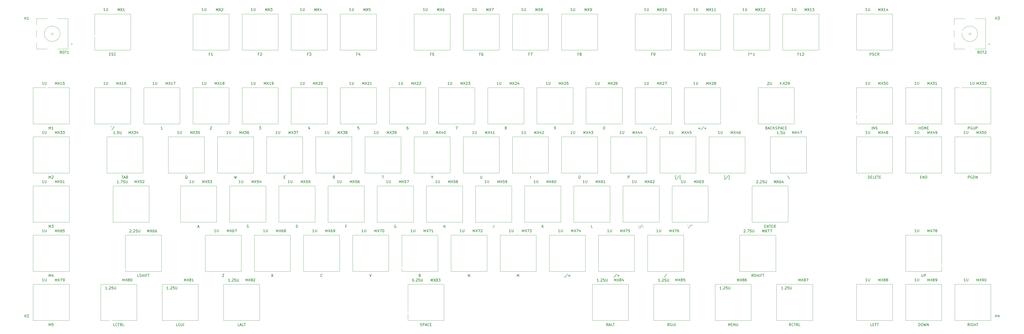
<source format=gto>
%TF.GenerationSoftware,KiCad,Pcbnew,(5.1.10)-1*%
%TF.CreationDate,2021-11-05T23:24:13-04:00*%
%TF.ProjectId,custom_keyboard (f303),63757374-6f6d-45f6-9b65-79626f617264,rev?*%
%TF.SameCoordinates,Original*%
%TF.FileFunction,Legend,Top*%
%TF.FilePolarity,Positive*%
%FSLAX46Y46*%
G04 Gerber Fmt 4.6, Leading zero omitted, Abs format (unit mm)*
G04 Created by KiCad (PCBNEW (5.1.10)-1) date 2021-11-05 23:24:13*
%MOMM*%
%LPD*%
G01*
G04 APERTURE LIST*
%ADD10C,0.120000*%
%ADD11C,0.150000*%
%ADD12C,3.000000*%
%ADD13C,1.750000*%
%ADD14C,4.000000*%
%ADD15C,3.048000*%
%ADD16C,3.987800*%
%ADD17C,1.000000*%
%ADD18O,1.700000X1.700000*%
%ADD19R,1.700000X1.700000*%
%ADD20C,0.650000*%
%ADD21O,2.100000X1.000000*%
%ADD22O,1.600000X1.000000*%
%ADD23C,3.500000*%
%ADD24O,1.500000X2.000000*%
%ADD25O,1.000000X2.100000*%
%ADD26O,1.000000X1.600000*%
%ADD27O,2.000000X1.500000*%
%ADD28R,2.000000X2.000000*%
%ADD29C,2.000000*%
%ADD30R,3.200000X2.000000*%
%ADD31C,1.397000*%
%ADD32C,6.400000*%
%ADD33C,0.800000*%
G04 APERTURE END LIST*
D10*
%TO.C,MX84*%
X298574500Y-266032800D02*
X298574500Y-280032800D01*
X298574500Y-266032800D02*
X312574500Y-266032800D01*
X312574500Y-266032800D02*
X312574500Y-280032800D01*
X312574500Y-280032800D02*
X298574500Y-280032800D01*
%TO.C,MX14*%
X414961800Y-175264400D02*
X400961800Y-175264400D01*
X414961800Y-161264400D02*
X414961800Y-175264400D01*
X400961800Y-161264400D02*
X414961800Y-161264400D01*
X400961800Y-161264400D02*
X400961800Y-175264400D01*
%TO.C,MX64*%
X374483100Y-241935200D02*
X360483100Y-241935200D01*
X374483100Y-227935200D02*
X374483100Y-241935200D01*
X360483100Y-227935200D02*
X374483100Y-227935200D01*
X360483100Y-227935200D02*
X360483100Y-241935200D01*
%TO.C,MX83*%
X227141500Y-266032800D02*
X227141500Y-280032800D01*
X227141500Y-266032800D02*
X241141500Y-266032800D01*
X241141500Y-266032800D02*
X241141500Y-280032800D01*
X241141500Y-280032800D02*
X227141500Y-280032800D01*
%TO.C,MX7*%
X262571400Y-175264400D02*
X248571400Y-175264400D01*
X262571400Y-161264400D02*
X262571400Y-175264400D01*
X248571400Y-161264400D02*
X262571400Y-161264400D01*
X248571400Y-161264400D02*
X248571400Y-175264400D01*
%TO.C,MX6*%
X243522600Y-175264400D02*
X229522600Y-175264400D01*
X243522600Y-161264400D02*
X243522600Y-175264400D01*
X229522600Y-161264400D02*
X243522600Y-161264400D01*
X229522600Y-161264400D02*
X229522600Y-175264400D01*
%TO.C,MX78*%
X434010600Y-260984000D02*
X420010600Y-260984000D01*
X434010600Y-246984000D02*
X434010600Y-260984000D01*
X420010600Y-246984000D02*
X434010600Y-246984000D01*
X420010600Y-246984000D02*
X420010600Y-260984000D01*
%TO.C,MX19*%
X176851800Y-203837600D02*
X162851800Y-203837600D01*
X176851800Y-189837600D02*
X176851800Y-203837600D01*
X162851800Y-189837600D02*
X176851800Y-189837600D01*
X162851800Y-189837600D02*
X162851800Y-203837600D01*
%TO.C,MX32*%
X453059400Y-203837600D02*
X439059400Y-203837600D01*
X453059400Y-189837600D02*
X453059400Y-203837600D01*
X439059400Y-189837600D02*
X453059400Y-189837600D01*
X439059400Y-189837600D02*
X439059400Y-203837600D01*
%TO.C,ROT1*%
X92331400Y-168939200D02*
G75*
G03*
X92331400Y-168939200I-3000000J0D01*
G01*
X87331400Y-174839200D02*
X83231400Y-174839200D01*
X83231400Y-163039200D02*
X87331400Y-163039200D01*
X91331400Y-163039200D02*
X95431400Y-163039200D01*
X91331400Y-174839200D02*
X95431400Y-174839200D01*
X95431400Y-174839200D02*
X95431400Y-163039200D01*
X96831400Y-172739200D02*
X97131400Y-173039200D01*
X97131400Y-173039200D02*
X96531400Y-173039200D01*
X96531400Y-173039200D02*
X96831400Y-172739200D01*
X83231400Y-174839200D02*
X83231400Y-172439200D01*
X83231400Y-170239200D02*
X83231400Y-167639200D01*
X83231400Y-165439200D02*
X83231400Y-163039200D01*
X89331400Y-169439200D02*
X89331400Y-168439200D01*
X89831400Y-168939200D02*
X88831400Y-168939200D01*
%TO.C,ROT2*%
X447909000Y-168939200D02*
G75*
G03*
X447909000Y-168939200I-3000000J0D01*
G01*
X442909000Y-174839200D02*
X438809000Y-174839200D01*
X438809000Y-163039200D02*
X442909000Y-163039200D01*
X446909000Y-163039200D02*
X451009000Y-163039200D01*
X446909000Y-174839200D02*
X451009000Y-174839200D01*
X451009000Y-174839200D02*
X451009000Y-163039200D01*
X452409000Y-172739200D02*
X452709000Y-173039200D01*
X452709000Y-173039200D02*
X452109000Y-173039200D01*
X452109000Y-173039200D02*
X452409000Y-172739200D01*
X438809000Y-174839200D02*
X438809000Y-172439200D01*
X438809000Y-170239200D02*
X438809000Y-167639200D01*
X438809000Y-165439200D02*
X438809000Y-163039200D01*
X444909000Y-169439200D02*
X444909000Y-168439200D01*
X445409000Y-168939200D02*
X444409000Y-168939200D01*
%TO.C,MX1*%
X119705400Y-175264400D02*
X105705400Y-175264400D01*
X119705400Y-161264400D02*
X119705400Y-175264400D01*
X105705400Y-161264400D02*
X119705400Y-161264400D01*
X105705400Y-161264400D02*
X105705400Y-175264400D01*
%TO.C,MX2*%
X157803000Y-175264400D02*
X143803000Y-175264400D01*
X157803000Y-161264400D02*
X157803000Y-175264400D01*
X143803000Y-161264400D02*
X157803000Y-161264400D01*
X143803000Y-161264400D02*
X143803000Y-175264400D01*
%TO.C,MX3*%
X176851800Y-175264400D02*
X162851800Y-175264400D01*
X176851800Y-161264400D02*
X176851800Y-175264400D01*
X162851800Y-161264400D02*
X176851800Y-161264400D01*
X162851800Y-161264400D02*
X162851800Y-175264400D01*
%TO.C,MX4*%
X195900600Y-175264400D02*
X181900600Y-175264400D01*
X195900600Y-161264400D02*
X195900600Y-175264400D01*
X181900600Y-161264400D02*
X195900600Y-161264400D01*
X181900600Y-161264400D02*
X181900600Y-175264400D01*
%TO.C,MX5*%
X214949400Y-175264400D02*
X200949400Y-175264400D01*
X214949400Y-161264400D02*
X214949400Y-175264400D01*
X200949400Y-161264400D02*
X214949400Y-161264400D01*
X200949400Y-161264400D02*
X200949400Y-175264400D01*
%TO.C,MX8*%
X281620200Y-175264400D02*
X267620200Y-175264400D01*
X281620200Y-161264400D02*
X281620200Y-175264400D01*
X267620200Y-161264400D02*
X281620200Y-161264400D01*
X267620200Y-161264400D02*
X267620200Y-175264400D01*
%TO.C,MX9*%
X300669000Y-175264400D02*
X286669000Y-175264400D01*
X300669000Y-161264400D02*
X300669000Y-175264400D01*
X286669000Y-161264400D02*
X300669000Y-161264400D01*
X286669000Y-161264400D02*
X286669000Y-175264400D01*
%TO.C,MX10*%
X329242200Y-175264400D02*
X315242200Y-175264400D01*
X329242200Y-161264400D02*
X329242200Y-175264400D01*
X315242200Y-161264400D02*
X329242200Y-161264400D01*
X315242200Y-161264400D02*
X315242200Y-175264400D01*
%TO.C,MX11*%
X348291000Y-175264400D02*
X334291000Y-175264400D01*
X348291000Y-161264400D02*
X348291000Y-175264400D01*
X334291000Y-161264400D02*
X348291000Y-161264400D01*
X334291000Y-161264400D02*
X334291000Y-175264400D01*
%TO.C,MX12*%
X367339800Y-175264400D02*
X353339800Y-175264400D01*
X367339800Y-161264400D02*
X367339800Y-175264400D01*
X353339800Y-161264400D02*
X367339800Y-161264400D01*
X353339800Y-161264400D02*
X353339800Y-175264400D01*
%TO.C,MX13*%
X386388600Y-175264400D02*
X372388600Y-175264400D01*
X386388600Y-161264400D02*
X386388600Y-175264400D01*
X372388600Y-161264400D02*
X386388600Y-161264400D01*
X372388600Y-161264400D02*
X372388600Y-175264400D01*
%TO.C,MX15*%
X95894400Y-203837600D02*
X81894400Y-203837600D01*
X95894400Y-189837600D02*
X95894400Y-203837600D01*
X81894400Y-189837600D02*
X95894400Y-189837600D01*
X81894400Y-189837600D02*
X81894400Y-203837600D01*
%TO.C,MX16*%
X119705400Y-203837600D02*
X105705400Y-203837600D01*
X119705400Y-189837600D02*
X119705400Y-203837600D01*
X105705400Y-189837600D02*
X119705400Y-189837600D01*
X105705400Y-189837600D02*
X105705400Y-203837600D01*
%TO.C,MX17*%
X138754200Y-203837600D02*
X124754200Y-203837600D01*
X138754200Y-189837600D02*
X138754200Y-203837600D01*
X124754200Y-189837600D02*
X138754200Y-189837600D01*
X124754200Y-189837600D02*
X124754200Y-203837600D01*
%TO.C,MX18*%
X157803000Y-203837600D02*
X143803000Y-203837600D01*
X157803000Y-189837600D02*
X157803000Y-203837600D01*
X143803000Y-189837600D02*
X157803000Y-189837600D01*
X143803000Y-189837600D02*
X143803000Y-203837600D01*
%TO.C,MX20*%
X195900600Y-203837600D02*
X181900600Y-203837600D01*
X195900600Y-189837600D02*
X195900600Y-203837600D01*
X181900600Y-189837600D02*
X195900600Y-189837600D01*
X181900600Y-189837600D02*
X181900600Y-203837600D01*
%TO.C,MX21*%
X214949400Y-203837600D02*
X200949400Y-203837600D01*
X214949400Y-189837600D02*
X214949400Y-203837600D01*
X200949400Y-189837600D02*
X214949400Y-189837600D01*
X200949400Y-189837600D02*
X200949400Y-203837600D01*
%TO.C,MX22*%
X233998200Y-203837600D02*
X219998200Y-203837600D01*
X233998200Y-189837600D02*
X233998200Y-203837600D01*
X219998200Y-189837600D02*
X233998200Y-189837600D01*
X219998200Y-189837600D02*
X219998200Y-203837600D01*
%TO.C,MX23*%
X253047000Y-203837600D02*
X239047000Y-203837600D01*
X253047000Y-189837600D02*
X253047000Y-203837600D01*
X239047000Y-189837600D02*
X253047000Y-189837600D01*
X239047000Y-189837600D02*
X239047000Y-203837600D01*
%TO.C,MX24*%
X272095800Y-203837600D02*
X258095800Y-203837600D01*
X272095800Y-189837600D02*
X272095800Y-203837600D01*
X258095800Y-189837600D02*
X272095800Y-189837600D01*
X258095800Y-189837600D02*
X258095800Y-203837600D01*
%TO.C,MX25*%
X291144600Y-203837600D02*
X277144600Y-203837600D01*
X291144600Y-189837600D02*
X291144600Y-203837600D01*
X277144600Y-189837600D02*
X291144600Y-189837600D01*
X277144600Y-189837600D02*
X277144600Y-203837600D01*
%TO.C,MX26*%
X310193400Y-203837600D02*
X296193400Y-203837600D01*
X310193400Y-189837600D02*
X310193400Y-203837600D01*
X296193400Y-189837600D02*
X310193400Y-189837600D01*
X296193400Y-189837600D02*
X296193400Y-203837600D01*
%TO.C,MX27*%
X329242200Y-203837600D02*
X315242200Y-203837600D01*
X329242200Y-189837600D02*
X329242200Y-203837600D01*
X315242200Y-189837600D02*
X329242200Y-189837600D01*
X315242200Y-189837600D02*
X315242200Y-203837600D01*
%TO.C,MX28*%
X348291000Y-203837600D02*
X334291000Y-203837600D01*
X348291000Y-189837600D02*
X348291000Y-203837600D01*
X334291000Y-189837600D02*
X348291000Y-189837600D01*
X334291000Y-189837600D02*
X334291000Y-203837600D01*
%TO.C,MX29*%
X376864200Y-203837600D02*
X362864200Y-203837600D01*
X376864200Y-189837600D02*
X376864200Y-203837600D01*
X362864200Y-189837600D02*
X376864200Y-189837600D01*
X362864200Y-189837600D02*
X362864200Y-203837600D01*
%TO.C,MX30*%
X414961800Y-203837600D02*
X400961800Y-203837600D01*
X414961800Y-189837600D02*
X414961800Y-203837600D01*
X400961800Y-189837600D02*
X414961800Y-189837600D01*
X400961800Y-189837600D02*
X400961800Y-203837600D01*
%TO.C,MX31*%
X434010600Y-203837600D02*
X420010600Y-203837600D01*
X434010600Y-189837600D02*
X434010600Y-203837600D01*
X420010600Y-189837600D02*
X434010600Y-189837600D01*
X420010600Y-189837600D02*
X420010600Y-203837600D01*
%TO.C,MX33*%
X95894400Y-222886400D02*
X81894400Y-222886400D01*
X95894400Y-208886400D02*
X95894400Y-222886400D01*
X81894400Y-208886400D02*
X95894400Y-208886400D01*
X81894400Y-208886400D02*
X81894400Y-222886400D01*
%TO.C,MX34*%
X110467600Y-208886400D02*
X110467600Y-222886400D01*
X110467600Y-208886400D02*
X124467600Y-208886400D01*
X124467600Y-208886400D02*
X124467600Y-222886400D01*
X124467600Y-222886400D02*
X110467600Y-222886400D01*
%TO.C,MX35*%
X148278600Y-222886400D02*
X134278600Y-222886400D01*
X148278600Y-208886400D02*
X148278600Y-222886400D01*
X134278600Y-208886400D02*
X148278600Y-208886400D01*
X134278600Y-208886400D02*
X134278600Y-222886400D01*
%TO.C,MX36*%
X167327400Y-222886400D02*
X153327400Y-222886400D01*
X167327400Y-208886400D02*
X167327400Y-222886400D01*
X153327400Y-208886400D02*
X167327400Y-208886400D01*
X153327400Y-208886400D02*
X153327400Y-222886400D01*
%TO.C,MX37*%
X186376200Y-222886400D02*
X172376200Y-222886400D01*
X186376200Y-208886400D02*
X186376200Y-222886400D01*
X172376200Y-208886400D02*
X186376200Y-208886400D01*
X172376200Y-208886400D02*
X172376200Y-222886400D01*
%TO.C,MX38*%
X205425000Y-222886400D02*
X191425000Y-222886400D01*
X205425000Y-208886400D02*
X205425000Y-222886400D01*
X191425000Y-208886400D02*
X205425000Y-208886400D01*
X191425000Y-208886400D02*
X191425000Y-222886400D01*
%TO.C,MX39*%
X224473800Y-222886400D02*
X210473800Y-222886400D01*
X224473800Y-208886400D02*
X224473800Y-222886400D01*
X210473800Y-208886400D02*
X224473800Y-208886400D01*
X210473800Y-208886400D02*
X210473800Y-222886400D01*
%TO.C,MX40*%
X243522600Y-222886400D02*
X229522600Y-222886400D01*
X243522600Y-208886400D02*
X243522600Y-222886400D01*
X229522600Y-208886400D02*
X243522600Y-208886400D01*
X229522600Y-208886400D02*
X229522600Y-222886400D01*
%TO.C,MX41*%
X262571400Y-222886400D02*
X248571400Y-222886400D01*
X262571400Y-208886400D02*
X262571400Y-222886400D01*
X248571400Y-208886400D02*
X262571400Y-208886400D01*
X248571400Y-208886400D02*
X248571400Y-222886400D01*
%TO.C,MX42*%
X281620200Y-222886400D02*
X267620200Y-222886400D01*
X281620200Y-208886400D02*
X281620200Y-222886400D01*
X267620200Y-208886400D02*
X281620200Y-208886400D01*
X267620200Y-208886400D02*
X267620200Y-222886400D01*
%TO.C,MX43*%
X300669000Y-222886400D02*
X286669000Y-222886400D01*
X300669000Y-208886400D02*
X300669000Y-222886400D01*
X286669000Y-208886400D02*
X300669000Y-208886400D01*
X286669000Y-208886400D02*
X286669000Y-222886400D01*
%TO.C,MX45*%
X338766600Y-222886400D02*
X324766600Y-222886400D01*
X338766600Y-208886400D02*
X338766600Y-222886400D01*
X324766600Y-208886400D02*
X338766600Y-208886400D01*
X324766600Y-208886400D02*
X324766600Y-222886400D01*
%TO.C,MX46*%
X357815400Y-222886400D02*
X343815400Y-222886400D01*
X357815400Y-208886400D02*
X357815400Y-222886400D01*
X343815400Y-208886400D02*
X357815400Y-208886400D01*
X343815400Y-208886400D02*
X343815400Y-222886400D01*
%TO.C,MX48*%
X414961800Y-222886400D02*
X400961800Y-222886400D01*
X414961800Y-208886400D02*
X414961800Y-222886400D01*
X400961800Y-208886400D02*
X414961800Y-208886400D01*
X400961800Y-208886400D02*
X400961800Y-222886400D01*
%TO.C,MX49*%
X434010600Y-222886400D02*
X420010600Y-222886400D01*
X434010600Y-208886400D02*
X434010600Y-222886400D01*
X420010600Y-208886400D02*
X434010600Y-208886400D01*
X420010600Y-208886400D02*
X420010600Y-222886400D01*
%TO.C,MX51*%
X95894400Y-241935200D02*
X81894400Y-241935200D01*
X95894400Y-227935200D02*
X95894400Y-241935200D01*
X81894400Y-227935200D02*
X95894400Y-227935200D01*
X81894400Y-227935200D02*
X81894400Y-241935200D01*
%TO.C,MX52*%
X112848700Y-227935200D02*
X112848700Y-241935200D01*
X112848700Y-227935200D02*
X126848700Y-227935200D01*
X126848700Y-227935200D02*
X126848700Y-241935200D01*
X126848700Y-241935200D02*
X112848700Y-241935200D01*
%TO.C,MX53*%
X152982500Y-241935200D02*
X138982500Y-241935200D01*
X152982500Y-227935200D02*
X152982500Y-241935200D01*
X138982500Y-227935200D02*
X152982500Y-227935200D01*
X138982500Y-227935200D02*
X138982500Y-241935200D01*
%TO.C,MX54*%
X172089600Y-241935200D02*
X158089600Y-241935200D01*
X172089600Y-227935200D02*
X172089600Y-241935200D01*
X158089600Y-227935200D02*
X172089600Y-227935200D01*
X158089600Y-227935200D02*
X158089600Y-241935200D01*
%TO.C,MX55*%
X191138400Y-241935200D02*
X177138400Y-241935200D01*
X191138400Y-227935200D02*
X191138400Y-241935200D01*
X177138400Y-227935200D02*
X191138400Y-227935200D01*
X177138400Y-227935200D02*
X177138400Y-241935200D01*
%TO.C,MX56*%
X210187200Y-241935200D02*
X196187200Y-241935200D01*
X210187200Y-227935200D02*
X210187200Y-241935200D01*
X196187200Y-227935200D02*
X210187200Y-227935200D01*
X196187200Y-227935200D02*
X196187200Y-241935200D01*
%TO.C,MX57*%
X229236000Y-241935200D02*
X215236000Y-241935200D01*
X229236000Y-227935200D02*
X229236000Y-241935200D01*
X215236000Y-227935200D02*
X229236000Y-227935200D01*
X215236000Y-227935200D02*
X215236000Y-241935200D01*
%TO.C,MX59*%
X267333600Y-241935200D02*
X253333600Y-241935200D01*
X267333600Y-227935200D02*
X267333600Y-241935200D01*
X253333600Y-227935200D02*
X267333600Y-227935200D01*
X253333600Y-227935200D02*
X253333600Y-241935200D01*
%TO.C,MX60*%
X286382400Y-241935200D02*
X272382400Y-241935200D01*
X286382400Y-227935200D02*
X286382400Y-241935200D01*
X272382400Y-227935200D02*
X286382400Y-227935200D01*
X272382400Y-227935200D02*
X272382400Y-241935200D01*
%TO.C,MX61*%
X305431200Y-241935200D02*
X291431200Y-241935200D01*
X305431200Y-227935200D02*
X305431200Y-241935200D01*
X291431200Y-227935200D02*
X305431200Y-227935200D01*
X291431200Y-227935200D02*
X291431200Y-241935200D01*
%TO.C,MX63*%
X343528800Y-241935200D02*
X329528800Y-241935200D01*
X343528800Y-227935200D02*
X343528800Y-241935200D01*
X329528800Y-227935200D02*
X343528800Y-227935200D01*
X329528800Y-227935200D02*
X329528800Y-241935200D01*
%TO.C,MX65*%
X95894400Y-260984000D02*
X81894400Y-260984000D01*
X95894400Y-246984000D02*
X95894400Y-260984000D01*
X81894400Y-246984000D02*
X95894400Y-246984000D01*
X81894400Y-246984000D02*
X81894400Y-260984000D01*
%TO.C,MX66*%
X131610900Y-260984000D02*
X117610900Y-260984000D01*
X131610900Y-246984000D02*
X131610900Y-260984000D01*
X117610900Y-246984000D02*
X131610900Y-246984000D01*
X117610900Y-246984000D02*
X117610900Y-260984000D01*
%TO.C,MX67*%
X162565200Y-260984000D02*
X148565200Y-260984000D01*
X162565200Y-246984000D02*
X162565200Y-260984000D01*
X148565200Y-246984000D02*
X162565200Y-246984000D01*
X148565200Y-246984000D02*
X148565200Y-260984000D01*
%TO.C,MX68*%
X181614000Y-260984000D02*
X167614000Y-260984000D01*
X181614000Y-246984000D02*
X181614000Y-260984000D01*
X167614000Y-246984000D02*
X181614000Y-246984000D01*
X167614000Y-246984000D02*
X167614000Y-260984000D01*
%TO.C,MX69*%
X200662800Y-260984000D02*
X186662800Y-260984000D01*
X200662800Y-246984000D02*
X200662800Y-260984000D01*
X186662800Y-246984000D02*
X200662800Y-246984000D01*
X186662800Y-246984000D02*
X186662800Y-260984000D01*
%TO.C,MX70*%
X219711600Y-260984000D02*
X205711600Y-260984000D01*
X219711600Y-246984000D02*
X219711600Y-260984000D01*
X205711600Y-246984000D02*
X219711600Y-246984000D01*
X205711600Y-246984000D02*
X205711600Y-260984000D01*
%TO.C,MX71*%
X238760400Y-260984000D02*
X224760400Y-260984000D01*
X238760400Y-246984000D02*
X238760400Y-260984000D01*
X224760400Y-246984000D02*
X238760400Y-246984000D01*
X224760400Y-246984000D02*
X224760400Y-260984000D01*
%TO.C,MX72*%
X257809200Y-260984000D02*
X243809200Y-260984000D01*
X257809200Y-246984000D02*
X257809200Y-260984000D01*
X243809200Y-246984000D02*
X257809200Y-246984000D01*
X243809200Y-246984000D02*
X243809200Y-260984000D01*
%TO.C,MX73*%
X276858000Y-260984000D02*
X262858000Y-260984000D01*
X276858000Y-246984000D02*
X276858000Y-260984000D01*
X262858000Y-246984000D02*
X276858000Y-246984000D01*
X262858000Y-246984000D02*
X262858000Y-260984000D01*
%TO.C,MX74*%
X295906800Y-260984000D02*
X281906800Y-260984000D01*
X295906800Y-246984000D02*
X295906800Y-260984000D01*
X281906800Y-246984000D02*
X295906800Y-246984000D01*
X281906800Y-246984000D02*
X281906800Y-260984000D01*
%TO.C,MX75*%
X314955600Y-260984000D02*
X300955600Y-260984000D01*
X314955600Y-246984000D02*
X314955600Y-260984000D01*
X300955600Y-246984000D02*
X314955600Y-246984000D01*
X300955600Y-246984000D02*
X300955600Y-260984000D01*
%TO.C,MX76*%
X334004400Y-260984000D02*
X320004400Y-260984000D01*
X334004400Y-246984000D02*
X334004400Y-260984000D01*
X320004400Y-246984000D02*
X334004400Y-246984000D01*
X320004400Y-246984000D02*
X320004400Y-260984000D01*
%TO.C,MX77*%
X355720900Y-246984000D02*
X355720900Y-260984000D01*
X355720900Y-246984000D02*
X369720900Y-246984000D01*
X369720900Y-246984000D02*
X369720900Y-260984000D01*
X369720900Y-260984000D02*
X355720900Y-260984000D01*
%TO.C,MX79*%
X95894400Y-280032800D02*
X81894400Y-280032800D01*
X95894400Y-266032800D02*
X95894400Y-280032800D01*
X81894400Y-266032800D02*
X95894400Y-266032800D01*
X81894400Y-266032800D02*
X81894400Y-280032800D01*
%TO.C,MX80*%
X108086500Y-266032800D02*
X108086500Y-280032800D01*
X108086500Y-266032800D02*
X122086500Y-266032800D01*
X122086500Y-266032800D02*
X122086500Y-280032800D01*
X122086500Y-280032800D02*
X108086500Y-280032800D01*
%TO.C,MX81*%
X131897500Y-266032800D02*
X131897500Y-280032800D01*
X131897500Y-266032800D02*
X145897500Y-266032800D01*
X145897500Y-266032800D02*
X145897500Y-280032800D01*
X145897500Y-280032800D02*
X131897500Y-280032800D01*
%TO.C,MX82*%
X155708500Y-266032800D02*
X155708500Y-280032800D01*
X155708500Y-266032800D02*
X169708500Y-266032800D01*
X169708500Y-266032800D02*
X169708500Y-280032800D01*
X169708500Y-280032800D02*
X155708500Y-280032800D01*
%TO.C,MX85*%
X322385500Y-266032800D02*
X322385500Y-280032800D01*
X322385500Y-266032800D02*
X336385500Y-266032800D01*
X336385500Y-266032800D02*
X336385500Y-280032800D01*
X336385500Y-280032800D02*
X322385500Y-280032800D01*
%TO.C,MX86*%
X346196500Y-266032800D02*
X346196500Y-280032800D01*
X346196500Y-266032800D02*
X360196500Y-266032800D01*
X360196500Y-266032800D02*
X360196500Y-280032800D01*
X360196500Y-280032800D02*
X346196500Y-280032800D01*
%TO.C,MX89*%
X434010600Y-280032800D02*
X420010600Y-280032800D01*
X434010600Y-266032800D02*
X434010600Y-280032800D01*
X420010600Y-266032800D02*
X434010600Y-266032800D01*
X420010600Y-266032800D02*
X420010600Y-280032800D01*
%TO.C,MX47*%
X367626400Y-208886400D02*
X367626400Y-222886400D01*
X367626400Y-208886400D02*
X381626400Y-208886400D01*
X381626400Y-208886400D02*
X381626400Y-222886400D01*
X381626400Y-222886400D02*
X367626400Y-222886400D01*
%TO.C,MX44*%
X319717800Y-222886400D02*
X305717800Y-222886400D01*
X319717800Y-208886400D02*
X319717800Y-222886400D01*
X305717800Y-208886400D02*
X319717800Y-208886400D01*
X305717800Y-208886400D02*
X305717800Y-222886400D01*
%TO.C,MX88*%
X414961800Y-280032800D02*
X400961800Y-280032800D01*
X414961800Y-266032800D02*
X414961800Y-280032800D01*
X400961800Y-266032800D02*
X414961800Y-266032800D01*
X400961800Y-266032800D02*
X400961800Y-280032800D01*
%TO.C,MX87*%
X370007500Y-266032800D02*
X370007500Y-280032800D01*
X370007500Y-266032800D02*
X384007500Y-266032800D01*
X384007500Y-266032800D02*
X384007500Y-280032800D01*
X384007500Y-280032800D02*
X370007500Y-280032800D01*
%TO.C,MX50*%
X453059400Y-222886400D02*
X439059400Y-222886400D01*
X453059400Y-208886400D02*
X453059400Y-222886400D01*
X439059400Y-208886400D02*
X453059400Y-208886400D01*
X439059400Y-208886400D02*
X439059400Y-222886400D01*
%TO.C,MX90*%
X453059400Y-280032800D02*
X439059400Y-280032800D01*
X453059400Y-266032800D02*
X453059400Y-280032800D01*
X439059400Y-266032800D02*
X453059400Y-266032800D01*
X439059400Y-266032800D02*
X439059400Y-280032800D01*
%TO.C,MX58*%
X248284800Y-241935200D02*
X234284800Y-241935200D01*
X248284800Y-227935200D02*
X248284800Y-241935200D01*
X234284800Y-227935200D02*
X248284800Y-227935200D01*
X234284800Y-227935200D02*
X234284800Y-241935200D01*
%TO.C,MX62*%
X324480000Y-241935200D02*
X310480000Y-241935200D01*
X324480000Y-227935200D02*
X324480000Y-241935200D01*
X310480000Y-227935200D02*
X324480000Y-227935200D01*
X310480000Y-227935200D02*
X310480000Y-241935200D01*
%TO.C,MX84*%
D11*
X307178095Y-264849180D02*
X307178095Y-263849180D01*
X307511428Y-264563466D01*
X307844761Y-263849180D01*
X307844761Y-264849180D01*
X308225714Y-263849180D02*
X308892380Y-264849180D01*
X308892380Y-263849180D02*
X308225714Y-264849180D01*
X309416190Y-264277752D02*
X309320952Y-264230133D01*
X309273333Y-264182514D01*
X309225714Y-264087276D01*
X309225714Y-264039657D01*
X309273333Y-263944419D01*
X309320952Y-263896800D01*
X309416190Y-263849180D01*
X309606666Y-263849180D01*
X309701904Y-263896800D01*
X309749523Y-263944419D01*
X309797142Y-264039657D01*
X309797142Y-264087276D01*
X309749523Y-264182514D01*
X309701904Y-264230133D01*
X309606666Y-264277752D01*
X309416190Y-264277752D01*
X309320952Y-264325371D01*
X309273333Y-264372990D01*
X309225714Y-264468228D01*
X309225714Y-264658704D01*
X309273333Y-264753942D01*
X309320952Y-264801561D01*
X309416190Y-264849180D01*
X309606666Y-264849180D01*
X309701904Y-264801561D01*
X309749523Y-264753942D01*
X309797142Y-264658704D01*
X309797142Y-264468228D01*
X309749523Y-264372990D01*
X309701904Y-264325371D01*
X309606666Y-264277752D01*
X310654285Y-264182514D02*
X310654285Y-264849180D01*
X310416190Y-263801561D02*
X310178095Y-264515847D01*
X310797142Y-264515847D01*
X304669738Y-282147680D02*
X304336404Y-281671490D01*
X304098309Y-282147680D02*
X304098309Y-281147680D01*
X304479261Y-281147680D01*
X304574500Y-281195300D01*
X304622119Y-281242919D01*
X304669738Y-281338157D01*
X304669738Y-281481014D01*
X304622119Y-281576252D01*
X304574500Y-281623871D01*
X304479261Y-281671490D01*
X304098309Y-281671490D01*
X305050690Y-281861966D02*
X305526880Y-281861966D01*
X304955452Y-282147680D02*
X305288785Y-281147680D01*
X305622119Y-282147680D01*
X306431642Y-282147680D02*
X305955452Y-282147680D01*
X305955452Y-281147680D01*
X306622119Y-281147680D02*
X307193547Y-281147680D01*
X306907833Y-282147680D02*
X306907833Y-281147680D01*
X301034428Y-264912680D02*
X300463000Y-264912680D01*
X300748714Y-264912680D02*
X300748714Y-263912680D01*
X300653476Y-264055538D01*
X300558238Y-264150776D01*
X300463000Y-264198395D01*
X301463000Y-264817442D02*
X301510619Y-264865061D01*
X301463000Y-264912680D01*
X301415380Y-264865061D01*
X301463000Y-264817442D01*
X301463000Y-264912680D01*
X301891571Y-264007919D02*
X301939190Y-263960300D01*
X302034428Y-263912680D01*
X302272523Y-263912680D01*
X302367761Y-263960300D01*
X302415380Y-264007919D01*
X302463000Y-264103157D01*
X302463000Y-264198395D01*
X302415380Y-264341252D01*
X301843952Y-264912680D01*
X302463000Y-264912680D01*
X303367761Y-263912680D02*
X302891571Y-263912680D01*
X302843952Y-264388871D01*
X302891571Y-264341252D01*
X302986809Y-264293633D01*
X303224904Y-264293633D01*
X303320142Y-264341252D01*
X303367761Y-264388871D01*
X303415380Y-264484109D01*
X303415380Y-264722204D01*
X303367761Y-264817442D01*
X303320142Y-264865061D01*
X303224904Y-264912680D01*
X302986809Y-264912680D01*
X302891571Y-264865061D01*
X302843952Y-264817442D01*
X303843952Y-263912680D02*
X303843952Y-264722204D01*
X303891571Y-264817442D01*
X303939190Y-264865061D01*
X304034428Y-264912680D01*
X304224904Y-264912680D01*
X304320142Y-264865061D01*
X304367761Y-264817442D01*
X304415380Y-264722204D01*
X304415380Y-263912680D01*
%TO.C,MX14*%
X409565395Y-160080780D02*
X409565395Y-159080780D01*
X409898728Y-159795066D01*
X410232061Y-159080780D01*
X410232061Y-160080780D01*
X410613014Y-159080780D02*
X411279680Y-160080780D01*
X411279680Y-159080780D02*
X410613014Y-160080780D01*
X412184442Y-160080780D02*
X411613014Y-160080780D01*
X411898728Y-160080780D02*
X411898728Y-159080780D01*
X411803490Y-159223638D01*
X411708252Y-159318876D01*
X411613014Y-159366495D01*
X413041585Y-159414114D02*
X413041585Y-160080780D01*
X412803490Y-159033161D02*
X412565395Y-159747447D01*
X413184442Y-159747447D01*
X406223704Y-177379280D02*
X406223704Y-176379280D01*
X406604657Y-176379280D01*
X406699895Y-176426900D01*
X406747514Y-176474519D01*
X406795133Y-176569757D01*
X406795133Y-176712614D01*
X406747514Y-176807852D01*
X406699895Y-176855471D01*
X406604657Y-176903090D01*
X406223704Y-176903090D01*
X407176085Y-177331661D02*
X407318942Y-177379280D01*
X407557038Y-177379280D01*
X407652276Y-177331661D01*
X407699895Y-177284042D01*
X407747514Y-177188804D01*
X407747514Y-177093566D01*
X407699895Y-176998328D01*
X407652276Y-176950709D01*
X407557038Y-176903090D01*
X407366561Y-176855471D01*
X407271323Y-176807852D01*
X407223704Y-176760233D01*
X407176085Y-176664995D01*
X407176085Y-176569757D01*
X407223704Y-176474519D01*
X407271323Y-176426900D01*
X407366561Y-176379280D01*
X407604657Y-176379280D01*
X407747514Y-176426900D01*
X408747514Y-177284042D02*
X408699895Y-177331661D01*
X408557038Y-177379280D01*
X408461800Y-177379280D01*
X408318942Y-177331661D01*
X408223704Y-177236423D01*
X408176085Y-177141185D01*
X408128466Y-176950709D01*
X408128466Y-176807852D01*
X408176085Y-176617376D01*
X408223704Y-176522138D01*
X408318942Y-176426900D01*
X408461800Y-176379280D01*
X408557038Y-176379280D01*
X408699895Y-176426900D01*
X408747514Y-176474519D01*
X409747514Y-177379280D02*
X409414180Y-176903090D01*
X409176085Y-177379280D02*
X409176085Y-176379280D01*
X409557038Y-176379280D01*
X409652276Y-176426900D01*
X409699895Y-176474519D01*
X409747514Y-176569757D01*
X409747514Y-176712614D01*
X409699895Y-176807852D01*
X409652276Y-176855471D01*
X409557038Y-176903090D01*
X409176085Y-176903090D01*
X405120204Y-160017280D02*
X404548776Y-160017280D01*
X404834490Y-160017280D02*
X404834490Y-159017280D01*
X404739252Y-159160138D01*
X404644014Y-159255376D01*
X404548776Y-159302995D01*
X405548776Y-159017280D02*
X405548776Y-159826804D01*
X405596395Y-159922042D01*
X405644014Y-159969661D01*
X405739252Y-160017280D01*
X405929728Y-160017280D01*
X406024966Y-159969661D01*
X406072585Y-159922042D01*
X406120204Y-159826804D01*
X406120204Y-159017280D01*
%TO.C,MX64*%
X369124795Y-226802380D02*
X369124795Y-225802380D01*
X369458128Y-226516666D01*
X369791461Y-225802380D01*
X369791461Y-226802380D01*
X370172414Y-225802380D02*
X370839080Y-226802380D01*
X370839080Y-225802380D02*
X370172414Y-226802380D01*
X371648604Y-225802380D02*
X371458128Y-225802380D01*
X371362890Y-225850000D01*
X371315271Y-225897619D01*
X371220033Y-226040476D01*
X371172414Y-226230952D01*
X371172414Y-226611904D01*
X371220033Y-226707142D01*
X371267652Y-226754761D01*
X371362890Y-226802380D01*
X371553366Y-226802380D01*
X371648604Y-226754761D01*
X371696223Y-226707142D01*
X371743842Y-226611904D01*
X371743842Y-226373809D01*
X371696223Y-226278571D01*
X371648604Y-226230952D01*
X371553366Y-226183333D01*
X371362890Y-226183333D01*
X371267652Y-226230952D01*
X371220033Y-226278571D01*
X371172414Y-226373809D01*
X372600985Y-226135714D02*
X372600985Y-226802380D01*
X372362890Y-225754761D02*
X372124795Y-226469047D01*
X372743842Y-226469047D01*
X365411671Y-243526271D02*
X365745004Y-243526271D01*
X365887861Y-244050080D02*
X365411671Y-244050080D01*
X365411671Y-243050080D01*
X365887861Y-243050080D01*
X366316433Y-244050080D02*
X366316433Y-243050080D01*
X366887861Y-244050080D01*
X366887861Y-243050080D01*
X367221195Y-243050080D02*
X367792623Y-243050080D01*
X367506909Y-244050080D02*
X367506909Y-243050080D01*
X368125957Y-243526271D02*
X368459290Y-243526271D01*
X368602147Y-244050080D02*
X368125957Y-244050080D01*
X368125957Y-243050080D01*
X368602147Y-243050080D01*
X369602147Y-244050080D02*
X369268814Y-243573890D01*
X369030719Y-244050080D02*
X369030719Y-243050080D01*
X369411671Y-243050080D01*
X369506909Y-243097700D01*
X369554528Y-243145319D01*
X369602147Y-243240557D01*
X369602147Y-243383414D01*
X369554528Y-243478652D01*
X369506909Y-243526271D01*
X369411671Y-243573890D01*
X369030719Y-243573890D01*
X362231900Y-225910319D02*
X362279519Y-225862700D01*
X362374757Y-225815080D01*
X362612852Y-225815080D01*
X362708090Y-225862700D01*
X362755709Y-225910319D01*
X362803328Y-226005557D01*
X362803328Y-226100795D01*
X362755709Y-226243652D01*
X362184280Y-226815080D01*
X362803328Y-226815080D01*
X363231900Y-226719842D02*
X363279519Y-226767461D01*
X363231900Y-226815080D01*
X363184280Y-226767461D01*
X363231900Y-226719842D01*
X363231900Y-226815080D01*
X363660471Y-225910319D02*
X363708090Y-225862700D01*
X363803328Y-225815080D01*
X364041423Y-225815080D01*
X364136661Y-225862700D01*
X364184280Y-225910319D01*
X364231900Y-226005557D01*
X364231900Y-226100795D01*
X364184280Y-226243652D01*
X363612852Y-226815080D01*
X364231900Y-226815080D01*
X365136661Y-225815080D02*
X364660471Y-225815080D01*
X364612852Y-226291271D01*
X364660471Y-226243652D01*
X364755709Y-226196033D01*
X364993804Y-226196033D01*
X365089042Y-226243652D01*
X365136661Y-226291271D01*
X365184280Y-226386509D01*
X365184280Y-226624604D01*
X365136661Y-226719842D01*
X365089042Y-226767461D01*
X364993804Y-226815080D01*
X364755709Y-226815080D01*
X364660471Y-226767461D01*
X364612852Y-226719842D01*
X365612852Y-225815080D02*
X365612852Y-226624604D01*
X365660471Y-226719842D01*
X365708090Y-226767461D01*
X365803328Y-226815080D01*
X365993804Y-226815080D01*
X366089042Y-226767461D01*
X366136661Y-226719842D01*
X366184280Y-226624604D01*
X366184280Y-225815080D01*
%TO.C,MX83*%
X236087995Y-264899980D02*
X236087995Y-263899980D01*
X236421328Y-264614266D01*
X236754661Y-263899980D01*
X236754661Y-264899980D01*
X237135614Y-263899980D02*
X237802280Y-264899980D01*
X237802280Y-263899980D02*
X237135614Y-264899980D01*
X238326090Y-264328552D02*
X238230852Y-264280933D01*
X238183233Y-264233314D01*
X238135614Y-264138076D01*
X238135614Y-264090457D01*
X238183233Y-263995219D01*
X238230852Y-263947600D01*
X238326090Y-263899980D01*
X238516566Y-263899980D01*
X238611804Y-263947600D01*
X238659423Y-263995219D01*
X238707042Y-264090457D01*
X238707042Y-264138076D01*
X238659423Y-264233314D01*
X238611804Y-264280933D01*
X238516566Y-264328552D01*
X238326090Y-264328552D01*
X238230852Y-264376171D01*
X238183233Y-264423790D01*
X238135614Y-264519028D01*
X238135614Y-264709504D01*
X238183233Y-264804742D01*
X238230852Y-264852361D01*
X238326090Y-264899980D01*
X238516566Y-264899980D01*
X238611804Y-264852361D01*
X238659423Y-264804742D01*
X238707042Y-264709504D01*
X238707042Y-264519028D01*
X238659423Y-264423790D01*
X238611804Y-264376171D01*
X238516566Y-264328552D01*
X239040376Y-263899980D02*
X239659423Y-263899980D01*
X239326090Y-264280933D01*
X239468947Y-264280933D01*
X239564185Y-264328552D01*
X239611804Y-264376171D01*
X239659423Y-264471409D01*
X239659423Y-264709504D01*
X239611804Y-264804742D01*
X239564185Y-264852361D01*
X239468947Y-264899980D01*
X239183233Y-264899980D01*
X239087995Y-264852361D01*
X239040376Y-264804742D01*
X231974833Y-282100061D02*
X232117690Y-282147680D01*
X232355785Y-282147680D01*
X232451023Y-282100061D01*
X232498642Y-282052442D01*
X232546261Y-281957204D01*
X232546261Y-281861966D01*
X232498642Y-281766728D01*
X232451023Y-281719109D01*
X232355785Y-281671490D01*
X232165309Y-281623871D01*
X232070071Y-281576252D01*
X232022452Y-281528633D01*
X231974833Y-281433395D01*
X231974833Y-281338157D01*
X232022452Y-281242919D01*
X232070071Y-281195300D01*
X232165309Y-281147680D01*
X232403404Y-281147680D01*
X232546261Y-281195300D01*
X232974833Y-282147680D02*
X232974833Y-281147680D01*
X233355785Y-281147680D01*
X233451023Y-281195300D01*
X233498642Y-281242919D01*
X233546261Y-281338157D01*
X233546261Y-281481014D01*
X233498642Y-281576252D01*
X233451023Y-281623871D01*
X233355785Y-281671490D01*
X232974833Y-281671490D01*
X233927214Y-281861966D02*
X234403404Y-281861966D01*
X233831976Y-282147680D02*
X234165309Y-281147680D01*
X234498642Y-282147680D01*
X235403404Y-282052442D02*
X235355785Y-282100061D01*
X235212928Y-282147680D01*
X235117690Y-282147680D01*
X234974833Y-282100061D01*
X234879595Y-282004823D01*
X234831976Y-281909585D01*
X234784357Y-281719109D01*
X234784357Y-281576252D01*
X234831976Y-281385776D01*
X234879595Y-281290538D01*
X234974833Y-281195300D01*
X235117690Y-281147680D01*
X235212928Y-281147680D01*
X235355785Y-281195300D01*
X235403404Y-281242919D01*
X235831976Y-281623871D02*
X236165309Y-281623871D01*
X236308166Y-282147680D02*
X235831976Y-282147680D01*
X235831976Y-281147680D01*
X236308166Y-281147680D01*
X229379190Y-263899980D02*
X229188714Y-263899980D01*
X229093476Y-263947600D01*
X229045857Y-263995219D01*
X228950619Y-264138076D01*
X228903000Y-264328552D01*
X228903000Y-264709504D01*
X228950619Y-264804742D01*
X228998238Y-264852361D01*
X229093476Y-264899980D01*
X229283952Y-264899980D01*
X229379190Y-264852361D01*
X229426809Y-264804742D01*
X229474428Y-264709504D01*
X229474428Y-264471409D01*
X229426809Y-264376171D01*
X229379190Y-264328552D01*
X229283952Y-264280933D01*
X229093476Y-264280933D01*
X228998238Y-264328552D01*
X228950619Y-264376171D01*
X228903000Y-264471409D01*
X229903000Y-264804742D02*
X229950619Y-264852361D01*
X229903000Y-264899980D01*
X229855380Y-264852361D01*
X229903000Y-264804742D01*
X229903000Y-264899980D01*
X230331571Y-263995219D02*
X230379190Y-263947600D01*
X230474428Y-263899980D01*
X230712523Y-263899980D01*
X230807761Y-263947600D01*
X230855380Y-263995219D01*
X230903000Y-264090457D01*
X230903000Y-264185695D01*
X230855380Y-264328552D01*
X230283952Y-264899980D01*
X230903000Y-264899980D01*
X231807761Y-263899980D02*
X231331571Y-263899980D01*
X231283952Y-264376171D01*
X231331571Y-264328552D01*
X231426809Y-264280933D01*
X231664904Y-264280933D01*
X231760142Y-264328552D01*
X231807761Y-264376171D01*
X231855380Y-264471409D01*
X231855380Y-264709504D01*
X231807761Y-264804742D01*
X231760142Y-264852361D01*
X231664904Y-264899980D01*
X231426809Y-264899980D01*
X231331571Y-264852361D01*
X231283952Y-264804742D01*
X232283952Y-263899980D02*
X232283952Y-264709504D01*
X232331571Y-264804742D01*
X232379190Y-264852361D01*
X232474428Y-264899980D01*
X232664904Y-264899980D01*
X232760142Y-264852361D01*
X232807761Y-264804742D01*
X232855380Y-264709504D01*
X232855380Y-263899980D01*
%TO.C,MX7*%
X257651185Y-160080780D02*
X257651185Y-159080780D01*
X257984519Y-159795066D01*
X258317852Y-159080780D01*
X258317852Y-160080780D01*
X258698804Y-159080780D02*
X259365471Y-160080780D01*
X259365471Y-159080780D02*
X258698804Y-160080780D01*
X259651185Y-159080780D02*
X260317852Y-159080780D01*
X259889280Y-160080780D01*
X255238066Y-176855471D02*
X254904733Y-176855471D01*
X254904733Y-177379280D02*
X254904733Y-176379280D01*
X255380923Y-176379280D01*
X256190447Y-176379280D02*
X255999971Y-176379280D01*
X255904733Y-176426900D01*
X255857114Y-176474519D01*
X255761876Y-176617376D01*
X255714257Y-176807852D01*
X255714257Y-177188804D01*
X255761876Y-177284042D01*
X255809495Y-177331661D01*
X255904733Y-177379280D01*
X256095209Y-177379280D01*
X256190447Y-177331661D01*
X256238066Y-177284042D01*
X256285685Y-177188804D01*
X256285685Y-176950709D01*
X256238066Y-176855471D01*
X256190447Y-176807852D01*
X256095209Y-176760233D01*
X255904733Y-176760233D01*
X255809495Y-176807852D01*
X255761876Y-176855471D01*
X255714257Y-176950709D01*
X252729804Y-160017280D02*
X252158376Y-160017280D01*
X252444090Y-160017280D02*
X252444090Y-159017280D01*
X252348852Y-159160138D01*
X252253614Y-159255376D01*
X252158376Y-159302995D01*
X253158376Y-159017280D02*
X253158376Y-159826804D01*
X253205995Y-159922042D01*
X253253614Y-159969661D01*
X253348852Y-160017280D01*
X253539328Y-160017280D01*
X253634566Y-159969661D01*
X253682185Y-159922042D01*
X253729804Y-159826804D01*
X253729804Y-159017280D01*
%TO.C,MX6*%
X238602385Y-160080780D02*
X238602385Y-159080780D01*
X238935719Y-159795066D01*
X239269052Y-159080780D01*
X239269052Y-160080780D01*
X239650004Y-159080780D02*
X240316671Y-160080780D01*
X240316671Y-159080780D02*
X239650004Y-160080780D01*
X241126195Y-159080780D02*
X240935719Y-159080780D01*
X240840480Y-159128400D01*
X240792861Y-159176019D01*
X240697623Y-159318876D01*
X240650004Y-159509352D01*
X240650004Y-159890304D01*
X240697623Y-159985542D01*
X240745242Y-160033161D01*
X240840480Y-160080780D01*
X241030957Y-160080780D01*
X241126195Y-160033161D01*
X241173814Y-159985542D01*
X241221433Y-159890304D01*
X241221433Y-159652209D01*
X241173814Y-159556971D01*
X241126195Y-159509352D01*
X241030957Y-159461733D01*
X240840480Y-159461733D01*
X240745242Y-159509352D01*
X240697623Y-159556971D01*
X240650004Y-159652209D01*
X236189266Y-176855471D02*
X235855933Y-176855471D01*
X235855933Y-177379280D02*
X235855933Y-176379280D01*
X236332123Y-176379280D01*
X237189266Y-176379280D02*
X236713076Y-176379280D01*
X236665457Y-176855471D01*
X236713076Y-176807852D01*
X236808314Y-176760233D01*
X237046409Y-176760233D01*
X237141647Y-176807852D01*
X237189266Y-176855471D01*
X237236885Y-176950709D01*
X237236885Y-177188804D01*
X237189266Y-177284042D01*
X237141647Y-177331661D01*
X237046409Y-177379280D01*
X236808314Y-177379280D01*
X236713076Y-177331661D01*
X236665457Y-177284042D01*
X233681004Y-160017280D02*
X233109576Y-160017280D01*
X233395290Y-160017280D02*
X233395290Y-159017280D01*
X233300052Y-159160138D01*
X233204814Y-159255376D01*
X233109576Y-159302995D01*
X234109576Y-159017280D02*
X234109576Y-159826804D01*
X234157195Y-159922042D01*
X234204814Y-159969661D01*
X234300052Y-160017280D01*
X234490528Y-160017280D01*
X234585766Y-159969661D01*
X234633385Y-159922042D01*
X234681004Y-159826804D01*
X234681004Y-159017280D01*
%TO.C,MX78*%
X428614195Y-245800380D02*
X428614195Y-244800380D01*
X428947528Y-245514666D01*
X429280861Y-244800380D01*
X429280861Y-245800380D01*
X429661814Y-244800380D02*
X430328480Y-245800380D01*
X430328480Y-244800380D02*
X429661814Y-245800380D01*
X430614195Y-244800380D02*
X431280861Y-244800380D01*
X430852290Y-245800380D01*
X431804671Y-245228952D02*
X431709433Y-245181333D01*
X431661814Y-245133714D01*
X431614195Y-245038476D01*
X431614195Y-244990857D01*
X431661814Y-244895619D01*
X431709433Y-244848000D01*
X431804671Y-244800380D01*
X431995147Y-244800380D01*
X432090385Y-244848000D01*
X432138004Y-244895619D01*
X432185623Y-244990857D01*
X432185623Y-245038476D01*
X432138004Y-245133714D01*
X432090385Y-245181333D01*
X431995147Y-245228952D01*
X431804671Y-245228952D01*
X431709433Y-245276571D01*
X431661814Y-245324190D01*
X431614195Y-245419428D01*
X431614195Y-245609904D01*
X431661814Y-245705142D01*
X431709433Y-245752761D01*
X431804671Y-245800380D01*
X431995147Y-245800380D01*
X432090385Y-245752761D01*
X432138004Y-245705142D01*
X432185623Y-245609904D01*
X432185623Y-245419428D01*
X432138004Y-245324190D01*
X432090385Y-245276571D01*
X431995147Y-245228952D01*
X426224885Y-262098880D02*
X426224885Y-262908404D01*
X426272504Y-263003642D01*
X426320123Y-263051261D01*
X426415361Y-263098880D01*
X426605838Y-263098880D01*
X426701076Y-263051261D01*
X426748695Y-263003642D01*
X426796314Y-262908404D01*
X426796314Y-262098880D01*
X427272504Y-263098880D02*
X427272504Y-262098880D01*
X427653457Y-262098880D01*
X427748695Y-262146500D01*
X427796314Y-262194119D01*
X427843933Y-262289357D01*
X427843933Y-262432214D01*
X427796314Y-262527452D01*
X427748695Y-262575071D01*
X427653457Y-262622690D01*
X427272504Y-262622690D01*
X424169004Y-245736880D02*
X423597576Y-245736880D01*
X423883290Y-245736880D02*
X423883290Y-244736880D01*
X423788052Y-244879738D01*
X423692814Y-244974976D01*
X423597576Y-245022595D01*
X424597576Y-244736880D02*
X424597576Y-245546404D01*
X424645195Y-245641642D01*
X424692814Y-245689261D01*
X424788052Y-245736880D01*
X424978528Y-245736880D01*
X425073766Y-245689261D01*
X425121385Y-245641642D01*
X425169004Y-245546404D01*
X425169004Y-244736880D01*
%TO.C,MX19*%
X171455395Y-188653980D02*
X171455395Y-187653980D01*
X171788728Y-188368266D01*
X172122061Y-187653980D01*
X172122061Y-188653980D01*
X172503014Y-187653980D02*
X173169680Y-188653980D01*
X173169680Y-187653980D02*
X172503014Y-188653980D01*
X174074442Y-188653980D02*
X173503014Y-188653980D01*
X173788728Y-188653980D02*
X173788728Y-187653980D01*
X173693490Y-187796838D01*
X173598252Y-187892076D01*
X173503014Y-187939695D01*
X174550633Y-188653980D02*
X174741109Y-188653980D01*
X174836347Y-188606361D01*
X174883966Y-188558742D01*
X174979204Y-188415885D01*
X175026823Y-188225409D01*
X175026823Y-187844457D01*
X174979204Y-187749219D01*
X174931585Y-187701600D01*
X174836347Y-187653980D01*
X174645871Y-187653980D01*
X174550633Y-187701600D01*
X174503014Y-187749219D01*
X174455395Y-187844457D01*
X174455395Y-188082552D01*
X174503014Y-188177790D01*
X174550633Y-188225409D01*
X174645871Y-188273028D01*
X174836347Y-188273028D01*
X174931585Y-188225409D01*
X174979204Y-188177790D01*
X175026823Y-188082552D01*
X169518466Y-204952480D02*
X170137514Y-204952480D01*
X169804180Y-205333433D01*
X169947038Y-205333433D01*
X170042276Y-205381052D01*
X170089895Y-205428671D01*
X170137514Y-205523909D01*
X170137514Y-205762004D01*
X170089895Y-205857242D01*
X170042276Y-205904861D01*
X169947038Y-205952480D01*
X169661323Y-205952480D01*
X169566085Y-205904861D01*
X169518466Y-205857242D01*
X167010204Y-188590480D02*
X166438776Y-188590480D01*
X166724490Y-188590480D02*
X166724490Y-187590480D01*
X166629252Y-187733338D01*
X166534014Y-187828576D01*
X166438776Y-187876195D01*
X167438776Y-187590480D02*
X167438776Y-188400004D01*
X167486395Y-188495242D01*
X167534014Y-188542861D01*
X167629252Y-188590480D01*
X167819728Y-188590480D01*
X167914966Y-188542861D01*
X167962585Y-188495242D01*
X168010204Y-188400004D01*
X168010204Y-187590480D01*
%TO.C,MX32*%
X447662995Y-188653980D02*
X447662995Y-187653980D01*
X447996328Y-188368266D01*
X448329661Y-187653980D01*
X448329661Y-188653980D01*
X448710614Y-187653980D02*
X449377280Y-188653980D01*
X449377280Y-187653980D02*
X448710614Y-188653980D01*
X449662995Y-187653980D02*
X450282042Y-187653980D01*
X449948709Y-188034933D01*
X450091566Y-188034933D01*
X450186804Y-188082552D01*
X450234423Y-188130171D01*
X450282042Y-188225409D01*
X450282042Y-188463504D01*
X450234423Y-188558742D01*
X450186804Y-188606361D01*
X450091566Y-188653980D01*
X449805852Y-188653980D01*
X449710614Y-188606361D01*
X449662995Y-188558742D01*
X450662995Y-187749219D02*
X450710614Y-187701600D01*
X450805852Y-187653980D01*
X451043947Y-187653980D01*
X451139185Y-187701600D01*
X451186804Y-187749219D01*
X451234423Y-187844457D01*
X451234423Y-187939695D01*
X451186804Y-188082552D01*
X450615376Y-188653980D01*
X451234423Y-188653980D01*
X444273685Y-205952480D02*
X444273685Y-204952480D01*
X444654638Y-204952480D01*
X444749876Y-205000100D01*
X444797495Y-205047719D01*
X444845114Y-205142957D01*
X444845114Y-205285814D01*
X444797495Y-205381052D01*
X444749876Y-205428671D01*
X444654638Y-205476290D01*
X444273685Y-205476290D01*
X445797495Y-205000100D02*
X445702257Y-204952480D01*
X445559400Y-204952480D01*
X445416542Y-205000100D01*
X445321304Y-205095338D01*
X445273685Y-205190576D01*
X445226066Y-205381052D01*
X445226066Y-205523909D01*
X445273685Y-205714385D01*
X445321304Y-205809623D01*
X445416542Y-205904861D01*
X445559400Y-205952480D01*
X445654638Y-205952480D01*
X445797495Y-205904861D01*
X445845114Y-205857242D01*
X445845114Y-205523909D01*
X445654638Y-205523909D01*
X446273685Y-204952480D02*
X446273685Y-205762004D01*
X446321304Y-205857242D01*
X446368923Y-205904861D01*
X446464161Y-205952480D01*
X446654638Y-205952480D01*
X446749876Y-205904861D01*
X446797495Y-205857242D01*
X446845114Y-205762004D01*
X446845114Y-204952480D01*
X447321304Y-205952480D02*
X447321304Y-204952480D01*
X447702257Y-204952480D01*
X447797495Y-205000100D01*
X447845114Y-205047719D01*
X447892733Y-205142957D01*
X447892733Y-205285814D01*
X447845114Y-205381052D01*
X447797495Y-205428671D01*
X447702257Y-205476290D01*
X447321304Y-205476290D01*
X445598904Y-188590480D02*
X445027476Y-188590480D01*
X445313190Y-188590480D02*
X445313190Y-187590480D01*
X445217952Y-187733338D01*
X445122714Y-187828576D01*
X445027476Y-187876195D01*
X446027476Y-187590480D02*
X446027476Y-188400004D01*
X446075095Y-188495242D01*
X446122714Y-188542861D01*
X446217952Y-188590480D01*
X446408428Y-188590480D01*
X446503666Y-188542861D01*
X446551285Y-188495242D01*
X446598904Y-188400004D01*
X446598904Y-187590480D01*
%TO.C,ROT1*%
X92959971Y-176591580D02*
X92626638Y-176115390D01*
X92388542Y-176591580D02*
X92388542Y-175591580D01*
X92769495Y-175591580D01*
X92864733Y-175639200D01*
X92912352Y-175686819D01*
X92959971Y-175782057D01*
X92959971Y-175924914D01*
X92912352Y-176020152D01*
X92864733Y-176067771D01*
X92769495Y-176115390D01*
X92388542Y-176115390D01*
X93579019Y-175591580D02*
X93769495Y-175591580D01*
X93864733Y-175639200D01*
X93959971Y-175734438D01*
X94007590Y-175924914D01*
X94007590Y-176258247D01*
X93959971Y-176448723D01*
X93864733Y-176543961D01*
X93769495Y-176591580D01*
X93579019Y-176591580D01*
X93483780Y-176543961D01*
X93388542Y-176448723D01*
X93340923Y-176258247D01*
X93340923Y-175924914D01*
X93388542Y-175734438D01*
X93483780Y-175639200D01*
X93579019Y-175591580D01*
X94293304Y-175591580D02*
X94864733Y-175591580D01*
X94579019Y-176591580D02*
X94579019Y-175591580D01*
X95721876Y-176591580D02*
X95150447Y-176591580D01*
X95436161Y-176591580D02*
X95436161Y-175591580D01*
X95340923Y-175734438D01*
X95245685Y-175829676D01*
X95150447Y-175877295D01*
%TO.C,ROT2*%
X448537571Y-176591580D02*
X448204238Y-176115390D01*
X447966142Y-176591580D02*
X447966142Y-175591580D01*
X448347095Y-175591580D01*
X448442333Y-175639200D01*
X448489952Y-175686819D01*
X448537571Y-175782057D01*
X448537571Y-175924914D01*
X448489952Y-176020152D01*
X448442333Y-176067771D01*
X448347095Y-176115390D01*
X447966142Y-176115390D01*
X449156619Y-175591580D02*
X449347095Y-175591580D01*
X449442333Y-175639200D01*
X449537571Y-175734438D01*
X449585190Y-175924914D01*
X449585190Y-176258247D01*
X449537571Y-176448723D01*
X449442333Y-176543961D01*
X449347095Y-176591580D01*
X449156619Y-176591580D01*
X449061380Y-176543961D01*
X448966142Y-176448723D01*
X448918523Y-176258247D01*
X448918523Y-175924914D01*
X448966142Y-175734438D01*
X449061380Y-175639200D01*
X449156619Y-175591580D01*
X449870904Y-175591580D02*
X450442333Y-175591580D01*
X450156619Y-176591580D02*
X450156619Y-175591580D01*
X450728047Y-175686819D02*
X450775666Y-175639200D01*
X450870904Y-175591580D01*
X451109000Y-175591580D01*
X451204238Y-175639200D01*
X451251857Y-175686819D01*
X451299476Y-175782057D01*
X451299476Y-175877295D01*
X451251857Y-176020152D01*
X450680428Y-176591580D01*
X451299476Y-176591580D01*
%TO.C,MX1*%
X114785185Y-160080780D02*
X114785185Y-159080780D01*
X115118519Y-159795066D01*
X115451852Y-159080780D01*
X115451852Y-160080780D01*
X115832804Y-159080780D02*
X116499471Y-160080780D01*
X116499471Y-159080780D02*
X115832804Y-160080780D01*
X117404233Y-160080780D02*
X116832804Y-160080780D01*
X117118519Y-160080780D02*
X117118519Y-159080780D01*
X117023280Y-159223638D01*
X116928042Y-159318876D01*
X116832804Y-159366495D01*
X111514923Y-176855471D02*
X111848257Y-176855471D01*
X111991114Y-177379280D02*
X111514923Y-177379280D01*
X111514923Y-176379280D01*
X111991114Y-176379280D01*
X112372066Y-177331661D02*
X112514923Y-177379280D01*
X112753019Y-177379280D01*
X112848257Y-177331661D01*
X112895876Y-177284042D01*
X112943495Y-177188804D01*
X112943495Y-177093566D01*
X112895876Y-176998328D01*
X112848257Y-176950709D01*
X112753019Y-176903090D01*
X112562542Y-176855471D01*
X112467304Y-176807852D01*
X112419685Y-176760233D01*
X112372066Y-176664995D01*
X112372066Y-176569757D01*
X112419685Y-176474519D01*
X112467304Y-176426900D01*
X112562542Y-176379280D01*
X112800638Y-176379280D01*
X112943495Y-176426900D01*
X113943495Y-177284042D02*
X113895876Y-177331661D01*
X113753019Y-177379280D01*
X113657780Y-177379280D01*
X113514923Y-177331661D01*
X113419685Y-177236423D01*
X113372066Y-177141185D01*
X113324447Y-176950709D01*
X113324447Y-176807852D01*
X113372066Y-176617376D01*
X113419685Y-176522138D01*
X113514923Y-176426900D01*
X113657780Y-176379280D01*
X113753019Y-176379280D01*
X113895876Y-176426900D01*
X113943495Y-176474519D01*
X109863804Y-160017280D02*
X109292376Y-160017280D01*
X109578090Y-160017280D02*
X109578090Y-159017280D01*
X109482852Y-159160138D01*
X109387614Y-159255376D01*
X109292376Y-159302995D01*
X110292376Y-159017280D02*
X110292376Y-159826804D01*
X110339995Y-159922042D01*
X110387614Y-159969661D01*
X110482852Y-160017280D01*
X110673328Y-160017280D01*
X110768566Y-159969661D01*
X110816185Y-159922042D01*
X110863804Y-159826804D01*
X110863804Y-159017280D01*
%TO.C,MX2*%
X152882785Y-160080780D02*
X152882785Y-159080780D01*
X153216119Y-159795066D01*
X153549452Y-159080780D01*
X153549452Y-160080780D01*
X153930404Y-159080780D02*
X154597071Y-160080780D01*
X154597071Y-159080780D02*
X153930404Y-160080780D01*
X154930404Y-159176019D02*
X154978023Y-159128400D01*
X155073261Y-159080780D01*
X155311357Y-159080780D01*
X155406595Y-159128400D01*
X155454214Y-159176019D01*
X155501833Y-159271257D01*
X155501833Y-159366495D01*
X155454214Y-159509352D01*
X154882785Y-160080780D01*
X155501833Y-160080780D01*
X150469666Y-176855471D02*
X150136333Y-176855471D01*
X150136333Y-177379280D02*
X150136333Y-176379280D01*
X150612523Y-176379280D01*
X151517285Y-177379280D02*
X150945857Y-177379280D01*
X151231571Y-177379280D02*
X151231571Y-176379280D01*
X151136333Y-176522138D01*
X151041095Y-176617376D01*
X150945857Y-176664995D01*
X147961404Y-160017280D02*
X147389976Y-160017280D01*
X147675690Y-160017280D02*
X147675690Y-159017280D01*
X147580452Y-159160138D01*
X147485214Y-159255376D01*
X147389976Y-159302995D01*
X148389976Y-159017280D02*
X148389976Y-159826804D01*
X148437595Y-159922042D01*
X148485214Y-159969661D01*
X148580452Y-160017280D01*
X148770928Y-160017280D01*
X148866166Y-159969661D01*
X148913785Y-159922042D01*
X148961404Y-159826804D01*
X148961404Y-159017280D01*
%TO.C,MX3*%
X171931585Y-160080780D02*
X171931585Y-159080780D01*
X172264919Y-159795066D01*
X172598252Y-159080780D01*
X172598252Y-160080780D01*
X172979204Y-159080780D02*
X173645871Y-160080780D01*
X173645871Y-159080780D02*
X172979204Y-160080780D01*
X173931585Y-159080780D02*
X174550633Y-159080780D01*
X174217300Y-159461733D01*
X174360157Y-159461733D01*
X174455395Y-159509352D01*
X174503014Y-159556971D01*
X174550633Y-159652209D01*
X174550633Y-159890304D01*
X174503014Y-159985542D01*
X174455395Y-160033161D01*
X174360157Y-160080780D01*
X174074442Y-160080780D01*
X173979204Y-160033161D01*
X173931585Y-159985542D01*
X169518466Y-176855471D02*
X169185133Y-176855471D01*
X169185133Y-177379280D02*
X169185133Y-176379280D01*
X169661323Y-176379280D01*
X169994657Y-176474519D02*
X170042276Y-176426900D01*
X170137514Y-176379280D01*
X170375609Y-176379280D01*
X170470847Y-176426900D01*
X170518466Y-176474519D01*
X170566085Y-176569757D01*
X170566085Y-176664995D01*
X170518466Y-176807852D01*
X169947038Y-177379280D01*
X170566085Y-177379280D01*
X167010204Y-160017280D02*
X166438776Y-160017280D01*
X166724490Y-160017280D02*
X166724490Y-159017280D01*
X166629252Y-159160138D01*
X166534014Y-159255376D01*
X166438776Y-159302995D01*
X167438776Y-159017280D02*
X167438776Y-159826804D01*
X167486395Y-159922042D01*
X167534014Y-159969661D01*
X167629252Y-160017280D01*
X167819728Y-160017280D01*
X167914966Y-159969661D01*
X167962585Y-159922042D01*
X168010204Y-159826804D01*
X168010204Y-159017280D01*
%TO.C,MX4*%
X190980385Y-160080780D02*
X190980385Y-159080780D01*
X191313719Y-159795066D01*
X191647052Y-159080780D01*
X191647052Y-160080780D01*
X192028004Y-159080780D02*
X192694671Y-160080780D01*
X192694671Y-159080780D02*
X192028004Y-160080780D01*
X193504195Y-159414114D02*
X193504195Y-160080780D01*
X193266100Y-159033161D02*
X193028004Y-159747447D01*
X193647052Y-159747447D01*
X188567266Y-176855471D02*
X188233933Y-176855471D01*
X188233933Y-177379280D02*
X188233933Y-176379280D01*
X188710123Y-176379280D01*
X188995838Y-176379280D02*
X189614885Y-176379280D01*
X189281552Y-176760233D01*
X189424409Y-176760233D01*
X189519647Y-176807852D01*
X189567266Y-176855471D01*
X189614885Y-176950709D01*
X189614885Y-177188804D01*
X189567266Y-177284042D01*
X189519647Y-177331661D01*
X189424409Y-177379280D01*
X189138695Y-177379280D01*
X189043457Y-177331661D01*
X188995838Y-177284042D01*
X186059004Y-160017280D02*
X185487576Y-160017280D01*
X185773290Y-160017280D02*
X185773290Y-159017280D01*
X185678052Y-159160138D01*
X185582814Y-159255376D01*
X185487576Y-159302995D01*
X186487576Y-159017280D02*
X186487576Y-159826804D01*
X186535195Y-159922042D01*
X186582814Y-159969661D01*
X186678052Y-160017280D01*
X186868528Y-160017280D01*
X186963766Y-159969661D01*
X187011385Y-159922042D01*
X187059004Y-159826804D01*
X187059004Y-159017280D01*
%TO.C,MX5*%
X210029185Y-160080780D02*
X210029185Y-159080780D01*
X210362519Y-159795066D01*
X210695852Y-159080780D01*
X210695852Y-160080780D01*
X211076804Y-159080780D02*
X211743471Y-160080780D01*
X211743471Y-159080780D02*
X211076804Y-160080780D01*
X212600614Y-159080780D02*
X212124423Y-159080780D01*
X212076804Y-159556971D01*
X212124423Y-159509352D01*
X212219661Y-159461733D01*
X212457757Y-159461733D01*
X212552995Y-159509352D01*
X212600614Y-159556971D01*
X212648233Y-159652209D01*
X212648233Y-159890304D01*
X212600614Y-159985542D01*
X212552995Y-160033161D01*
X212457757Y-160080780D01*
X212219661Y-160080780D01*
X212124423Y-160033161D01*
X212076804Y-159985542D01*
X207616066Y-176855471D02*
X207282733Y-176855471D01*
X207282733Y-177379280D02*
X207282733Y-176379280D01*
X207758923Y-176379280D01*
X208568447Y-176712614D02*
X208568447Y-177379280D01*
X208330352Y-176331661D02*
X208092257Y-177045947D01*
X208711304Y-177045947D01*
X205107804Y-160017280D02*
X204536376Y-160017280D01*
X204822090Y-160017280D02*
X204822090Y-159017280D01*
X204726852Y-159160138D01*
X204631614Y-159255376D01*
X204536376Y-159302995D01*
X205536376Y-159017280D02*
X205536376Y-159826804D01*
X205583995Y-159922042D01*
X205631614Y-159969661D01*
X205726852Y-160017280D01*
X205917328Y-160017280D01*
X206012566Y-159969661D01*
X206060185Y-159922042D01*
X206107804Y-159826804D01*
X206107804Y-159017280D01*
%TO.C,MX8*%
X276699985Y-160080780D02*
X276699985Y-159080780D01*
X277033319Y-159795066D01*
X277366652Y-159080780D01*
X277366652Y-160080780D01*
X277747604Y-159080780D02*
X278414271Y-160080780D01*
X278414271Y-159080780D02*
X277747604Y-160080780D01*
X278938080Y-159509352D02*
X278842842Y-159461733D01*
X278795223Y-159414114D01*
X278747604Y-159318876D01*
X278747604Y-159271257D01*
X278795223Y-159176019D01*
X278842842Y-159128400D01*
X278938080Y-159080780D01*
X279128557Y-159080780D01*
X279223795Y-159128400D01*
X279271414Y-159176019D01*
X279319033Y-159271257D01*
X279319033Y-159318876D01*
X279271414Y-159414114D01*
X279223795Y-159461733D01*
X279128557Y-159509352D01*
X278938080Y-159509352D01*
X278842842Y-159556971D01*
X278795223Y-159604590D01*
X278747604Y-159699828D01*
X278747604Y-159890304D01*
X278795223Y-159985542D01*
X278842842Y-160033161D01*
X278938080Y-160080780D01*
X279128557Y-160080780D01*
X279223795Y-160033161D01*
X279271414Y-159985542D01*
X279319033Y-159890304D01*
X279319033Y-159699828D01*
X279271414Y-159604590D01*
X279223795Y-159556971D01*
X279128557Y-159509352D01*
X274286866Y-176855471D02*
X273953533Y-176855471D01*
X273953533Y-177379280D02*
X273953533Y-176379280D01*
X274429723Y-176379280D01*
X274715438Y-176379280D02*
X275382104Y-176379280D01*
X274953533Y-177379280D01*
X271778604Y-160017280D02*
X271207176Y-160017280D01*
X271492890Y-160017280D02*
X271492890Y-159017280D01*
X271397652Y-159160138D01*
X271302414Y-159255376D01*
X271207176Y-159302995D01*
X272207176Y-159017280D02*
X272207176Y-159826804D01*
X272254795Y-159922042D01*
X272302414Y-159969661D01*
X272397652Y-160017280D01*
X272588128Y-160017280D01*
X272683366Y-159969661D01*
X272730985Y-159922042D01*
X272778604Y-159826804D01*
X272778604Y-159017280D01*
%TO.C,MX9*%
X295748785Y-160080780D02*
X295748785Y-159080780D01*
X296082119Y-159795066D01*
X296415452Y-159080780D01*
X296415452Y-160080780D01*
X296796404Y-159080780D02*
X297463071Y-160080780D01*
X297463071Y-159080780D02*
X296796404Y-160080780D01*
X297891642Y-160080780D02*
X298082119Y-160080780D01*
X298177357Y-160033161D01*
X298224976Y-159985542D01*
X298320214Y-159842685D01*
X298367833Y-159652209D01*
X298367833Y-159271257D01*
X298320214Y-159176019D01*
X298272595Y-159128400D01*
X298177357Y-159080780D01*
X297986880Y-159080780D01*
X297891642Y-159128400D01*
X297844023Y-159176019D01*
X297796404Y-159271257D01*
X297796404Y-159509352D01*
X297844023Y-159604590D01*
X297891642Y-159652209D01*
X297986880Y-159699828D01*
X298177357Y-159699828D01*
X298272595Y-159652209D01*
X298320214Y-159604590D01*
X298367833Y-159509352D01*
X293335666Y-176855471D02*
X293002333Y-176855471D01*
X293002333Y-177379280D02*
X293002333Y-176379280D01*
X293478523Y-176379280D01*
X294002333Y-176807852D02*
X293907095Y-176760233D01*
X293859476Y-176712614D01*
X293811857Y-176617376D01*
X293811857Y-176569757D01*
X293859476Y-176474519D01*
X293907095Y-176426900D01*
X294002333Y-176379280D01*
X294192809Y-176379280D01*
X294288047Y-176426900D01*
X294335666Y-176474519D01*
X294383285Y-176569757D01*
X294383285Y-176617376D01*
X294335666Y-176712614D01*
X294288047Y-176760233D01*
X294192809Y-176807852D01*
X294002333Y-176807852D01*
X293907095Y-176855471D01*
X293859476Y-176903090D01*
X293811857Y-176998328D01*
X293811857Y-177188804D01*
X293859476Y-177284042D01*
X293907095Y-177331661D01*
X294002333Y-177379280D01*
X294192809Y-177379280D01*
X294288047Y-177331661D01*
X294335666Y-177284042D01*
X294383285Y-177188804D01*
X294383285Y-176998328D01*
X294335666Y-176903090D01*
X294288047Y-176855471D01*
X294192809Y-176807852D01*
X290827404Y-160017280D02*
X290255976Y-160017280D01*
X290541690Y-160017280D02*
X290541690Y-159017280D01*
X290446452Y-159160138D01*
X290351214Y-159255376D01*
X290255976Y-159302995D01*
X291255976Y-159017280D02*
X291255976Y-159826804D01*
X291303595Y-159922042D01*
X291351214Y-159969661D01*
X291446452Y-160017280D01*
X291636928Y-160017280D01*
X291732166Y-159969661D01*
X291779785Y-159922042D01*
X291827404Y-159826804D01*
X291827404Y-159017280D01*
%TO.C,MX10*%
X323845795Y-160080780D02*
X323845795Y-159080780D01*
X324179128Y-159795066D01*
X324512461Y-159080780D01*
X324512461Y-160080780D01*
X324893414Y-159080780D02*
X325560080Y-160080780D01*
X325560080Y-159080780D02*
X324893414Y-160080780D01*
X326464842Y-160080780D02*
X325893414Y-160080780D01*
X326179128Y-160080780D02*
X326179128Y-159080780D01*
X326083890Y-159223638D01*
X325988652Y-159318876D01*
X325893414Y-159366495D01*
X327083890Y-159080780D02*
X327179128Y-159080780D01*
X327274366Y-159128400D01*
X327321985Y-159176019D01*
X327369604Y-159271257D01*
X327417223Y-159461733D01*
X327417223Y-159699828D01*
X327369604Y-159890304D01*
X327321985Y-159985542D01*
X327274366Y-160033161D01*
X327179128Y-160080780D01*
X327083890Y-160080780D01*
X326988652Y-160033161D01*
X326941033Y-159985542D01*
X326893414Y-159890304D01*
X326845795Y-159699828D01*
X326845795Y-159461733D01*
X326893414Y-159271257D01*
X326941033Y-159176019D01*
X326988652Y-159128400D01*
X327083890Y-159080780D01*
X321908866Y-176855471D02*
X321575533Y-176855471D01*
X321575533Y-177379280D02*
X321575533Y-176379280D01*
X322051723Y-176379280D01*
X322480295Y-177379280D02*
X322670771Y-177379280D01*
X322766009Y-177331661D01*
X322813628Y-177284042D01*
X322908866Y-177141185D01*
X322956485Y-176950709D01*
X322956485Y-176569757D01*
X322908866Y-176474519D01*
X322861247Y-176426900D01*
X322766009Y-176379280D01*
X322575533Y-176379280D01*
X322480295Y-176426900D01*
X322432676Y-176474519D01*
X322385057Y-176569757D01*
X322385057Y-176807852D01*
X322432676Y-176903090D01*
X322480295Y-176950709D01*
X322575533Y-176998328D01*
X322766009Y-176998328D01*
X322861247Y-176950709D01*
X322908866Y-176903090D01*
X322956485Y-176807852D01*
X319400604Y-160017280D02*
X318829176Y-160017280D01*
X319114890Y-160017280D02*
X319114890Y-159017280D01*
X319019652Y-159160138D01*
X318924414Y-159255376D01*
X318829176Y-159302995D01*
X319829176Y-159017280D02*
X319829176Y-159826804D01*
X319876795Y-159922042D01*
X319924414Y-159969661D01*
X320019652Y-160017280D01*
X320210128Y-160017280D01*
X320305366Y-159969661D01*
X320352985Y-159922042D01*
X320400604Y-159826804D01*
X320400604Y-159017280D01*
%TO.C,MX11*%
X342894595Y-160080780D02*
X342894595Y-159080780D01*
X343227928Y-159795066D01*
X343561261Y-159080780D01*
X343561261Y-160080780D01*
X343942214Y-159080780D02*
X344608880Y-160080780D01*
X344608880Y-159080780D02*
X343942214Y-160080780D01*
X345513642Y-160080780D02*
X344942214Y-160080780D01*
X345227928Y-160080780D02*
X345227928Y-159080780D01*
X345132690Y-159223638D01*
X345037452Y-159318876D01*
X344942214Y-159366495D01*
X346466023Y-160080780D02*
X345894595Y-160080780D01*
X346180309Y-160080780D02*
X346180309Y-159080780D01*
X346085071Y-159223638D01*
X345989833Y-159318876D01*
X345894595Y-159366495D01*
X340481476Y-176855471D02*
X340148142Y-176855471D01*
X340148142Y-177379280D02*
X340148142Y-176379280D01*
X340624333Y-176379280D01*
X341529095Y-177379280D02*
X340957666Y-177379280D01*
X341243380Y-177379280D02*
X341243380Y-176379280D01*
X341148142Y-176522138D01*
X341052904Y-176617376D01*
X340957666Y-176664995D01*
X342148142Y-176379280D02*
X342243380Y-176379280D01*
X342338619Y-176426900D01*
X342386238Y-176474519D01*
X342433857Y-176569757D01*
X342481476Y-176760233D01*
X342481476Y-176998328D01*
X342433857Y-177188804D01*
X342386238Y-177284042D01*
X342338619Y-177331661D01*
X342243380Y-177379280D01*
X342148142Y-177379280D01*
X342052904Y-177331661D01*
X342005285Y-177284042D01*
X341957666Y-177188804D01*
X341910047Y-176998328D01*
X341910047Y-176760233D01*
X341957666Y-176569757D01*
X342005285Y-176474519D01*
X342052904Y-176426900D01*
X342148142Y-176379280D01*
X338449404Y-160017280D02*
X337877976Y-160017280D01*
X338163690Y-160017280D02*
X338163690Y-159017280D01*
X338068452Y-159160138D01*
X337973214Y-159255376D01*
X337877976Y-159302995D01*
X338877976Y-159017280D02*
X338877976Y-159826804D01*
X338925595Y-159922042D01*
X338973214Y-159969661D01*
X339068452Y-160017280D01*
X339258928Y-160017280D01*
X339354166Y-159969661D01*
X339401785Y-159922042D01*
X339449404Y-159826804D01*
X339449404Y-159017280D01*
%TO.C,MX12*%
X361943395Y-160080780D02*
X361943395Y-159080780D01*
X362276728Y-159795066D01*
X362610061Y-159080780D01*
X362610061Y-160080780D01*
X362991014Y-159080780D02*
X363657680Y-160080780D01*
X363657680Y-159080780D02*
X362991014Y-160080780D01*
X364562442Y-160080780D02*
X363991014Y-160080780D01*
X364276728Y-160080780D02*
X364276728Y-159080780D01*
X364181490Y-159223638D01*
X364086252Y-159318876D01*
X363991014Y-159366495D01*
X364943395Y-159176019D02*
X364991014Y-159128400D01*
X365086252Y-159080780D01*
X365324347Y-159080780D01*
X365419585Y-159128400D01*
X365467204Y-159176019D01*
X365514823Y-159271257D01*
X365514823Y-159366495D01*
X365467204Y-159509352D01*
X364895776Y-160080780D01*
X365514823Y-160080780D01*
X359530276Y-176855471D02*
X359196942Y-176855471D01*
X359196942Y-177379280D02*
X359196942Y-176379280D01*
X359673133Y-176379280D01*
X360577895Y-177379280D02*
X360006466Y-177379280D01*
X360292180Y-177379280D02*
X360292180Y-176379280D01*
X360196942Y-176522138D01*
X360101704Y-176617376D01*
X360006466Y-176664995D01*
X361530276Y-177379280D02*
X360958847Y-177379280D01*
X361244561Y-177379280D02*
X361244561Y-176379280D01*
X361149323Y-176522138D01*
X361054085Y-176617376D01*
X360958847Y-176664995D01*
X357498204Y-160017280D02*
X356926776Y-160017280D01*
X357212490Y-160017280D02*
X357212490Y-159017280D01*
X357117252Y-159160138D01*
X357022014Y-159255376D01*
X356926776Y-159302995D01*
X357926776Y-159017280D02*
X357926776Y-159826804D01*
X357974395Y-159922042D01*
X358022014Y-159969661D01*
X358117252Y-160017280D01*
X358307728Y-160017280D01*
X358402966Y-159969661D01*
X358450585Y-159922042D01*
X358498204Y-159826804D01*
X358498204Y-159017280D01*
%TO.C,MX13*%
X380992195Y-160080780D02*
X380992195Y-159080780D01*
X381325528Y-159795066D01*
X381658861Y-159080780D01*
X381658861Y-160080780D01*
X382039814Y-159080780D02*
X382706480Y-160080780D01*
X382706480Y-159080780D02*
X382039814Y-160080780D01*
X383611242Y-160080780D02*
X383039814Y-160080780D01*
X383325528Y-160080780D02*
X383325528Y-159080780D01*
X383230290Y-159223638D01*
X383135052Y-159318876D01*
X383039814Y-159366495D01*
X383944576Y-159080780D02*
X384563623Y-159080780D01*
X384230290Y-159461733D01*
X384373147Y-159461733D01*
X384468385Y-159509352D01*
X384516004Y-159556971D01*
X384563623Y-159652209D01*
X384563623Y-159890304D01*
X384516004Y-159985542D01*
X384468385Y-160033161D01*
X384373147Y-160080780D01*
X384087433Y-160080780D01*
X383992195Y-160033161D01*
X383944576Y-159985542D01*
X378579076Y-176855471D02*
X378245742Y-176855471D01*
X378245742Y-177379280D02*
X378245742Y-176379280D01*
X378721933Y-176379280D01*
X379626695Y-177379280D02*
X379055266Y-177379280D01*
X379340980Y-177379280D02*
X379340980Y-176379280D01*
X379245742Y-176522138D01*
X379150504Y-176617376D01*
X379055266Y-176664995D01*
X380007647Y-176474519D02*
X380055266Y-176426900D01*
X380150504Y-176379280D01*
X380388600Y-176379280D01*
X380483838Y-176426900D01*
X380531457Y-176474519D01*
X380579076Y-176569757D01*
X380579076Y-176664995D01*
X380531457Y-176807852D01*
X379960028Y-177379280D01*
X380579076Y-177379280D01*
X376547004Y-160017280D02*
X375975576Y-160017280D01*
X376261290Y-160017280D02*
X376261290Y-159017280D01*
X376166052Y-159160138D01*
X376070814Y-159255376D01*
X375975576Y-159302995D01*
X376975576Y-159017280D02*
X376975576Y-159826804D01*
X377023195Y-159922042D01*
X377070814Y-159969661D01*
X377166052Y-160017280D01*
X377356528Y-160017280D01*
X377451766Y-159969661D01*
X377499385Y-159922042D01*
X377547004Y-159826804D01*
X377547004Y-159017280D01*
%TO.C,MX15*%
X90497995Y-188653980D02*
X90497995Y-187653980D01*
X90831328Y-188368266D01*
X91164661Y-187653980D01*
X91164661Y-188653980D01*
X91545614Y-187653980D02*
X92212280Y-188653980D01*
X92212280Y-187653980D02*
X91545614Y-188653980D01*
X93117042Y-188653980D02*
X92545614Y-188653980D01*
X92831328Y-188653980D02*
X92831328Y-187653980D01*
X92736090Y-187796838D01*
X92640852Y-187892076D01*
X92545614Y-187939695D01*
X94021804Y-187653980D02*
X93545614Y-187653980D01*
X93497995Y-188130171D01*
X93545614Y-188082552D01*
X93640852Y-188034933D01*
X93878947Y-188034933D01*
X93974185Y-188082552D01*
X94021804Y-188130171D01*
X94069423Y-188225409D01*
X94069423Y-188463504D01*
X94021804Y-188558742D01*
X93974185Y-188606361D01*
X93878947Y-188653980D01*
X93640852Y-188653980D01*
X93545614Y-188606361D01*
X93497995Y-188558742D01*
X88084876Y-205952480D02*
X88084876Y-204952480D01*
X88418209Y-205666766D01*
X88751542Y-204952480D01*
X88751542Y-205952480D01*
X89751542Y-205952480D02*
X89180114Y-205952480D01*
X89465828Y-205952480D02*
X89465828Y-204952480D01*
X89370590Y-205095338D01*
X89275352Y-205190576D01*
X89180114Y-205238195D01*
X86052804Y-188590480D02*
X85481376Y-188590480D01*
X85767090Y-188590480D02*
X85767090Y-187590480D01*
X85671852Y-187733338D01*
X85576614Y-187828576D01*
X85481376Y-187876195D01*
X86481376Y-187590480D02*
X86481376Y-188400004D01*
X86528995Y-188495242D01*
X86576614Y-188542861D01*
X86671852Y-188590480D01*
X86862328Y-188590480D01*
X86957566Y-188542861D01*
X87005185Y-188495242D01*
X87052804Y-188400004D01*
X87052804Y-187590480D01*
%TO.C,MX16*%
X114308995Y-188653980D02*
X114308995Y-187653980D01*
X114642328Y-188368266D01*
X114975661Y-187653980D01*
X114975661Y-188653980D01*
X115356614Y-187653980D02*
X116023280Y-188653980D01*
X116023280Y-187653980D02*
X115356614Y-188653980D01*
X116928042Y-188653980D02*
X116356614Y-188653980D01*
X116642328Y-188653980D02*
X116642328Y-187653980D01*
X116547090Y-187796838D01*
X116451852Y-187892076D01*
X116356614Y-187939695D01*
X117785185Y-187653980D02*
X117594709Y-187653980D01*
X117499471Y-187701600D01*
X117451852Y-187749219D01*
X117356614Y-187892076D01*
X117308995Y-188082552D01*
X117308995Y-188463504D01*
X117356614Y-188558742D01*
X117404233Y-188606361D01*
X117499471Y-188653980D01*
X117689947Y-188653980D01*
X117785185Y-188606361D01*
X117832804Y-188558742D01*
X117880423Y-188463504D01*
X117880423Y-188225409D01*
X117832804Y-188130171D01*
X117785185Y-188082552D01*
X117689947Y-188034933D01*
X117499471Y-188034933D01*
X117404233Y-188082552D01*
X117356614Y-188130171D01*
X117308995Y-188225409D01*
X112086352Y-204904861D02*
X112229209Y-205047719D01*
X113324447Y-204904861D02*
X112467304Y-206190576D01*
X109863804Y-188590480D02*
X109292376Y-188590480D01*
X109578090Y-188590480D02*
X109578090Y-187590480D01*
X109482852Y-187733338D01*
X109387614Y-187828576D01*
X109292376Y-187876195D01*
X110292376Y-187590480D02*
X110292376Y-188400004D01*
X110339995Y-188495242D01*
X110387614Y-188542861D01*
X110482852Y-188590480D01*
X110673328Y-188590480D01*
X110768566Y-188542861D01*
X110816185Y-188495242D01*
X110863804Y-188400004D01*
X110863804Y-187590480D01*
%TO.C,MX17*%
X133357795Y-188653980D02*
X133357795Y-187653980D01*
X133691128Y-188368266D01*
X134024461Y-187653980D01*
X134024461Y-188653980D01*
X134405414Y-187653980D02*
X135072080Y-188653980D01*
X135072080Y-187653980D02*
X134405414Y-188653980D01*
X135976842Y-188653980D02*
X135405414Y-188653980D01*
X135691128Y-188653980D02*
X135691128Y-187653980D01*
X135595890Y-187796838D01*
X135500652Y-187892076D01*
X135405414Y-187939695D01*
X136310176Y-187653980D02*
X136976842Y-187653980D01*
X136548271Y-188653980D01*
X132039914Y-205952480D02*
X131468485Y-205952480D01*
X131754200Y-205952480D02*
X131754200Y-204952480D01*
X131658961Y-205095338D01*
X131563723Y-205190576D01*
X131468485Y-205238195D01*
X128912604Y-188590480D02*
X128341176Y-188590480D01*
X128626890Y-188590480D02*
X128626890Y-187590480D01*
X128531652Y-187733338D01*
X128436414Y-187828576D01*
X128341176Y-187876195D01*
X129341176Y-187590480D02*
X129341176Y-188400004D01*
X129388795Y-188495242D01*
X129436414Y-188542861D01*
X129531652Y-188590480D01*
X129722128Y-188590480D01*
X129817366Y-188542861D01*
X129864985Y-188495242D01*
X129912604Y-188400004D01*
X129912604Y-187590480D01*
%TO.C,MX18*%
X152406595Y-188653980D02*
X152406595Y-187653980D01*
X152739928Y-188368266D01*
X153073261Y-187653980D01*
X153073261Y-188653980D01*
X153454214Y-187653980D02*
X154120880Y-188653980D01*
X154120880Y-187653980D02*
X153454214Y-188653980D01*
X155025642Y-188653980D02*
X154454214Y-188653980D01*
X154739928Y-188653980D02*
X154739928Y-187653980D01*
X154644690Y-187796838D01*
X154549452Y-187892076D01*
X154454214Y-187939695D01*
X155597071Y-188082552D02*
X155501833Y-188034933D01*
X155454214Y-187987314D01*
X155406595Y-187892076D01*
X155406595Y-187844457D01*
X155454214Y-187749219D01*
X155501833Y-187701600D01*
X155597071Y-187653980D01*
X155787547Y-187653980D01*
X155882785Y-187701600D01*
X155930404Y-187749219D01*
X155978023Y-187844457D01*
X155978023Y-187892076D01*
X155930404Y-187987314D01*
X155882785Y-188034933D01*
X155787547Y-188082552D01*
X155597071Y-188082552D01*
X155501833Y-188130171D01*
X155454214Y-188177790D01*
X155406595Y-188273028D01*
X155406595Y-188463504D01*
X155454214Y-188558742D01*
X155501833Y-188606361D01*
X155597071Y-188653980D01*
X155787547Y-188653980D01*
X155882785Y-188606361D01*
X155930404Y-188558742D01*
X155978023Y-188463504D01*
X155978023Y-188273028D01*
X155930404Y-188177790D01*
X155882785Y-188130171D01*
X155787547Y-188082552D01*
X150517285Y-205047719D02*
X150564904Y-205000100D01*
X150660142Y-204952480D01*
X150898238Y-204952480D01*
X150993476Y-205000100D01*
X151041095Y-205047719D01*
X151088714Y-205142957D01*
X151088714Y-205238195D01*
X151041095Y-205381052D01*
X150469666Y-205952480D01*
X151088714Y-205952480D01*
X147961404Y-188590480D02*
X147389976Y-188590480D01*
X147675690Y-188590480D02*
X147675690Y-187590480D01*
X147580452Y-187733338D01*
X147485214Y-187828576D01*
X147389976Y-187876195D01*
X148389976Y-187590480D02*
X148389976Y-188400004D01*
X148437595Y-188495242D01*
X148485214Y-188542861D01*
X148580452Y-188590480D01*
X148770928Y-188590480D01*
X148866166Y-188542861D01*
X148913785Y-188495242D01*
X148961404Y-188400004D01*
X148961404Y-187590480D01*
%TO.C,MX20*%
X190504195Y-188653980D02*
X190504195Y-187653980D01*
X190837528Y-188368266D01*
X191170861Y-187653980D01*
X191170861Y-188653980D01*
X191551814Y-187653980D02*
X192218480Y-188653980D01*
X192218480Y-187653980D02*
X191551814Y-188653980D01*
X192551814Y-187749219D02*
X192599433Y-187701600D01*
X192694671Y-187653980D01*
X192932766Y-187653980D01*
X193028004Y-187701600D01*
X193075623Y-187749219D01*
X193123242Y-187844457D01*
X193123242Y-187939695D01*
X193075623Y-188082552D01*
X192504195Y-188653980D01*
X193123242Y-188653980D01*
X193742290Y-187653980D02*
X193837528Y-187653980D01*
X193932766Y-187701600D01*
X193980385Y-187749219D01*
X194028004Y-187844457D01*
X194075623Y-188034933D01*
X194075623Y-188273028D01*
X194028004Y-188463504D01*
X193980385Y-188558742D01*
X193932766Y-188606361D01*
X193837528Y-188653980D01*
X193742290Y-188653980D01*
X193647052Y-188606361D01*
X193599433Y-188558742D01*
X193551814Y-188463504D01*
X193504195Y-188273028D01*
X193504195Y-188034933D01*
X193551814Y-187844457D01*
X193599433Y-187749219D01*
X193647052Y-187701600D01*
X193742290Y-187653980D01*
X189091076Y-205285814D02*
X189091076Y-205952480D01*
X188852980Y-204904861D02*
X188614885Y-205619147D01*
X189233933Y-205619147D01*
X186059004Y-188590480D02*
X185487576Y-188590480D01*
X185773290Y-188590480D02*
X185773290Y-187590480D01*
X185678052Y-187733338D01*
X185582814Y-187828576D01*
X185487576Y-187876195D01*
X186487576Y-187590480D02*
X186487576Y-188400004D01*
X186535195Y-188495242D01*
X186582814Y-188542861D01*
X186678052Y-188590480D01*
X186868528Y-188590480D01*
X186963766Y-188542861D01*
X187011385Y-188495242D01*
X187059004Y-188400004D01*
X187059004Y-187590480D01*
%TO.C,MX21*%
X209552995Y-188653980D02*
X209552995Y-187653980D01*
X209886328Y-188368266D01*
X210219661Y-187653980D01*
X210219661Y-188653980D01*
X210600614Y-187653980D02*
X211267280Y-188653980D01*
X211267280Y-187653980D02*
X210600614Y-188653980D01*
X211600614Y-187749219D02*
X211648233Y-187701600D01*
X211743471Y-187653980D01*
X211981566Y-187653980D01*
X212076804Y-187701600D01*
X212124423Y-187749219D01*
X212172042Y-187844457D01*
X212172042Y-187939695D01*
X212124423Y-188082552D01*
X211552995Y-188653980D01*
X212172042Y-188653980D01*
X213124423Y-188653980D02*
X212552995Y-188653980D01*
X212838709Y-188653980D02*
X212838709Y-187653980D01*
X212743471Y-187796838D01*
X212648233Y-187892076D01*
X212552995Y-187939695D01*
X208187495Y-204952480D02*
X207711304Y-204952480D01*
X207663685Y-205428671D01*
X207711304Y-205381052D01*
X207806542Y-205333433D01*
X208044638Y-205333433D01*
X208139876Y-205381052D01*
X208187495Y-205428671D01*
X208235114Y-205523909D01*
X208235114Y-205762004D01*
X208187495Y-205857242D01*
X208139876Y-205904861D01*
X208044638Y-205952480D01*
X207806542Y-205952480D01*
X207711304Y-205904861D01*
X207663685Y-205857242D01*
X205107804Y-188590480D02*
X204536376Y-188590480D01*
X204822090Y-188590480D02*
X204822090Y-187590480D01*
X204726852Y-187733338D01*
X204631614Y-187828576D01*
X204536376Y-187876195D01*
X205536376Y-187590480D02*
X205536376Y-188400004D01*
X205583995Y-188495242D01*
X205631614Y-188542861D01*
X205726852Y-188590480D01*
X205917328Y-188590480D01*
X206012566Y-188542861D01*
X206060185Y-188495242D01*
X206107804Y-188400004D01*
X206107804Y-187590480D01*
%TO.C,MX22*%
X228601795Y-188653980D02*
X228601795Y-187653980D01*
X228935128Y-188368266D01*
X229268461Y-187653980D01*
X229268461Y-188653980D01*
X229649414Y-187653980D02*
X230316080Y-188653980D01*
X230316080Y-187653980D02*
X229649414Y-188653980D01*
X230649414Y-187749219D02*
X230697033Y-187701600D01*
X230792271Y-187653980D01*
X231030366Y-187653980D01*
X231125604Y-187701600D01*
X231173223Y-187749219D01*
X231220842Y-187844457D01*
X231220842Y-187939695D01*
X231173223Y-188082552D01*
X230601795Y-188653980D01*
X231220842Y-188653980D01*
X231601795Y-187749219D02*
X231649414Y-187701600D01*
X231744652Y-187653980D01*
X231982747Y-187653980D01*
X232077985Y-187701600D01*
X232125604Y-187749219D01*
X232173223Y-187844457D01*
X232173223Y-187939695D01*
X232125604Y-188082552D01*
X231554176Y-188653980D01*
X232173223Y-188653980D01*
X227188676Y-204952480D02*
X226998200Y-204952480D01*
X226902961Y-205000100D01*
X226855342Y-205047719D01*
X226760104Y-205190576D01*
X226712485Y-205381052D01*
X226712485Y-205762004D01*
X226760104Y-205857242D01*
X226807723Y-205904861D01*
X226902961Y-205952480D01*
X227093438Y-205952480D01*
X227188676Y-205904861D01*
X227236295Y-205857242D01*
X227283914Y-205762004D01*
X227283914Y-205523909D01*
X227236295Y-205428671D01*
X227188676Y-205381052D01*
X227093438Y-205333433D01*
X226902961Y-205333433D01*
X226807723Y-205381052D01*
X226760104Y-205428671D01*
X226712485Y-205523909D01*
X224156604Y-188590480D02*
X223585176Y-188590480D01*
X223870890Y-188590480D02*
X223870890Y-187590480D01*
X223775652Y-187733338D01*
X223680414Y-187828576D01*
X223585176Y-187876195D01*
X224585176Y-187590480D02*
X224585176Y-188400004D01*
X224632795Y-188495242D01*
X224680414Y-188542861D01*
X224775652Y-188590480D01*
X224966128Y-188590480D01*
X225061366Y-188542861D01*
X225108985Y-188495242D01*
X225156604Y-188400004D01*
X225156604Y-187590480D01*
%TO.C,MX23*%
X247650595Y-188653980D02*
X247650595Y-187653980D01*
X247983928Y-188368266D01*
X248317261Y-187653980D01*
X248317261Y-188653980D01*
X248698214Y-187653980D02*
X249364880Y-188653980D01*
X249364880Y-187653980D02*
X248698214Y-188653980D01*
X249698214Y-187749219D02*
X249745833Y-187701600D01*
X249841071Y-187653980D01*
X250079166Y-187653980D01*
X250174404Y-187701600D01*
X250222023Y-187749219D01*
X250269642Y-187844457D01*
X250269642Y-187939695D01*
X250222023Y-188082552D01*
X249650595Y-188653980D01*
X250269642Y-188653980D01*
X250602976Y-187653980D02*
X251222023Y-187653980D01*
X250888690Y-188034933D01*
X251031547Y-188034933D01*
X251126785Y-188082552D01*
X251174404Y-188130171D01*
X251222023Y-188225409D01*
X251222023Y-188463504D01*
X251174404Y-188558742D01*
X251126785Y-188606361D01*
X251031547Y-188653980D01*
X250745833Y-188653980D01*
X250650595Y-188606361D01*
X250602976Y-188558742D01*
X245713666Y-204952480D02*
X246380333Y-204952480D01*
X245951761Y-205952480D01*
X243205404Y-188590480D02*
X242633976Y-188590480D01*
X242919690Y-188590480D02*
X242919690Y-187590480D01*
X242824452Y-187733338D01*
X242729214Y-187828576D01*
X242633976Y-187876195D01*
X243633976Y-187590480D02*
X243633976Y-188400004D01*
X243681595Y-188495242D01*
X243729214Y-188542861D01*
X243824452Y-188590480D01*
X244014928Y-188590480D01*
X244110166Y-188542861D01*
X244157785Y-188495242D01*
X244205404Y-188400004D01*
X244205404Y-187590480D01*
%TO.C,MX24*%
X266699395Y-188653980D02*
X266699395Y-187653980D01*
X267032728Y-188368266D01*
X267366061Y-187653980D01*
X267366061Y-188653980D01*
X267747014Y-187653980D02*
X268413680Y-188653980D01*
X268413680Y-187653980D02*
X267747014Y-188653980D01*
X268747014Y-187749219D02*
X268794633Y-187701600D01*
X268889871Y-187653980D01*
X269127966Y-187653980D01*
X269223204Y-187701600D01*
X269270823Y-187749219D01*
X269318442Y-187844457D01*
X269318442Y-187939695D01*
X269270823Y-188082552D01*
X268699395Y-188653980D01*
X269318442Y-188653980D01*
X270175585Y-187987314D02*
X270175585Y-188653980D01*
X269937490Y-187606361D02*
X269699395Y-188320647D01*
X270318442Y-188320647D01*
X265000561Y-205381052D02*
X264905323Y-205333433D01*
X264857704Y-205285814D01*
X264810085Y-205190576D01*
X264810085Y-205142957D01*
X264857704Y-205047719D01*
X264905323Y-205000100D01*
X265000561Y-204952480D01*
X265191038Y-204952480D01*
X265286276Y-205000100D01*
X265333895Y-205047719D01*
X265381514Y-205142957D01*
X265381514Y-205190576D01*
X265333895Y-205285814D01*
X265286276Y-205333433D01*
X265191038Y-205381052D01*
X265000561Y-205381052D01*
X264905323Y-205428671D01*
X264857704Y-205476290D01*
X264810085Y-205571528D01*
X264810085Y-205762004D01*
X264857704Y-205857242D01*
X264905323Y-205904861D01*
X265000561Y-205952480D01*
X265191038Y-205952480D01*
X265286276Y-205904861D01*
X265333895Y-205857242D01*
X265381514Y-205762004D01*
X265381514Y-205571528D01*
X265333895Y-205476290D01*
X265286276Y-205428671D01*
X265191038Y-205381052D01*
X262254204Y-188590480D02*
X261682776Y-188590480D01*
X261968490Y-188590480D02*
X261968490Y-187590480D01*
X261873252Y-187733338D01*
X261778014Y-187828576D01*
X261682776Y-187876195D01*
X262682776Y-187590480D02*
X262682776Y-188400004D01*
X262730395Y-188495242D01*
X262778014Y-188542861D01*
X262873252Y-188590480D01*
X263063728Y-188590480D01*
X263158966Y-188542861D01*
X263206585Y-188495242D01*
X263254204Y-188400004D01*
X263254204Y-187590480D01*
%TO.C,MX25*%
X285748195Y-188653980D02*
X285748195Y-187653980D01*
X286081528Y-188368266D01*
X286414861Y-187653980D01*
X286414861Y-188653980D01*
X286795814Y-187653980D02*
X287462480Y-188653980D01*
X287462480Y-187653980D02*
X286795814Y-188653980D01*
X287795814Y-187749219D02*
X287843433Y-187701600D01*
X287938671Y-187653980D01*
X288176766Y-187653980D01*
X288272004Y-187701600D01*
X288319623Y-187749219D01*
X288367242Y-187844457D01*
X288367242Y-187939695D01*
X288319623Y-188082552D01*
X287748195Y-188653980D01*
X288367242Y-188653980D01*
X289272004Y-187653980D02*
X288795814Y-187653980D01*
X288748195Y-188130171D01*
X288795814Y-188082552D01*
X288891052Y-188034933D01*
X289129147Y-188034933D01*
X289224385Y-188082552D01*
X289272004Y-188130171D01*
X289319623Y-188225409D01*
X289319623Y-188463504D01*
X289272004Y-188558742D01*
X289224385Y-188606361D01*
X289129147Y-188653980D01*
X288891052Y-188653980D01*
X288795814Y-188606361D01*
X288748195Y-188558742D01*
X283954123Y-205952480D02*
X284144600Y-205952480D01*
X284239838Y-205904861D01*
X284287457Y-205857242D01*
X284382695Y-205714385D01*
X284430314Y-205523909D01*
X284430314Y-205142957D01*
X284382695Y-205047719D01*
X284335076Y-205000100D01*
X284239838Y-204952480D01*
X284049361Y-204952480D01*
X283954123Y-205000100D01*
X283906504Y-205047719D01*
X283858885Y-205142957D01*
X283858885Y-205381052D01*
X283906504Y-205476290D01*
X283954123Y-205523909D01*
X284049361Y-205571528D01*
X284239838Y-205571528D01*
X284335076Y-205523909D01*
X284382695Y-205476290D01*
X284430314Y-205381052D01*
X281303004Y-188590480D02*
X280731576Y-188590480D01*
X281017290Y-188590480D02*
X281017290Y-187590480D01*
X280922052Y-187733338D01*
X280826814Y-187828576D01*
X280731576Y-187876195D01*
X281731576Y-187590480D02*
X281731576Y-188400004D01*
X281779195Y-188495242D01*
X281826814Y-188542861D01*
X281922052Y-188590480D01*
X282112528Y-188590480D01*
X282207766Y-188542861D01*
X282255385Y-188495242D01*
X282303004Y-188400004D01*
X282303004Y-187590480D01*
%TO.C,MX26*%
X304796995Y-188653980D02*
X304796995Y-187653980D01*
X305130328Y-188368266D01*
X305463661Y-187653980D01*
X305463661Y-188653980D01*
X305844614Y-187653980D02*
X306511280Y-188653980D01*
X306511280Y-187653980D02*
X305844614Y-188653980D01*
X306844614Y-187749219D02*
X306892233Y-187701600D01*
X306987471Y-187653980D01*
X307225566Y-187653980D01*
X307320804Y-187701600D01*
X307368423Y-187749219D01*
X307416042Y-187844457D01*
X307416042Y-187939695D01*
X307368423Y-188082552D01*
X306796995Y-188653980D01*
X307416042Y-188653980D01*
X308273185Y-187653980D02*
X308082709Y-187653980D01*
X307987471Y-187701600D01*
X307939852Y-187749219D01*
X307844614Y-187892076D01*
X307796995Y-188082552D01*
X307796995Y-188463504D01*
X307844614Y-188558742D01*
X307892233Y-188606361D01*
X307987471Y-188653980D01*
X308177947Y-188653980D01*
X308273185Y-188606361D01*
X308320804Y-188558742D01*
X308368423Y-188463504D01*
X308368423Y-188225409D01*
X308320804Y-188130171D01*
X308273185Y-188082552D01*
X308177947Y-188034933D01*
X307987471Y-188034933D01*
X307892233Y-188082552D01*
X307844614Y-188130171D01*
X307796995Y-188225409D01*
X303145780Y-204952480D02*
X303241019Y-204952480D01*
X303336257Y-205000100D01*
X303383876Y-205047719D01*
X303431495Y-205142957D01*
X303479114Y-205333433D01*
X303479114Y-205571528D01*
X303431495Y-205762004D01*
X303383876Y-205857242D01*
X303336257Y-205904861D01*
X303241019Y-205952480D01*
X303145780Y-205952480D01*
X303050542Y-205904861D01*
X303002923Y-205857242D01*
X302955304Y-205762004D01*
X302907685Y-205571528D01*
X302907685Y-205333433D01*
X302955304Y-205142957D01*
X303002923Y-205047719D01*
X303050542Y-205000100D01*
X303145780Y-204952480D01*
X300351804Y-188590480D02*
X299780376Y-188590480D01*
X300066090Y-188590480D02*
X300066090Y-187590480D01*
X299970852Y-187733338D01*
X299875614Y-187828576D01*
X299780376Y-187876195D01*
X300780376Y-187590480D02*
X300780376Y-188400004D01*
X300827995Y-188495242D01*
X300875614Y-188542861D01*
X300970852Y-188590480D01*
X301161328Y-188590480D01*
X301256566Y-188542861D01*
X301304185Y-188495242D01*
X301351804Y-188400004D01*
X301351804Y-187590480D01*
%TO.C,MX27*%
X323845795Y-188653980D02*
X323845795Y-187653980D01*
X324179128Y-188368266D01*
X324512461Y-187653980D01*
X324512461Y-188653980D01*
X324893414Y-187653980D02*
X325560080Y-188653980D01*
X325560080Y-187653980D02*
X324893414Y-188653980D01*
X325893414Y-187749219D02*
X325941033Y-187701600D01*
X326036271Y-187653980D01*
X326274366Y-187653980D01*
X326369604Y-187701600D01*
X326417223Y-187749219D01*
X326464842Y-187844457D01*
X326464842Y-187939695D01*
X326417223Y-188082552D01*
X325845795Y-188653980D01*
X326464842Y-188653980D01*
X326798176Y-187653980D02*
X327464842Y-187653980D01*
X327036271Y-188653980D01*
X320956485Y-205571528D02*
X321718390Y-205571528D01*
X322908866Y-204904861D02*
X322051723Y-206190576D01*
X323004104Y-206047719D02*
X323766009Y-206047719D01*
X319400604Y-188590480D02*
X318829176Y-188590480D01*
X319114890Y-188590480D02*
X319114890Y-187590480D01*
X319019652Y-187733338D01*
X318924414Y-187828576D01*
X318829176Y-187876195D01*
X319829176Y-187590480D02*
X319829176Y-188400004D01*
X319876795Y-188495242D01*
X319924414Y-188542861D01*
X320019652Y-188590480D01*
X320210128Y-188590480D01*
X320305366Y-188542861D01*
X320352985Y-188495242D01*
X320400604Y-188400004D01*
X320400604Y-187590480D01*
%TO.C,MX28*%
X342894595Y-188653980D02*
X342894595Y-187653980D01*
X343227928Y-188368266D01*
X343561261Y-187653980D01*
X343561261Y-188653980D01*
X343942214Y-187653980D02*
X344608880Y-188653980D01*
X344608880Y-187653980D02*
X343942214Y-188653980D01*
X344942214Y-187749219D02*
X344989833Y-187701600D01*
X345085071Y-187653980D01*
X345323166Y-187653980D01*
X345418404Y-187701600D01*
X345466023Y-187749219D01*
X345513642Y-187844457D01*
X345513642Y-187939695D01*
X345466023Y-188082552D01*
X344894595Y-188653980D01*
X345513642Y-188653980D01*
X346085071Y-188082552D02*
X345989833Y-188034933D01*
X345942214Y-187987314D01*
X345894595Y-187892076D01*
X345894595Y-187844457D01*
X345942214Y-187749219D01*
X345989833Y-187701600D01*
X346085071Y-187653980D01*
X346275547Y-187653980D01*
X346370785Y-187701600D01*
X346418404Y-187749219D01*
X346466023Y-187844457D01*
X346466023Y-187892076D01*
X346418404Y-187987314D01*
X346370785Y-188034933D01*
X346275547Y-188082552D01*
X346085071Y-188082552D01*
X345989833Y-188130171D01*
X345942214Y-188177790D01*
X345894595Y-188273028D01*
X345894595Y-188463504D01*
X345942214Y-188558742D01*
X345989833Y-188606361D01*
X346085071Y-188653980D01*
X346275547Y-188653980D01*
X346370785Y-188606361D01*
X346418404Y-188558742D01*
X346466023Y-188463504D01*
X346466023Y-188273028D01*
X346418404Y-188177790D01*
X346370785Y-188130171D01*
X346275547Y-188082552D01*
X339767190Y-205428671D02*
X340529095Y-205428671D01*
X340529095Y-205714385D02*
X339767190Y-205714385D01*
X341719571Y-204904861D02*
X340862428Y-206190576D01*
X342052904Y-205571528D02*
X342814809Y-205571528D01*
X342433857Y-205952480D02*
X342433857Y-205190576D01*
X338449404Y-188590480D02*
X337877976Y-188590480D01*
X338163690Y-188590480D02*
X338163690Y-187590480D01*
X338068452Y-187733338D01*
X337973214Y-187828576D01*
X337877976Y-187876195D01*
X338877976Y-187590480D02*
X338877976Y-188400004D01*
X338925595Y-188495242D01*
X338973214Y-188542861D01*
X339068452Y-188590480D01*
X339258928Y-188590480D01*
X339354166Y-188542861D01*
X339401785Y-188495242D01*
X339449404Y-188400004D01*
X339449404Y-187590480D01*
%TO.C,MX29*%
X371455095Y-188653980D02*
X371455095Y-187653980D01*
X371788428Y-188368266D01*
X372121761Y-187653980D01*
X372121761Y-188653980D01*
X372502714Y-187653980D02*
X373169380Y-188653980D01*
X373169380Y-187653980D02*
X372502714Y-188653980D01*
X373502714Y-187749219D02*
X373550333Y-187701600D01*
X373645571Y-187653980D01*
X373883666Y-187653980D01*
X373978904Y-187701600D01*
X374026523Y-187749219D01*
X374074142Y-187844457D01*
X374074142Y-187939695D01*
X374026523Y-188082552D01*
X373455095Y-188653980D01*
X374074142Y-188653980D01*
X374550333Y-188653980D02*
X374740809Y-188653980D01*
X374836047Y-188606361D01*
X374883666Y-188558742D01*
X374978904Y-188415885D01*
X375026523Y-188225409D01*
X375026523Y-187844457D01*
X374978904Y-187749219D01*
X374931285Y-187701600D01*
X374836047Y-187653980D01*
X374645571Y-187653980D01*
X374550333Y-187701600D01*
X374502714Y-187749219D01*
X374455095Y-187844457D01*
X374455095Y-188082552D01*
X374502714Y-188177790D01*
X374550333Y-188225409D01*
X374645571Y-188273028D01*
X374836047Y-188273028D01*
X374931285Y-188225409D01*
X374978904Y-188177790D01*
X375026523Y-188082552D01*
X366149914Y-205428671D02*
X366292771Y-205476290D01*
X366340390Y-205523909D01*
X366388009Y-205619147D01*
X366388009Y-205762004D01*
X366340390Y-205857242D01*
X366292771Y-205904861D01*
X366197533Y-205952480D01*
X365816580Y-205952480D01*
X365816580Y-204952480D01*
X366149914Y-204952480D01*
X366245152Y-205000100D01*
X366292771Y-205047719D01*
X366340390Y-205142957D01*
X366340390Y-205238195D01*
X366292771Y-205333433D01*
X366245152Y-205381052D01*
X366149914Y-205428671D01*
X365816580Y-205428671D01*
X366768961Y-205666766D02*
X367245152Y-205666766D01*
X366673723Y-205952480D02*
X367007057Y-204952480D01*
X367340390Y-205952480D01*
X368245152Y-205857242D02*
X368197533Y-205904861D01*
X368054676Y-205952480D01*
X367959438Y-205952480D01*
X367816580Y-205904861D01*
X367721342Y-205809623D01*
X367673723Y-205714385D01*
X367626104Y-205523909D01*
X367626104Y-205381052D01*
X367673723Y-205190576D01*
X367721342Y-205095338D01*
X367816580Y-205000100D01*
X367959438Y-204952480D01*
X368054676Y-204952480D01*
X368197533Y-205000100D01*
X368245152Y-205047719D01*
X368673723Y-205952480D02*
X368673723Y-204952480D01*
X369245152Y-205952480D02*
X368816580Y-205381052D01*
X369245152Y-204952480D02*
X368673723Y-205523909D01*
X369626104Y-205904861D02*
X369768961Y-205952480D01*
X370007057Y-205952480D01*
X370102295Y-205904861D01*
X370149914Y-205857242D01*
X370197533Y-205762004D01*
X370197533Y-205666766D01*
X370149914Y-205571528D01*
X370102295Y-205523909D01*
X370007057Y-205476290D01*
X369816580Y-205428671D01*
X369721342Y-205381052D01*
X369673723Y-205333433D01*
X369626104Y-205238195D01*
X369626104Y-205142957D01*
X369673723Y-205047719D01*
X369721342Y-205000100D01*
X369816580Y-204952480D01*
X370054676Y-204952480D01*
X370197533Y-205000100D01*
X370626104Y-205952480D02*
X370626104Y-204952480D01*
X371007057Y-204952480D01*
X371102295Y-205000100D01*
X371149914Y-205047719D01*
X371197533Y-205142957D01*
X371197533Y-205285814D01*
X371149914Y-205381052D01*
X371102295Y-205428671D01*
X371007057Y-205476290D01*
X370626104Y-205476290D01*
X371578485Y-205666766D02*
X372054676Y-205666766D01*
X371483247Y-205952480D02*
X371816580Y-204952480D01*
X372149914Y-205952480D01*
X373054676Y-205857242D02*
X373007057Y-205904861D01*
X372864200Y-205952480D01*
X372768961Y-205952480D01*
X372626104Y-205904861D01*
X372530866Y-205809623D01*
X372483247Y-205714385D01*
X372435628Y-205523909D01*
X372435628Y-205381052D01*
X372483247Y-205190576D01*
X372530866Y-205095338D01*
X372626104Y-205000100D01*
X372768961Y-204952480D01*
X372864200Y-204952480D01*
X373007057Y-205000100D01*
X373054676Y-205047719D01*
X373483247Y-205428671D02*
X373816580Y-205428671D01*
X373959438Y-205952480D02*
X373483247Y-205952480D01*
X373483247Y-204952480D01*
X373959438Y-204952480D01*
X366514676Y-187800019D02*
X366562295Y-187752400D01*
X366657533Y-187704780D01*
X366895628Y-187704780D01*
X366990866Y-187752400D01*
X367038485Y-187800019D01*
X367086104Y-187895257D01*
X367086104Y-187990495D01*
X367038485Y-188133352D01*
X366467057Y-188704780D01*
X367086104Y-188704780D01*
X367514676Y-187704780D02*
X367514676Y-188514304D01*
X367562295Y-188609542D01*
X367609914Y-188657161D01*
X367705152Y-188704780D01*
X367895628Y-188704780D01*
X367990866Y-188657161D01*
X368038485Y-188609542D01*
X368086104Y-188514304D01*
X368086104Y-187704780D01*
%TO.C,MX30*%
X409565395Y-188653980D02*
X409565395Y-187653980D01*
X409898728Y-188368266D01*
X410232061Y-187653980D01*
X410232061Y-188653980D01*
X410613014Y-187653980D02*
X411279680Y-188653980D01*
X411279680Y-187653980D02*
X410613014Y-188653980D01*
X411565395Y-187653980D02*
X412184442Y-187653980D01*
X411851109Y-188034933D01*
X411993966Y-188034933D01*
X412089204Y-188082552D01*
X412136823Y-188130171D01*
X412184442Y-188225409D01*
X412184442Y-188463504D01*
X412136823Y-188558742D01*
X412089204Y-188606361D01*
X411993966Y-188653980D01*
X411708252Y-188653980D01*
X411613014Y-188606361D01*
X411565395Y-188558742D01*
X412803490Y-187653980D02*
X412898728Y-187653980D01*
X412993966Y-187701600D01*
X413041585Y-187749219D01*
X413089204Y-187844457D01*
X413136823Y-188034933D01*
X413136823Y-188273028D01*
X413089204Y-188463504D01*
X413041585Y-188558742D01*
X412993966Y-188606361D01*
X412898728Y-188653980D01*
X412803490Y-188653980D01*
X412708252Y-188606361D01*
X412660633Y-188558742D01*
X412613014Y-188463504D01*
X412565395Y-188273028D01*
X412565395Y-188034933D01*
X412613014Y-187844457D01*
X412660633Y-187749219D01*
X412708252Y-187701600D01*
X412803490Y-187653980D01*
X406961800Y-205952480D02*
X406961800Y-204952480D01*
X407437990Y-205952480D02*
X407437990Y-204952480D01*
X408009419Y-205952480D01*
X408009419Y-204952480D01*
X408437990Y-205904861D02*
X408580847Y-205952480D01*
X408818942Y-205952480D01*
X408914180Y-205904861D01*
X408961800Y-205857242D01*
X409009419Y-205762004D01*
X409009419Y-205666766D01*
X408961800Y-205571528D01*
X408914180Y-205523909D01*
X408818942Y-205476290D01*
X408628466Y-205428671D01*
X408533228Y-205381052D01*
X408485609Y-205333433D01*
X408437990Y-205238195D01*
X408437990Y-205142957D01*
X408485609Y-205047719D01*
X408533228Y-205000100D01*
X408628466Y-204952480D01*
X408866561Y-204952480D01*
X409009419Y-205000100D01*
X405120204Y-188590480D02*
X404548776Y-188590480D01*
X404834490Y-188590480D02*
X404834490Y-187590480D01*
X404739252Y-187733338D01*
X404644014Y-187828576D01*
X404548776Y-187876195D01*
X405548776Y-187590480D02*
X405548776Y-188400004D01*
X405596395Y-188495242D01*
X405644014Y-188542861D01*
X405739252Y-188590480D01*
X405929728Y-188590480D01*
X406024966Y-188542861D01*
X406072585Y-188495242D01*
X406120204Y-188400004D01*
X406120204Y-187590480D01*
%TO.C,MX31*%
X428614195Y-188653980D02*
X428614195Y-187653980D01*
X428947528Y-188368266D01*
X429280861Y-187653980D01*
X429280861Y-188653980D01*
X429661814Y-187653980D02*
X430328480Y-188653980D01*
X430328480Y-187653980D02*
X429661814Y-188653980D01*
X430614195Y-187653980D02*
X431233242Y-187653980D01*
X430899909Y-188034933D01*
X431042766Y-188034933D01*
X431138004Y-188082552D01*
X431185623Y-188130171D01*
X431233242Y-188225409D01*
X431233242Y-188463504D01*
X431185623Y-188558742D01*
X431138004Y-188606361D01*
X431042766Y-188653980D01*
X430757052Y-188653980D01*
X430661814Y-188606361D01*
X430614195Y-188558742D01*
X432185623Y-188653980D02*
X431614195Y-188653980D01*
X431899909Y-188653980D02*
X431899909Y-187653980D01*
X431804671Y-187796838D01*
X431709433Y-187892076D01*
X431614195Y-187939695D01*
X425177266Y-205952480D02*
X425177266Y-204952480D01*
X425177266Y-205428671D02*
X425748695Y-205428671D01*
X425748695Y-205952480D02*
X425748695Y-204952480D01*
X426415361Y-204952480D02*
X426605838Y-204952480D01*
X426701076Y-205000100D01*
X426796314Y-205095338D01*
X426843933Y-205285814D01*
X426843933Y-205619147D01*
X426796314Y-205809623D01*
X426701076Y-205904861D01*
X426605838Y-205952480D01*
X426415361Y-205952480D01*
X426320123Y-205904861D01*
X426224885Y-205809623D01*
X426177266Y-205619147D01*
X426177266Y-205285814D01*
X426224885Y-205095338D01*
X426320123Y-205000100D01*
X426415361Y-204952480D01*
X427272504Y-205952480D02*
X427272504Y-204952480D01*
X427605838Y-205666766D01*
X427939171Y-204952480D01*
X427939171Y-205952480D01*
X428415361Y-205428671D02*
X428748695Y-205428671D01*
X428891552Y-205952480D02*
X428415361Y-205952480D01*
X428415361Y-204952480D01*
X428891552Y-204952480D01*
X424169004Y-188590480D02*
X423597576Y-188590480D01*
X423883290Y-188590480D02*
X423883290Y-187590480D01*
X423788052Y-187733338D01*
X423692814Y-187828576D01*
X423597576Y-187876195D01*
X424597576Y-187590480D02*
X424597576Y-188400004D01*
X424645195Y-188495242D01*
X424692814Y-188542861D01*
X424788052Y-188590480D01*
X424978528Y-188590480D01*
X425073766Y-188542861D01*
X425121385Y-188495242D01*
X425169004Y-188400004D01*
X425169004Y-187590480D01*
%TO.C,MX33*%
X90497995Y-207702780D02*
X90497995Y-206702780D01*
X90831328Y-207417066D01*
X91164661Y-206702780D01*
X91164661Y-207702780D01*
X91545614Y-206702780D02*
X92212280Y-207702780D01*
X92212280Y-206702780D02*
X91545614Y-207702780D01*
X92497995Y-206702780D02*
X93117042Y-206702780D01*
X92783709Y-207083733D01*
X92926566Y-207083733D01*
X93021804Y-207131352D01*
X93069423Y-207178971D01*
X93117042Y-207274209D01*
X93117042Y-207512304D01*
X93069423Y-207607542D01*
X93021804Y-207655161D01*
X92926566Y-207702780D01*
X92640852Y-207702780D01*
X92545614Y-207655161D01*
X92497995Y-207607542D01*
X93450376Y-206702780D02*
X94069423Y-206702780D01*
X93736090Y-207083733D01*
X93878947Y-207083733D01*
X93974185Y-207131352D01*
X94021804Y-207178971D01*
X94069423Y-207274209D01*
X94069423Y-207512304D01*
X94021804Y-207607542D01*
X93974185Y-207655161D01*
X93878947Y-207702780D01*
X93593233Y-207702780D01*
X93497995Y-207655161D01*
X93450376Y-207607542D01*
X88084876Y-225001280D02*
X88084876Y-224001280D01*
X88418209Y-224715566D01*
X88751542Y-224001280D01*
X88751542Y-225001280D01*
X89180114Y-224096519D02*
X89227733Y-224048900D01*
X89322971Y-224001280D01*
X89561066Y-224001280D01*
X89656304Y-224048900D01*
X89703923Y-224096519D01*
X89751542Y-224191757D01*
X89751542Y-224286995D01*
X89703923Y-224429852D01*
X89132495Y-225001280D01*
X89751542Y-225001280D01*
X86052804Y-207639280D02*
X85481376Y-207639280D01*
X85767090Y-207639280D02*
X85767090Y-206639280D01*
X85671852Y-206782138D01*
X85576614Y-206877376D01*
X85481376Y-206924995D01*
X86481376Y-206639280D02*
X86481376Y-207448804D01*
X86528995Y-207544042D01*
X86576614Y-207591661D01*
X86671852Y-207639280D01*
X86862328Y-207639280D01*
X86957566Y-207591661D01*
X87005185Y-207544042D01*
X87052804Y-207448804D01*
X87052804Y-206639280D01*
%TO.C,MX34*%
X119007695Y-207702780D02*
X119007695Y-206702780D01*
X119341028Y-207417066D01*
X119674361Y-206702780D01*
X119674361Y-207702780D01*
X120055314Y-206702780D02*
X120721980Y-207702780D01*
X120721980Y-206702780D02*
X120055314Y-207702780D01*
X121007695Y-206702780D02*
X121626742Y-206702780D01*
X121293409Y-207083733D01*
X121436266Y-207083733D01*
X121531504Y-207131352D01*
X121579123Y-207178971D01*
X121626742Y-207274209D01*
X121626742Y-207512304D01*
X121579123Y-207607542D01*
X121531504Y-207655161D01*
X121436266Y-207702780D01*
X121150552Y-207702780D01*
X121055314Y-207655161D01*
X121007695Y-207607542D01*
X122483885Y-207036114D02*
X122483885Y-207702780D01*
X122245790Y-206655161D02*
X122007695Y-207369447D01*
X122626742Y-207369447D01*
X116253314Y-224001280D02*
X116824742Y-224001280D01*
X116539028Y-225001280D02*
X116539028Y-224001280D01*
X117110457Y-224715566D02*
X117586647Y-224715566D01*
X117015219Y-225001280D02*
X117348552Y-224001280D01*
X117681885Y-225001280D01*
X118348552Y-224477471D02*
X118491409Y-224525090D01*
X118539028Y-224572709D01*
X118586647Y-224667947D01*
X118586647Y-224810804D01*
X118539028Y-224906042D01*
X118491409Y-224953661D01*
X118396171Y-225001280D01*
X118015219Y-225001280D01*
X118015219Y-224001280D01*
X118348552Y-224001280D01*
X118443790Y-224048900D01*
X118491409Y-224096519D01*
X118539028Y-224191757D01*
X118539028Y-224286995D01*
X118491409Y-224382233D01*
X118443790Y-224429852D01*
X118348552Y-224477471D01*
X118015219Y-224477471D01*
X113657719Y-207766280D02*
X113086290Y-207766280D01*
X113372004Y-207766280D02*
X113372004Y-206766280D01*
X113276766Y-206909138D01*
X113181528Y-207004376D01*
X113086290Y-207051995D01*
X114086290Y-207671042D02*
X114133909Y-207718661D01*
X114086290Y-207766280D01*
X114038671Y-207718661D01*
X114086290Y-207671042D01*
X114086290Y-207766280D01*
X115038671Y-206766280D02*
X114562480Y-206766280D01*
X114514861Y-207242471D01*
X114562480Y-207194852D01*
X114657719Y-207147233D01*
X114895814Y-207147233D01*
X114991052Y-207194852D01*
X115038671Y-207242471D01*
X115086290Y-207337709D01*
X115086290Y-207575804D01*
X115038671Y-207671042D01*
X114991052Y-207718661D01*
X114895814Y-207766280D01*
X114657719Y-207766280D01*
X114562480Y-207718661D01*
X114514861Y-207671042D01*
X115514861Y-206766280D02*
X115514861Y-207575804D01*
X115562480Y-207671042D01*
X115610100Y-207718661D01*
X115705338Y-207766280D01*
X115895814Y-207766280D01*
X115991052Y-207718661D01*
X116038671Y-207671042D01*
X116086290Y-207575804D01*
X116086290Y-206766280D01*
%TO.C,MX35*%
X142882195Y-207702780D02*
X142882195Y-206702780D01*
X143215528Y-207417066D01*
X143548861Y-206702780D01*
X143548861Y-207702780D01*
X143929814Y-206702780D02*
X144596480Y-207702780D01*
X144596480Y-206702780D02*
X143929814Y-207702780D01*
X144882195Y-206702780D02*
X145501242Y-206702780D01*
X145167909Y-207083733D01*
X145310766Y-207083733D01*
X145406004Y-207131352D01*
X145453623Y-207178971D01*
X145501242Y-207274209D01*
X145501242Y-207512304D01*
X145453623Y-207607542D01*
X145406004Y-207655161D01*
X145310766Y-207702780D01*
X145025052Y-207702780D01*
X144929814Y-207655161D01*
X144882195Y-207607542D01*
X146406004Y-206702780D02*
X145929814Y-206702780D01*
X145882195Y-207178971D01*
X145929814Y-207131352D01*
X146025052Y-207083733D01*
X146263147Y-207083733D01*
X146358385Y-207131352D01*
X146406004Y-207178971D01*
X146453623Y-207274209D01*
X146453623Y-207512304D01*
X146406004Y-207607542D01*
X146358385Y-207655161D01*
X146263147Y-207702780D01*
X146025052Y-207702780D01*
X145929814Y-207655161D01*
X145882195Y-207607542D01*
X141659552Y-225096519D02*
X141564314Y-225048900D01*
X141469076Y-224953661D01*
X141326219Y-224810804D01*
X141230980Y-224763185D01*
X141135742Y-224763185D01*
X141183361Y-225001280D02*
X141088123Y-224953661D01*
X140992885Y-224858423D01*
X140945266Y-224667947D01*
X140945266Y-224334614D01*
X140992885Y-224144138D01*
X141088123Y-224048900D01*
X141183361Y-224001280D01*
X141373838Y-224001280D01*
X141469076Y-224048900D01*
X141564314Y-224144138D01*
X141611933Y-224334614D01*
X141611933Y-224667947D01*
X141564314Y-224858423D01*
X141469076Y-224953661D01*
X141373838Y-225001280D01*
X141183361Y-225001280D01*
X138437004Y-207639280D02*
X137865576Y-207639280D01*
X138151290Y-207639280D02*
X138151290Y-206639280D01*
X138056052Y-206782138D01*
X137960814Y-206877376D01*
X137865576Y-206924995D01*
X138865576Y-206639280D02*
X138865576Y-207448804D01*
X138913195Y-207544042D01*
X138960814Y-207591661D01*
X139056052Y-207639280D01*
X139246528Y-207639280D01*
X139341766Y-207591661D01*
X139389385Y-207544042D01*
X139437004Y-207448804D01*
X139437004Y-206639280D01*
%TO.C,MX36*%
X161930995Y-207702780D02*
X161930995Y-206702780D01*
X162264328Y-207417066D01*
X162597661Y-206702780D01*
X162597661Y-207702780D01*
X162978614Y-206702780D02*
X163645280Y-207702780D01*
X163645280Y-206702780D02*
X162978614Y-207702780D01*
X163930995Y-206702780D02*
X164550042Y-206702780D01*
X164216709Y-207083733D01*
X164359566Y-207083733D01*
X164454804Y-207131352D01*
X164502423Y-207178971D01*
X164550042Y-207274209D01*
X164550042Y-207512304D01*
X164502423Y-207607542D01*
X164454804Y-207655161D01*
X164359566Y-207702780D01*
X164073852Y-207702780D01*
X163978614Y-207655161D01*
X163930995Y-207607542D01*
X165407185Y-206702780D02*
X165216709Y-206702780D01*
X165121471Y-206750400D01*
X165073852Y-206798019D01*
X164978614Y-206940876D01*
X164930995Y-207131352D01*
X164930995Y-207512304D01*
X164978614Y-207607542D01*
X165026233Y-207655161D01*
X165121471Y-207702780D01*
X165311947Y-207702780D01*
X165407185Y-207655161D01*
X165454804Y-207607542D01*
X165502423Y-207512304D01*
X165502423Y-207274209D01*
X165454804Y-207178971D01*
X165407185Y-207131352D01*
X165311947Y-207083733D01*
X165121471Y-207083733D01*
X165026233Y-207131352D01*
X164978614Y-207178971D01*
X164930995Y-207274209D01*
X159898828Y-224001280D02*
X160136923Y-225001280D01*
X160327400Y-224286995D01*
X160517876Y-225001280D01*
X160755971Y-224001280D01*
X157485804Y-207639280D02*
X156914376Y-207639280D01*
X157200090Y-207639280D02*
X157200090Y-206639280D01*
X157104852Y-206782138D01*
X157009614Y-206877376D01*
X156914376Y-206924995D01*
X157914376Y-206639280D02*
X157914376Y-207448804D01*
X157961995Y-207544042D01*
X158009614Y-207591661D01*
X158104852Y-207639280D01*
X158295328Y-207639280D01*
X158390566Y-207591661D01*
X158438185Y-207544042D01*
X158485804Y-207448804D01*
X158485804Y-206639280D01*
%TO.C,MX37*%
X180979795Y-207702780D02*
X180979795Y-206702780D01*
X181313128Y-207417066D01*
X181646461Y-206702780D01*
X181646461Y-207702780D01*
X182027414Y-206702780D02*
X182694080Y-207702780D01*
X182694080Y-206702780D02*
X182027414Y-207702780D01*
X182979795Y-206702780D02*
X183598842Y-206702780D01*
X183265509Y-207083733D01*
X183408366Y-207083733D01*
X183503604Y-207131352D01*
X183551223Y-207178971D01*
X183598842Y-207274209D01*
X183598842Y-207512304D01*
X183551223Y-207607542D01*
X183503604Y-207655161D01*
X183408366Y-207702780D01*
X183122652Y-207702780D01*
X183027414Y-207655161D01*
X182979795Y-207607542D01*
X183932176Y-206702780D02*
X184598842Y-206702780D01*
X184170271Y-207702780D01*
X179161914Y-224477471D02*
X179495247Y-224477471D01*
X179638104Y-225001280D02*
X179161914Y-225001280D01*
X179161914Y-224001280D01*
X179638104Y-224001280D01*
X176534604Y-207639280D02*
X175963176Y-207639280D01*
X176248890Y-207639280D02*
X176248890Y-206639280D01*
X176153652Y-206782138D01*
X176058414Y-206877376D01*
X175963176Y-206924995D01*
X176963176Y-206639280D02*
X176963176Y-207448804D01*
X177010795Y-207544042D01*
X177058414Y-207591661D01*
X177153652Y-207639280D01*
X177344128Y-207639280D01*
X177439366Y-207591661D01*
X177486985Y-207544042D01*
X177534604Y-207448804D01*
X177534604Y-206639280D01*
%TO.C,MX38*%
X200028595Y-207702780D02*
X200028595Y-206702780D01*
X200361928Y-207417066D01*
X200695261Y-206702780D01*
X200695261Y-207702780D01*
X201076214Y-206702780D02*
X201742880Y-207702780D01*
X201742880Y-206702780D02*
X201076214Y-207702780D01*
X202028595Y-206702780D02*
X202647642Y-206702780D01*
X202314309Y-207083733D01*
X202457166Y-207083733D01*
X202552404Y-207131352D01*
X202600023Y-207178971D01*
X202647642Y-207274209D01*
X202647642Y-207512304D01*
X202600023Y-207607542D01*
X202552404Y-207655161D01*
X202457166Y-207702780D01*
X202171452Y-207702780D01*
X202076214Y-207655161D01*
X202028595Y-207607542D01*
X203219071Y-207131352D02*
X203123833Y-207083733D01*
X203076214Y-207036114D01*
X203028595Y-206940876D01*
X203028595Y-206893257D01*
X203076214Y-206798019D01*
X203123833Y-206750400D01*
X203219071Y-206702780D01*
X203409547Y-206702780D01*
X203504785Y-206750400D01*
X203552404Y-206798019D01*
X203600023Y-206893257D01*
X203600023Y-206940876D01*
X203552404Y-207036114D01*
X203504785Y-207083733D01*
X203409547Y-207131352D01*
X203219071Y-207131352D01*
X203123833Y-207178971D01*
X203076214Y-207226590D01*
X203028595Y-207321828D01*
X203028595Y-207512304D01*
X203076214Y-207607542D01*
X203123833Y-207655161D01*
X203219071Y-207702780D01*
X203409547Y-207702780D01*
X203504785Y-207655161D01*
X203552404Y-207607542D01*
X203600023Y-207512304D01*
X203600023Y-207321828D01*
X203552404Y-207226590D01*
X203504785Y-207178971D01*
X203409547Y-207131352D01*
X198734523Y-225001280D02*
X198401190Y-224525090D01*
X198163095Y-225001280D02*
X198163095Y-224001280D01*
X198544047Y-224001280D01*
X198639285Y-224048900D01*
X198686904Y-224096519D01*
X198734523Y-224191757D01*
X198734523Y-224334614D01*
X198686904Y-224429852D01*
X198639285Y-224477471D01*
X198544047Y-224525090D01*
X198163095Y-224525090D01*
X195583404Y-207639280D02*
X195011976Y-207639280D01*
X195297690Y-207639280D02*
X195297690Y-206639280D01*
X195202452Y-206782138D01*
X195107214Y-206877376D01*
X195011976Y-206924995D01*
X196011976Y-206639280D02*
X196011976Y-207448804D01*
X196059595Y-207544042D01*
X196107214Y-207591661D01*
X196202452Y-207639280D01*
X196392928Y-207639280D01*
X196488166Y-207591661D01*
X196535785Y-207544042D01*
X196583404Y-207448804D01*
X196583404Y-206639280D01*
%TO.C,MX39*%
X219077395Y-207702780D02*
X219077395Y-206702780D01*
X219410728Y-207417066D01*
X219744061Y-206702780D01*
X219744061Y-207702780D01*
X220125014Y-206702780D02*
X220791680Y-207702780D01*
X220791680Y-206702780D02*
X220125014Y-207702780D01*
X221077395Y-206702780D02*
X221696442Y-206702780D01*
X221363109Y-207083733D01*
X221505966Y-207083733D01*
X221601204Y-207131352D01*
X221648823Y-207178971D01*
X221696442Y-207274209D01*
X221696442Y-207512304D01*
X221648823Y-207607542D01*
X221601204Y-207655161D01*
X221505966Y-207702780D01*
X221220252Y-207702780D01*
X221125014Y-207655161D01*
X221077395Y-207607542D01*
X222172633Y-207702780D02*
X222363109Y-207702780D01*
X222458347Y-207655161D01*
X222505966Y-207607542D01*
X222601204Y-207464685D01*
X222648823Y-207274209D01*
X222648823Y-206893257D01*
X222601204Y-206798019D01*
X222553585Y-206750400D01*
X222458347Y-206702780D01*
X222267871Y-206702780D01*
X222172633Y-206750400D01*
X222125014Y-206798019D01*
X222077395Y-206893257D01*
X222077395Y-207131352D01*
X222125014Y-207226590D01*
X222172633Y-207274209D01*
X222267871Y-207321828D01*
X222458347Y-207321828D01*
X222553585Y-207274209D01*
X222601204Y-207226590D01*
X222648823Y-207131352D01*
X217188085Y-224001280D02*
X217759514Y-224001280D01*
X217473800Y-225001280D02*
X217473800Y-224001280D01*
X214632204Y-207639280D02*
X214060776Y-207639280D01*
X214346490Y-207639280D02*
X214346490Y-206639280D01*
X214251252Y-206782138D01*
X214156014Y-206877376D01*
X214060776Y-206924995D01*
X215060776Y-206639280D02*
X215060776Y-207448804D01*
X215108395Y-207544042D01*
X215156014Y-207591661D01*
X215251252Y-207639280D01*
X215441728Y-207639280D01*
X215536966Y-207591661D01*
X215584585Y-207544042D01*
X215632204Y-207448804D01*
X215632204Y-206639280D01*
%TO.C,MX40*%
X238126195Y-207702780D02*
X238126195Y-206702780D01*
X238459528Y-207417066D01*
X238792861Y-206702780D01*
X238792861Y-207702780D01*
X239173814Y-206702780D02*
X239840480Y-207702780D01*
X239840480Y-206702780D02*
X239173814Y-207702780D01*
X240650004Y-207036114D02*
X240650004Y-207702780D01*
X240411909Y-206655161D02*
X240173814Y-207369447D01*
X240792861Y-207369447D01*
X241364290Y-206702780D02*
X241459528Y-206702780D01*
X241554766Y-206750400D01*
X241602385Y-206798019D01*
X241650004Y-206893257D01*
X241697623Y-207083733D01*
X241697623Y-207321828D01*
X241650004Y-207512304D01*
X241602385Y-207607542D01*
X241554766Y-207655161D01*
X241459528Y-207702780D01*
X241364290Y-207702780D01*
X241269052Y-207655161D01*
X241221433Y-207607542D01*
X241173814Y-207512304D01*
X241126195Y-207321828D01*
X241126195Y-207083733D01*
X241173814Y-206893257D01*
X241221433Y-206798019D01*
X241269052Y-206750400D01*
X241364290Y-206702780D01*
X236522600Y-224525090D02*
X236522600Y-225001280D01*
X236189266Y-224001280D02*
X236522600Y-224525090D01*
X236855933Y-224001280D01*
X233681004Y-207639280D02*
X233109576Y-207639280D01*
X233395290Y-207639280D02*
X233395290Y-206639280D01*
X233300052Y-206782138D01*
X233204814Y-206877376D01*
X233109576Y-206924995D01*
X234109576Y-206639280D02*
X234109576Y-207448804D01*
X234157195Y-207544042D01*
X234204814Y-207591661D01*
X234300052Y-207639280D01*
X234490528Y-207639280D01*
X234585766Y-207591661D01*
X234633385Y-207544042D01*
X234681004Y-207448804D01*
X234681004Y-206639280D01*
%TO.C,MX41*%
X257174995Y-207702780D02*
X257174995Y-206702780D01*
X257508328Y-207417066D01*
X257841661Y-206702780D01*
X257841661Y-207702780D01*
X258222614Y-206702780D02*
X258889280Y-207702780D01*
X258889280Y-206702780D02*
X258222614Y-207702780D01*
X259698804Y-207036114D02*
X259698804Y-207702780D01*
X259460709Y-206655161D02*
X259222614Y-207369447D01*
X259841661Y-207369447D01*
X260746423Y-207702780D02*
X260174995Y-207702780D01*
X260460709Y-207702780D02*
X260460709Y-206702780D01*
X260365471Y-206845638D01*
X260270233Y-206940876D01*
X260174995Y-206988495D01*
X255285685Y-224001280D02*
X255285685Y-224810804D01*
X255333304Y-224906042D01*
X255380923Y-224953661D01*
X255476161Y-225001280D01*
X255666638Y-225001280D01*
X255761876Y-224953661D01*
X255809495Y-224906042D01*
X255857114Y-224810804D01*
X255857114Y-224001280D01*
X252729804Y-207639280D02*
X252158376Y-207639280D01*
X252444090Y-207639280D02*
X252444090Y-206639280D01*
X252348852Y-206782138D01*
X252253614Y-206877376D01*
X252158376Y-206924995D01*
X253158376Y-206639280D02*
X253158376Y-207448804D01*
X253205995Y-207544042D01*
X253253614Y-207591661D01*
X253348852Y-207639280D01*
X253539328Y-207639280D01*
X253634566Y-207591661D01*
X253682185Y-207544042D01*
X253729804Y-207448804D01*
X253729804Y-206639280D01*
%TO.C,MX42*%
X276223795Y-207702780D02*
X276223795Y-206702780D01*
X276557128Y-207417066D01*
X276890461Y-206702780D01*
X276890461Y-207702780D01*
X277271414Y-206702780D02*
X277938080Y-207702780D01*
X277938080Y-206702780D02*
X277271414Y-207702780D01*
X278747604Y-207036114D02*
X278747604Y-207702780D01*
X278509509Y-206655161D02*
X278271414Y-207369447D01*
X278890461Y-207369447D01*
X279223795Y-206798019D02*
X279271414Y-206750400D01*
X279366652Y-206702780D01*
X279604747Y-206702780D01*
X279699985Y-206750400D01*
X279747604Y-206798019D01*
X279795223Y-206893257D01*
X279795223Y-206988495D01*
X279747604Y-207131352D01*
X279176176Y-207702780D01*
X279795223Y-207702780D01*
X274620200Y-225001280D02*
X274620200Y-224001280D01*
X271778604Y-207639280D02*
X271207176Y-207639280D01*
X271492890Y-207639280D02*
X271492890Y-206639280D01*
X271397652Y-206782138D01*
X271302414Y-206877376D01*
X271207176Y-206924995D01*
X272207176Y-206639280D02*
X272207176Y-207448804D01*
X272254795Y-207544042D01*
X272302414Y-207591661D01*
X272397652Y-207639280D01*
X272588128Y-207639280D01*
X272683366Y-207591661D01*
X272730985Y-207544042D01*
X272778604Y-207448804D01*
X272778604Y-206639280D01*
%TO.C,MX43*%
X295272595Y-207702780D02*
X295272595Y-206702780D01*
X295605928Y-207417066D01*
X295939261Y-206702780D01*
X295939261Y-207702780D01*
X296320214Y-206702780D02*
X296986880Y-207702780D01*
X296986880Y-206702780D02*
X296320214Y-207702780D01*
X297796404Y-207036114D02*
X297796404Y-207702780D01*
X297558309Y-206655161D02*
X297320214Y-207369447D01*
X297939261Y-207369447D01*
X298224976Y-206702780D02*
X298844023Y-206702780D01*
X298510690Y-207083733D01*
X298653547Y-207083733D01*
X298748785Y-207131352D01*
X298796404Y-207178971D01*
X298844023Y-207274209D01*
X298844023Y-207512304D01*
X298796404Y-207607542D01*
X298748785Y-207655161D01*
X298653547Y-207702780D01*
X298367833Y-207702780D01*
X298272595Y-207655161D01*
X298224976Y-207607542D01*
X293573761Y-224001280D02*
X293764238Y-224001280D01*
X293859476Y-224048900D01*
X293954714Y-224144138D01*
X294002333Y-224334614D01*
X294002333Y-224667947D01*
X293954714Y-224858423D01*
X293859476Y-224953661D01*
X293764238Y-225001280D01*
X293573761Y-225001280D01*
X293478523Y-224953661D01*
X293383285Y-224858423D01*
X293335666Y-224667947D01*
X293335666Y-224334614D01*
X293383285Y-224144138D01*
X293478523Y-224048900D01*
X293573761Y-224001280D01*
X290827404Y-207639280D02*
X290255976Y-207639280D01*
X290541690Y-207639280D02*
X290541690Y-206639280D01*
X290446452Y-206782138D01*
X290351214Y-206877376D01*
X290255976Y-206924995D01*
X291255976Y-206639280D02*
X291255976Y-207448804D01*
X291303595Y-207544042D01*
X291351214Y-207591661D01*
X291446452Y-207639280D01*
X291636928Y-207639280D01*
X291732166Y-207591661D01*
X291779785Y-207544042D01*
X291827404Y-207448804D01*
X291827404Y-206639280D01*
%TO.C,MX45*%
X333370195Y-207702780D02*
X333370195Y-206702780D01*
X333703528Y-207417066D01*
X334036861Y-206702780D01*
X334036861Y-207702780D01*
X334417814Y-206702780D02*
X335084480Y-207702780D01*
X335084480Y-206702780D02*
X334417814Y-207702780D01*
X335894004Y-207036114D02*
X335894004Y-207702780D01*
X335655909Y-206655161D02*
X335417814Y-207369447D01*
X336036861Y-207369447D01*
X336894004Y-206702780D02*
X336417814Y-206702780D01*
X336370195Y-207178971D01*
X336417814Y-207131352D01*
X336513052Y-207083733D01*
X336751147Y-207083733D01*
X336846385Y-207131352D01*
X336894004Y-207178971D01*
X336941623Y-207274209D01*
X336941623Y-207512304D01*
X336894004Y-207607542D01*
X336846385Y-207655161D01*
X336751147Y-207702780D01*
X336513052Y-207702780D01*
X336417814Y-207655161D01*
X336370195Y-207607542D01*
X331099933Y-225334614D02*
X330861838Y-225334614D01*
X330861838Y-223906042D01*
X331099933Y-223906042D01*
X332195171Y-223953661D02*
X331338028Y-225239376D01*
X332814219Y-225382233D02*
X332766600Y-225382233D01*
X332671361Y-225334614D01*
X332623742Y-225239376D01*
X332623742Y-224763185D01*
X332576123Y-224667947D01*
X332480885Y-224620328D01*
X332576123Y-224572709D01*
X332623742Y-224477471D01*
X332623742Y-224001280D01*
X332671361Y-223906042D01*
X332766600Y-223858423D01*
X332814219Y-223858423D01*
X328925004Y-207639280D02*
X328353576Y-207639280D01*
X328639290Y-207639280D02*
X328639290Y-206639280D01*
X328544052Y-206782138D01*
X328448814Y-206877376D01*
X328353576Y-206924995D01*
X329353576Y-206639280D02*
X329353576Y-207448804D01*
X329401195Y-207544042D01*
X329448814Y-207591661D01*
X329544052Y-207639280D01*
X329734528Y-207639280D01*
X329829766Y-207591661D01*
X329877385Y-207544042D01*
X329925004Y-207448804D01*
X329925004Y-206639280D01*
%TO.C,MX46*%
X352418995Y-207702780D02*
X352418995Y-206702780D01*
X352752328Y-207417066D01*
X353085661Y-206702780D01*
X353085661Y-207702780D01*
X353466614Y-206702780D02*
X354133280Y-207702780D01*
X354133280Y-206702780D02*
X353466614Y-207702780D01*
X354942804Y-207036114D02*
X354942804Y-207702780D01*
X354704709Y-206655161D02*
X354466614Y-207369447D01*
X355085661Y-207369447D01*
X355895185Y-206702780D02*
X355704709Y-206702780D01*
X355609471Y-206750400D01*
X355561852Y-206798019D01*
X355466614Y-206940876D01*
X355418995Y-207131352D01*
X355418995Y-207512304D01*
X355466614Y-207607542D01*
X355514233Y-207655161D01*
X355609471Y-207702780D01*
X355799947Y-207702780D01*
X355895185Y-207655161D01*
X355942804Y-207607542D01*
X355990423Y-207512304D01*
X355990423Y-207274209D01*
X355942804Y-207178971D01*
X355895185Y-207131352D01*
X355799947Y-207083733D01*
X355609471Y-207083733D01*
X355514233Y-207131352D01*
X355466614Y-207178971D01*
X355418995Y-207274209D01*
X349767780Y-225334614D02*
X350005876Y-225334614D01*
X350005876Y-223906042D01*
X349767780Y-223906042D01*
X351243971Y-223953661D02*
X350386828Y-225239376D01*
X351482066Y-225382233D02*
X351529685Y-225382233D01*
X351624923Y-225334614D01*
X351672542Y-225239376D01*
X351672542Y-224763185D01*
X351720161Y-224667947D01*
X351815400Y-224620328D01*
X351720161Y-224572709D01*
X351672542Y-224477471D01*
X351672542Y-224001280D01*
X351624923Y-223906042D01*
X351529685Y-223858423D01*
X351482066Y-223858423D01*
X347973804Y-207639280D02*
X347402376Y-207639280D01*
X347688090Y-207639280D02*
X347688090Y-206639280D01*
X347592852Y-206782138D01*
X347497614Y-206877376D01*
X347402376Y-206924995D01*
X348402376Y-206639280D02*
X348402376Y-207448804D01*
X348449995Y-207544042D01*
X348497614Y-207591661D01*
X348592852Y-207639280D01*
X348783328Y-207639280D01*
X348878566Y-207591661D01*
X348926185Y-207544042D01*
X348973804Y-207448804D01*
X348973804Y-206639280D01*
%TO.C,MX48*%
X409565395Y-207702780D02*
X409565395Y-206702780D01*
X409898728Y-207417066D01*
X410232061Y-206702780D01*
X410232061Y-207702780D01*
X410613014Y-206702780D02*
X411279680Y-207702780D01*
X411279680Y-206702780D02*
X410613014Y-207702780D01*
X412089204Y-207036114D02*
X412089204Y-207702780D01*
X411851109Y-206655161D02*
X411613014Y-207369447D01*
X412232061Y-207369447D01*
X412755871Y-207131352D02*
X412660633Y-207083733D01*
X412613014Y-207036114D01*
X412565395Y-206940876D01*
X412565395Y-206893257D01*
X412613014Y-206798019D01*
X412660633Y-206750400D01*
X412755871Y-206702780D01*
X412946347Y-206702780D01*
X413041585Y-206750400D01*
X413089204Y-206798019D01*
X413136823Y-206893257D01*
X413136823Y-206940876D01*
X413089204Y-207036114D01*
X413041585Y-207083733D01*
X412946347Y-207131352D01*
X412755871Y-207131352D01*
X412660633Y-207178971D01*
X412613014Y-207226590D01*
X412565395Y-207321828D01*
X412565395Y-207512304D01*
X412613014Y-207607542D01*
X412660633Y-207655161D01*
X412755871Y-207702780D01*
X412946347Y-207702780D01*
X413041585Y-207655161D01*
X413089204Y-207607542D01*
X413136823Y-207512304D01*
X413136823Y-207321828D01*
X413089204Y-207226590D01*
X413041585Y-207178971D01*
X412946347Y-207131352D01*
X405557038Y-225001280D02*
X405557038Y-224001280D01*
X405795133Y-224001280D01*
X405937990Y-224048900D01*
X406033228Y-224144138D01*
X406080847Y-224239376D01*
X406128466Y-224429852D01*
X406128466Y-224572709D01*
X406080847Y-224763185D01*
X406033228Y-224858423D01*
X405937990Y-224953661D01*
X405795133Y-225001280D01*
X405557038Y-225001280D01*
X406557038Y-224477471D02*
X406890371Y-224477471D01*
X407033228Y-225001280D02*
X406557038Y-225001280D01*
X406557038Y-224001280D01*
X407033228Y-224001280D01*
X407937990Y-225001280D02*
X407461800Y-225001280D01*
X407461800Y-224001280D01*
X408271323Y-224477471D02*
X408604657Y-224477471D01*
X408747514Y-225001280D02*
X408271323Y-225001280D01*
X408271323Y-224001280D01*
X408747514Y-224001280D01*
X409033228Y-224001280D02*
X409604657Y-224001280D01*
X409318942Y-225001280D02*
X409318942Y-224001280D01*
X409937990Y-224477471D02*
X410271323Y-224477471D01*
X410414180Y-225001280D02*
X409937990Y-225001280D01*
X409937990Y-224001280D01*
X410414180Y-224001280D01*
X405120204Y-207639280D02*
X404548776Y-207639280D01*
X404834490Y-207639280D02*
X404834490Y-206639280D01*
X404739252Y-206782138D01*
X404644014Y-206877376D01*
X404548776Y-206924995D01*
X405548776Y-206639280D02*
X405548776Y-207448804D01*
X405596395Y-207544042D01*
X405644014Y-207591661D01*
X405739252Y-207639280D01*
X405929728Y-207639280D01*
X406024966Y-207591661D01*
X406072585Y-207544042D01*
X406120204Y-207448804D01*
X406120204Y-206639280D01*
%TO.C,MX49*%
X428614195Y-207702780D02*
X428614195Y-206702780D01*
X428947528Y-207417066D01*
X429280861Y-206702780D01*
X429280861Y-207702780D01*
X429661814Y-206702780D02*
X430328480Y-207702780D01*
X430328480Y-206702780D02*
X429661814Y-207702780D01*
X431138004Y-207036114D02*
X431138004Y-207702780D01*
X430899909Y-206655161D02*
X430661814Y-207369447D01*
X431280861Y-207369447D01*
X431709433Y-207702780D02*
X431899909Y-207702780D01*
X431995147Y-207655161D01*
X432042766Y-207607542D01*
X432138004Y-207464685D01*
X432185623Y-207274209D01*
X432185623Y-206893257D01*
X432138004Y-206798019D01*
X432090385Y-206750400D01*
X431995147Y-206702780D01*
X431804671Y-206702780D01*
X431709433Y-206750400D01*
X431661814Y-206798019D01*
X431614195Y-206893257D01*
X431614195Y-207131352D01*
X431661814Y-207226590D01*
X431709433Y-207274209D01*
X431804671Y-207321828D01*
X431995147Y-207321828D01*
X432090385Y-207274209D01*
X432138004Y-207226590D01*
X432185623Y-207131352D01*
X425772504Y-224477471D02*
X426105838Y-224477471D01*
X426248695Y-225001280D02*
X425772504Y-225001280D01*
X425772504Y-224001280D01*
X426248695Y-224001280D01*
X426677266Y-225001280D02*
X426677266Y-224001280D01*
X427248695Y-225001280D01*
X427248695Y-224001280D01*
X427724885Y-225001280D02*
X427724885Y-224001280D01*
X427962980Y-224001280D01*
X428105838Y-224048900D01*
X428201076Y-224144138D01*
X428248695Y-224239376D01*
X428296314Y-224429852D01*
X428296314Y-224572709D01*
X428248695Y-224763185D01*
X428201076Y-224858423D01*
X428105838Y-224953661D01*
X427962980Y-225001280D01*
X427724885Y-225001280D01*
X424169004Y-207639280D02*
X423597576Y-207639280D01*
X423883290Y-207639280D02*
X423883290Y-206639280D01*
X423788052Y-206782138D01*
X423692814Y-206877376D01*
X423597576Y-206924995D01*
X424597576Y-206639280D02*
X424597576Y-207448804D01*
X424645195Y-207544042D01*
X424692814Y-207591661D01*
X424788052Y-207639280D01*
X424978528Y-207639280D01*
X425073766Y-207591661D01*
X425121385Y-207544042D01*
X425169004Y-207448804D01*
X425169004Y-206639280D01*
%TO.C,MX51*%
X90497995Y-226751580D02*
X90497995Y-225751580D01*
X90831328Y-226465866D01*
X91164661Y-225751580D01*
X91164661Y-226751580D01*
X91545614Y-225751580D02*
X92212280Y-226751580D01*
X92212280Y-225751580D02*
X91545614Y-226751580D01*
X93069423Y-225751580D02*
X92593233Y-225751580D01*
X92545614Y-226227771D01*
X92593233Y-226180152D01*
X92688471Y-226132533D01*
X92926566Y-226132533D01*
X93021804Y-226180152D01*
X93069423Y-226227771D01*
X93117042Y-226323009D01*
X93117042Y-226561104D01*
X93069423Y-226656342D01*
X93021804Y-226703961D01*
X92926566Y-226751580D01*
X92688471Y-226751580D01*
X92593233Y-226703961D01*
X92545614Y-226656342D01*
X94069423Y-226751580D02*
X93497995Y-226751580D01*
X93783709Y-226751580D02*
X93783709Y-225751580D01*
X93688471Y-225894438D01*
X93593233Y-225989676D01*
X93497995Y-226037295D01*
X88084876Y-244050080D02*
X88084876Y-243050080D01*
X88418209Y-243764366D01*
X88751542Y-243050080D01*
X88751542Y-244050080D01*
X89132495Y-243050080D02*
X89751542Y-243050080D01*
X89418209Y-243431033D01*
X89561066Y-243431033D01*
X89656304Y-243478652D01*
X89703923Y-243526271D01*
X89751542Y-243621509D01*
X89751542Y-243859604D01*
X89703923Y-243954842D01*
X89656304Y-244002461D01*
X89561066Y-244050080D01*
X89275352Y-244050080D01*
X89180114Y-244002461D01*
X89132495Y-243954842D01*
X86052804Y-226688080D02*
X85481376Y-226688080D01*
X85767090Y-226688080D02*
X85767090Y-225688080D01*
X85671852Y-225830938D01*
X85576614Y-225926176D01*
X85481376Y-225973795D01*
X86481376Y-225688080D02*
X86481376Y-226497604D01*
X86528995Y-226592842D01*
X86576614Y-226640461D01*
X86671852Y-226688080D01*
X86862328Y-226688080D01*
X86957566Y-226640461D01*
X87005185Y-226592842D01*
X87052804Y-226497604D01*
X87052804Y-225688080D01*
%TO.C,MX52*%
X121363395Y-226751580D02*
X121363395Y-225751580D01*
X121696728Y-226465866D01*
X122030061Y-225751580D01*
X122030061Y-226751580D01*
X122411014Y-225751580D02*
X123077680Y-226751580D01*
X123077680Y-225751580D02*
X122411014Y-226751580D01*
X123934823Y-225751580D02*
X123458633Y-225751580D01*
X123411014Y-226227771D01*
X123458633Y-226180152D01*
X123553871Y-226132533D01*
X123791966Y-226132533D01*
X123887204Y-226180152D01*
X123934823Y-226227771D01*
X123982442Y-226323009D01*
X123982442Y-226561104D01*
X123934823Y-226656342D01*
X123887204Y-226703961D01*
X123791966Y-226751580D01*
X123553871Y-226751580D01*
X123458633Y-226703961D01*
X123411014Y-226656342D01*
X124363395Y-225846819D02*
X124411014Y-225799200D01*
X124506252Y-225751580D01*
X124744347Y-225751580D01*
X124839585Y-225799200D01*
X124887204Y-225846819D01*
X124934823Y-225942057D01*
X124934823Y-226037295D01*
X124887204Y-226180152D01*
X124315776Y-226751580D01*
X124934823Y-226751580D01*
X115067328Y-226802380D02*
X114495900Y-226802380D01*
X114781614Y-226802380D02*
X114781614Y-225802380D01*
X114686376Y-225945238D01*
X114591138Y-226040476D01*
X114495900Y-226088095D01*
X115495900Y-226707142D02*
X115543519Y-226754761D01*
X115495900Y-226802380D01*
X115448280Y-226754761D01*
X115495900Y-226707142D01*
X115495900Y-226802380D01*
X115876852Y-225802380D02*
X116543519Y-225802380D01*
X116114947Y-226802380D01*
X117400661Y-225802380D02*
X116924471Y-225802380D01*
X116876852Y-226278571D01*
X116924471Y-226230952D01*
X117019709Y-226183333D01*
X117257804Y-226183333D01*
X117353042Y-226230952D01*
X117400661Y-226278571D01*
X117448280Y-226373809D01*
X117448280Y-226611904D01*
X117400661Y-226707142D01*
X117353042Y-226754761D01*
X117257804Y-226802380D01*
X117019709Y-226802380D01*
X116924471Y-226754761D01*
X116876852Y-226707142D01*
X117876852Y-225802380D02*
X117876852Y-226611904D01*
X117924471Y-226707142D01*
X117972090Y-226754761D01*
X118067328Y-226802380D01*
X118257804Y-226802380D01*
X118353042Y-226754761D01*
X118400661Y-226707142D01*
X118448280Y-226611904D01*
X118448280Y-225802380D01*
%TO.C,MX53*%
X147586095Y-226751580D02*
X147586095Y-225751580D01*
X147919428Y-226465866D01*
X148252761Y-225751580D01*
X148252761Y-226751580D01*
X148633714Y-225751580D02*
X149300380Y-226751580D01*
X149300380Y-225751580D02*
X148633714Y-226751580D01*
X150157523Y-225751580D02*
X149681333Y-225751580D01*
X149633714Y-226227771D01*
X149681333Y-226180152D01*
X149776571Y-226132533D01*
X150014666Y-226132533D01*
X150109904Y-226180152D01*
X150157523Y-226227771D01*
X150205142Y-226323009D01*
X150205142Y-226561104D01*
X150157523Y-226656342D01*
X150109904Y-226703961D01*
X150014666Y-226751580D01*
X149776571Y-226751580D01*
X149681333Y-226703961D01*
X149633714Y-226656342D01*
X150538476Y-225751580D02*
X151157523Y-225751580D01*
X150824190Y-226132533D01*
X150967047Y-226132533D01*
X151062285Y-226180152D01*
X151109904Y-226227771D01*
X151157523Y-226323009D01*
X151157523Y-226561104D01*
X151109904Y-226656342D01*
X151062285Y-226703961D01*
X150967047Y-226751580D01*
X150681333Y-226751580D01*
X150586095Y-226703961D01*
X150538476Y-226656342D01*
X145744404Y-243764366D02*
X146220595Y-243764366D01*
X145649166Y-244050080D02*
X145982500Y-243050080D01*
X146315833Y-244050080D01*
X143140904Y-226688080D02*
X142569476Y-226688080D01*
X142855190Y-226688080D02*
X142855190Y-225688080D01*
X142759952Y-225830938D01*
X142664714Y-225926176D01*
X142569476Y-225973795D01*
X143569476Y-225688080D02*
X143569476Y-226497604D01*
X143617095Y-226592842D01*
X143664714Y-226640461D01*
X143759952Y-226688080D01*
X143950428Y-226688080D01*
X144045666Y-226640461D01*
X144093285Y-226592842D01*
X144140904Y-226497604D01*
X144140904Y-225688080D01*
%TO.C,MX54*%
X166693195Y-226751580D02*
X166693195Y-225751580D01*
X167026528Y-226465866D01*
X167359861Y-225751580D01*
X167359861Y-226751580D01*
X167740814Y-225751580D02*
X168407480Y-226751580D01*
X168407480Y-225751580D02*
X167740814Y-226751580D01*
X169264623Y-225751580D02*
X168788433Y-225751580D01*
X168740814Y-226227771D01*
X168788433Y-226180152D01*
X168883671Y-226132533D01*
X169121766Y-226132533D01*
X169217004Y-226180152D01*
X169264623Y-226227771D01*
X169312242Y-226323009D01*
X169312242Y-226561104D01*
X169264623Y-226656342D01*
X169217004Y-226703961D01*
X169121766Y-226751580D01*
X168883671Y-226751580D01*
X168788433Y-226703961D01*
X168740814Y-226656342D01*
X170169385Y-226084914D02*
X170169385Y-226751580D01*
X169931290Y-225703961D02*
X169693195Y-226418247D01*
X170312242Y-226418247D01*
X164803885Y-244002461D02*
X164946742Y-244050080D01*
X165184838Y-244050080D01*
X165280076Y-244002461D01*
X165327695Y-243954842D01*
X165375314Y-243859604D01*
X165375314Y-243764366D01*
X165327695Y-243669128D01*
X165280076Y-243621509D01*
X165184838Y-243573890D01*
X164994361Y-243526271D01*
X164899123Y-243478652D01*
X164851504Y-243431033D01*
X164803885Y-243335795D01*
X164803885Y-243240557D01*
X164851504Y-243145319D01*
X164899123Y-243097700D01*
X164994361Y-243050080D01*
X165232457Y-243050080D01*
X165375314Y-243097700D01*
X162248004Y-226688080D02*
X161676576Y-226688080D01*
X161962290Y-226688080D02*
X161962290Y-225688080D01*
X161867052Y-225830938D01*
X161771814Y-225926176D01*
X161676576Y-225973795D01*
X162676576Y-225688080D02*
X162676576Y-226497604D01*
X162724195Y-226592842D01*
X162771814Y-226640461D01*
X162867052Y-226688080D01*
X163057528Y-226688080D01*
X163152766Y-226640461D01*
X163200385Y-226592842D01*
X163248004Y-226497604D01*
X163248004Y-225688080D01*
%TO.C,MX55*%
X185741995Y-226751580D02*
X185741995Y-225751580D01*
X186075328Y-226465866D01*
X186408661Y-225751580D01*
X186408661Y-226751580D01*
X186789614Y-225751580D02*
X187456280Y-226751580D01*
X187456280Y-225751580D02*
X186789614Y-226751580D01*
X188313423Y-225751580D02*
X187837233Y-225751580D01*
X187789614Y-226227771D01*
X187837233Y-226180152D01*
X187932471Y-226132533D01*
X188170566Y-226132533D01*
X188265804Y-226180152D01*
X188313423Y-226227771D01*
X188361042Y-226323009D01*
X188361042Y-226561104D01*
X188313423Y-226656342D01*
X188265804Y-226703961D01*
X188170566Y-226751580D01*
X187932471Y-226751580D01*
X187837233Y-226703961D01*
X187789614Y-226656342D01*
X189265804Y-225751580D02*
X188789614Y-225751580D01*
X188741995Y-226227771D01*
X188789614Y-226180152D01*
X188884852Y-226132533D01*
X189122947Y-226132533D01*
X189218185Y-226180152D01*
X189265804Y-226227771D01*
X189313423Y-226323009D01*
X189313423Y-226561104D01*
X189265804Y-226656342D01*
X189218185Y-226703961D01*
X189122947Y-226751580D01*
X188884852Y-226751580D01*
X188789614Y-226703961D01*
X188741995Y-226656342D01*
X183876495Y-244050080D02*
X183876495Y-243050080D01*
X184114590Y-243050080D01*
X184257447Y-243097700D01*
X184352685Y-243192938D01*
X184400304Y-243288176D01*
X184447923Y-243478652D01*
X184447923Y-243621509D01*
X184400304Y-243811985D01*
X184352685Y-243907223D01*
X184257447Y-244002461D01*
X184114590Y-244050080D01*
X183876495Y-244050080D01*
X181296804Y-226688080D02*
X180725376Y-226688080D01*
X181011090Y-226688080D02*
X181011090Y-225688080D01*
X180915852Y-225830938D01*
X180820614Y-225926176D01*
X180725376Y-225973795D01*
X181725376Y-225688080D02*
X181725376Y-226497604D01*
X181772995Y-226592842D01*
X181820614Y-226640461D01*
X181915852Y-226688080D01*
X182106328Y-226688080D01*
X182201566Y-226640461D01*
X182249185Y-226592842D01*
X182296804Y-226497604D01*
X182296804Y-225688080D01*
%TO.C,MX56*%
X204790795Y-226751580D02*
X204790795Y-225751580D01*
X205124128Y-226465866D01*
X205457461Y-225751580D01*
X205457461Y-226751580D01*
X205838414Y-225751580D02*
X206505080Y-226751580D01*
X206505080Y-225751580D02*
X205838414Y-226751580D01*
X207362223Y-225751580D02*
X206886033Y-225751580D01*
X206838414Y-226227771D01*
X206886033Y-226180152D01*
X206981271Y-226132533D01*
X207219366Y-226132533D01*
X207314604Y-226180152D01*
X207362223Y-226227771D01*
X207409842Y-226323009D01*
X207409842Y-226561104D01*
X207362223Y-226656342D01*
X207314604Y-226703961D01*
X207219366Y-226751580D01*
X206981271Y-226751580D01*
X206886033Y-226703961D01*
X206838414Y-226656342D01*
X208266985Y-225751580D02*
X208076509Y-225751580D01*
X207981271Y-225799200D01*
X207933652Y-225846819D01*
X207838414Y-225989676D01*
X207790795Y-226180152D01*
X207790795Y-226561104D01*
X207838414Y-226656342D01*
X207886033Y-226703961D01*
X207981271Y-226751580D01*
X208171747Y-226751580D01*
X208266985Y-226703961D01*
X208314604Y-226656342D01*
X208362223Y-226561104D01*
X208362223Y-226323009D01*
X208314604Y-226227771D01*
X208266985Y-226180152D01*
X208171747Y-226132533D01*
X207981271Y-226132533D01*
X207886033Y-226180152D01*
X207838414Y-226227771D01*
X207790795Y-226323009D01*
X203330057Y-243526271D02*
X202996723Y-243526271D01*
X202996723Y-244050080D02*
X202996723Y-243050080D01*
X203472914Y-243050080D01*
X200345604Y-226688080D02*
X199774176Y-226688080D01*
X200059890Y-226688080D02*
X200059890Y-225688080D01*
X199964652Y-225830938D01*
X199869414Y-225926176D01*
X199774176Y-225973795D01*
X200774176Y-225688080D02*
X200774176Y-226497604D01*
X200821795Y-226592842D01*
X200869414Y-226640461D01*
X200964652Y-226688080D01*
X201155128Y-226688080D01*
X201250366Y-226640461D01*
X201297985Y-226592842D01*
X201345604Y-226497604D01*
X201345604Y-225688080D01*
%TO.C,MX57*%
X223839595Y-226751580D02*
X223839595Y-225751580D01*
X224172928Y-226465866D01*
X224506261Y-225751580D01*
X224506261Y-226751580D01*
X224887214Y-225751580D02*
X225553880Y-226751580D01*
X225553880Y-225751580D02*
X224887214Y-226751580D01*
X226411023Y-225751580D02*
X225934833Y-225751580D01*
X225887214Y-226227771D01*
X225934833Y-226180152D01*
X226030071Y-226132533D01*
X226268166Y-226132533D01*
X226363404Y-226180152D01*
X226411023Y-226227771D01*
X226458642Y-226323009D01*
X226458642Y-226561104D01*
X226411023Y-226656342D01*
X226363404Y-226703961D01*
X226268166Y-226751580D01*
X226030071Y-226751580D01*
X225934833Y-226703961D01*
X225887214Y-226656342D01*
X226791976Y-225751580D02*
X227458642Y-225751580D01*
X227030071Y-226751580D01*
X222497904Y-243097700D02*
X222402666Y-243050080D01*
X222259809Y-243050080D01*
X222116952Y-243097700D01*
X222021714Y-243192938D01*
X221974095Y-243288176D01*
X221926476Y-243478652D01*
X221926476Y-243621509D01*
X221974095Y-243811985D01*
X222021714Y-243907223D01*
X222116952Y-244002461D01*
X222259809Y-244050080D01*
X222355047Y-244050080D01*
X222497904Y-244002461D01*
X222545523Y-243954842D01*
X222545523Y-243621509D01*
X222355047Y-243621509D01*
X219394404Y-226688080D02*
X218822976Y-226688080D01*
X219108690Y-226688080D02*
X219108690Y-225688080D01*
X219013452Y-225830938D01*
X218918214Y-225926176D01*
X218822976Y-225973795D01*
X219822976Y-225688080D02*
X219822976Y-226497604D01*
X219870595Y-226592842D01*
X219918214Y-226640461D01*
X220013452Y-226688080D01*
X220203928Y-226688080D01*
X220299166Y-226640461D01*
X220346785Y-226592842D01*
X220394404Y-226497604D01*
X220394404Y-225688080D01*
%TO.C,MX59*%
X261937195Y-226751580D02*
X261937195Y-225751580D01*
X262270528Y-226465866D01*
X262603861Y-225751580D01*
X262603861Y-226751580D01*
X262984814Y-225751580D02*
X263651480Y-226751580D01*
X263651480Y-225751580D02*
X262984814Y-226751580D01*
X264508623Y-225751580D02*
X264032433Y-225751580D01*
X263984814Y-226227771D01*
X264032433Y-226180152D01*
X264127671Y-226132533D01*
X264365766Y-226132533D01*
X264461004Y-226180152D01*
X264508623Y-226227771D01*
X264556242Y-226323009D01*
X264556242Y-226561104D01*
X264508623Y-226656342D01*
X264461004Y-226703961D01*
X264365766Y-226751580D01*
X264127671Y-226751580D01*
X264032433Y-226703961D01*
X263984814Y-226656342D01*
X265032433Y-226751580D02*
X265222909Y-226751580D01*
X265318147Y-226703961D01*
X265365766Y-226656342D01*
X265461004Y-226513485D01*
X265508623Y-226323009D01*
X265508623Y-225942057D01*
X265461004Y-225846819D01*
X265413385Y-225799200D01*
X265318147Y-225751580D01*
X265127671Y-225751580D01*
X265032433Y-225799200D01*
X264984814Y-225846819D01*
X264937195Y-225942057D01*
X264937195Y-226180152D01*
X264984814Y-226275390D01*
X265032433Y-226323009D01*
X265127671Y-226370628D01*
X265318147Y-226370628D01*
X265413385Y-226323009D01*
X265461004Y-226275390D01*
X265508623Y-226180152D01*
X260476457Y-243050080D02*
X260476457Y-243764366D01*
X260428838Y-243907223D01*
X260333600Y-244002461D01*
X260190742Y-244050080D01*
X260095504Y-244050080D01*
X257492004Y-226688080D02*
X256920576Y-226688080D01*
X257206290Y-226688080D02*
X257206290Y-225688080D01*
X257111052Y-225830938D01*
X257015814Y-225926176D01*
X256920576Y-225973795D01*
X257920576Y-225688080D02*
X257920576Y-226497604D01*
X257968195Y-226592842D01*
X258015814Y-226640461D01*
X258111052Y-226688080D01*
X258301528Y-226688080D01*
X258396766Y-226640461D01*
X258444385Y-226592842D01*
X258492004Y-226497604D01*
X258492004Y-225688080D01*
%TO.C,MX60*%
X280985995Y-226751580D02*
X280985995Y-225751580D01*
X281319328Y-226465866D01*
X281652661Y-225751580D01*
X281652661Y-226751580D01*
X282033614Y-225751580D02*
X282700280Y-226751580D01*
X282700280Y-225751580D02*
X282033614Y-226751580D01*
X283509804Y-225751580D02*
X283319328Y-225751580D01*
X283224090Y-225799200D01*
X283176471Y-225846819D01*
X283081233Y-225989676D01*
X283033614Y-226180152D01*
X283033614Y-226561104D01*
X283081233Y-226656342D01*
X283128852Y-226703961D01*
X283224090Y-226751580D01*
X283414566Y-226751580D01*
X283509804Y-226703961D01*
X283557423Y-226656342D01*
X283605042Y-226561104D01*
X283605042Y-226323009D01*
X283557423Y-226227771D01*
X283509804Y-226180152D01*
X283414566Y-226132533D01*
X283224090Y-226132533D01*
X283128852Y-226180152D01*
X283081233Y-226227771D01*
X283033614Y-226323009D01*
X284224090Y-225751580D02*
X284319328Y-225751580D01*
X284414566Y-225799200D01*
X284462185Y-225846819D01*
X284509804Y-225942057D01*
X284557423Y-226132533D01*
X284557423Y-226370628D01*
X284509804Y-226561104D01*
X284462185Y-226656342D01*
X284414566Y-226703961D01*
X284319328Y-226751580D01*
X284224090Y-226751580D01*
X284128852Y-226703961D01*
X284081233Y-226656342D01*
X284033614Y-226561104D01*
X283985995Y-226370628D01*
X283985995Y-226132533D01*
X284033614Y-225942057D01*
X284081233Y-225846819D01*
X284128852Y-225799200D01*
X284224090Y-225751580D01*
X279120495Y-244050080D02*
X279120495Y-243050080D01*
X279691923Y-244050080D02*
X279263352Y-243478652D01*
X279691923Y-243050080D02*
X279120495Y-243621509D01*
X276540804Y-226688080D02*
X275969376Y-226688080D01*
X276255090Y-226688080D02*
X276255090Y-225688080D01*
X276159852Y-225830938D01*
X276064614Y-225926176D01*
X275969376Y-225973795D01*
X276969376Y-225688080D02*
X276969376Y-226497604D01*
X277016995Y-226592842D01*
X277064614Y-226640461D01*
X277159852Y-226688080D01*
X277350328Y-226688080D01*
X277445566Y-226640461D01*
X277493185Y-226592842D01*
X277540804Y-226497604D01*
X277540804Y-225688080D01*
%TO.C,MX61*%
X300034795Y-226751580D02*
X300034795Y-225751580D01*
X300368128Y-226465866D01*
X300701461Y-225751580D01*
X300701461Y-226751580D01*
X301082414Y-225751580D02*
X301749080Y-226751580D01*
X301749080Y-225751580D02*
X301082414Y-226751580D01*
X302558604Y-225751580D02*
X302368128Y-225751580D01*
X302272890Y-225799200D01*
X302225271Y-225846819D01*
X302130033Y-225989676D01*
X302082414Y-226180152D01*
X302082414Y-226561104D01*
X302130033Y-226656342D01*
X302177652Y-226703961D01*
X302272890Y-226751580D01*
X302463366Y-226751580D01*
X302558604Y-226703961D01*
X302606223Y-226656342D01*
X302653842Y-226561104D01*
X302653842Y-226323009D01*
X302606223Y-226227771D01*
X302558604Y-226180152D01*
X302463366Y-226132533D01*
X302272890Y-226132533D01*
X302177652Y-226180152D01*
X302130033Y-226227771D01*
X302082414Y-226323009D01*
X303606223Y-226751580D02*
X303034795Y-226751580D01*
X303320509Y-226751580D02*
X303320509Y-225751580D01*
X303225271Y-225894438D01*
X303130033Y-225989676D01*
X303034795Y-226037295D01*
X298740723Y-244050080D02*
X298264533Y-244050080D01*
X298264533Y-243050080D01*
X295589604Y-226688080D02*
X295018176Y-226688080D01*
X295303890Y-226688080D02*
X295303890Y-225688080D01*
X295208652Y-225830938D01*
X295113414Y-225926176D01*
X295018176Y-225973795D01*
X296018176Y-225688080D02*
X296018176Y-226497604D01*
X296065795Y-226592842D01*
X296113414Y-226640461D01*
X296208652Y-226688080D01*
X296399128Y-226688080D01*
X296494366Y-226640461D01*
X296541985Y-226592842D01*
X296589604Y-226497604D01*
X296589604Y-225688080D01*
%TO.C,MX63*%
X338132395Y-226751580D02*
X338132395Y-225751580D01*
X338465728Y-226465866D01*
X338799061Y-225751580D01*
X338799061Y-226751580D01*
X339180014Y-225751580D02*
X339846680Y-226751580D01*
X339846680Y-225751580D02*
X339180014Y-226751580D01*
X340656204Y-225751580D02*
X340465728Y-225751580D01*
X340370490Y-225799200D01*
X340322871Y-225846819D01*
X340227633Y-225989676D01*
X340180014Y-226180152D01*
X340180014Y-226561104D01*
X340227633Y-226656342D01*
X340275252Y-226703961D01*
X340370490Y-226751580D01*
X340560966Y-226751580D01*
X340656204Y-226703961D01*
X340703823Y-226656342D01*
X340751442Y-226561104D01*
X340751442Y-226323009D01*
X340703823Y-226227771D01*
X340656204Y-226180152D01*
X340560966Y-226132533D01*
X340370490Y-226132533D01*
X340275252Y-226180152D01*
X340227633Y-226227771D01*
X340180014Y-226323009D01*
X341084776Y-225751580D02*
X341703823Y-225751580D01*
X341370490Y-226132533D01*
X341513347Y-226132533D01*
X341608585Y-226180152D01*
X341656204Y-226227771D01*
X341703823Y-226323009D01*
X341703823Y-226561104D01*
X341656204Y-226656342D01*
X341608585Y-226703961D01*
X341513347Y-226751580D01*
X341227633Y-226751580D01*
X341132395Y-226703961D01*
X341084776Y-226656342D01*
X335671657Y-243050080D02*
X335576419Y-243240557D01*
X336814514Y-243002461D02*
X335957371Y-244288176D01*
X337100228Y-243050080D02*
X337100228Y-243240557D01*
X337481180Y-243050080D02*
X337481180Y-243240557D01*
X333687204Y-226688080D02*
X333115776Y-226688080D01*
X333401490Y-226688080D02*
X333401490Y-225688080D01*
X333306252Y-225830938D01*
X333211014Y-225926176D01*
X333115776Y-225973795D01*
X334115776Y-225688080D02*
X334115776Y-226497604D01*
X334163395Y-226592842D01*
X334211014Y-226640461D01*
X334306252Y-226688080D01*
X334496728Y-226688080D01*
X334591966Y-226640461D01*
X334639585Y-226592842D01*
X334687204Y-226497604D01*
X334687204Y-225688080D01*
%TO.C,MX65*%
X90497995Y-245800380D02*
X90497995Y-244800380D01*
X90831328Y-245514666D01*
X91164661Y-244800380D01*
X91164661Y-245800380D01*
X91545614Y-244800380D02*
X92212280Y-245800380D01*
X92212280Y-244800380D02*
X91545614Y-245800380D01*
X93021804Y-244800380D02*
X92831328Y-244800380D01*
X92736090Y-244848000D01*
X92688471Y-244895619D01*
X92593233Y-245038476D01*
X92545614Y-245228952D01*
X92545614Y-245609904D01*
X92593233Y-245705142D01*
X92640852Y-245752761D01*
X92736090Y-245800380D01*
X92926566Y-245800380D01*
X93021804Y-245752761D01*
X93069423Y-245705142D01*
X93117042Y-245609904D01*
X93117042Y-245371809D01*
X93069423Y-245276571D01*
X93021804Y-245228952D01*
X92926566Y-245181333D01*
X92736090Y-245181333D01*
X92640852Y-245228952D01*
X92593233Y-245276571D01*
X92545614Y-245371809D01*
X94021804Y-244800380D02*
X93545614Y-244800380D01*
X93497995Y-245276571D01*
X93545614Y-245228952D01*
X93640852Y-245181333D01*
X93878947Y-245181333D01*
X93974185Y-245228952D01*
X94021804Y-245276571D01*
X94069423Y-245371809D01*
X94069423Y-245609904D01*
X94021804Y-245705142D01*
X93974185Y-245752761D01*
X93878947Y-245800380D01*
X93640852Y-245800380D01*
X93545614Y-245752761D01*
X93497995Y-245705142D01*
X88084876Y-263098880D02*
X88084876Y-262098880D01*
X88418209Y-262813166D01*
X88751542Y-262098880D01*
X88751542Y-263098880D01*
X89656304Y-262432214D02*
X89656304Y-263098880D01*
X89418209Y-262051261D02*
X89180114Y-262765547D01*
X89799161Y-262765547D01*
X86052804Y-245736880D02*
X85481376Y-245736880D01*
X85767090Y-245736880D02*
X85767090Y-244736880D01*
X85671852Y-244879738D01*
X85576614Y-244974976D01*
X85481376Y-245022595D01*
X86481376Y-244736880D02*
X86481376Y-245546404D01*
X86528995Y-245641642D01*
X86576614Y-245689261D01*
X86671852Y-245736880D01*
X86862328Y-245736880D01*
X86957566Y-245689261D01*
X87005185Y-245641642D01*
X87052804Y-245546404D01*
X87052804Y-244736880D01*
%TO.C,MX66*%
X126252595Y-245851180D02*
X126252595Y-244851180D01*
X126585928Y-245565466D01*
X126919261Y-244851180D01*
X126919261Y-245851180D01*
X127300214Y-244851180D02*
X127966880Y-245851180D01*
X127966880Y-244851180D02*
X127300214Y-245851180D01*
X128776404Y-244851180D02*
X128585928Y-244851180D01*
X128490690Y-244898800D01*
X128443071Y-244946419D01*
X128347833Y-245089276D01*
X128300214Y-245279752D01*
X128300214Y-245660704D01*
X128347833Y-245755942D01*
X128395452Y-245803561D01*
X128490690Y-245851180D01*
X128681166Y-245851180D01*
X128776404Y-245803561D01*
X128824023Y-245755942D01*
X128871642Y-245660704D01*
X128871642Y-245422609D01*
X128824023Y-245327371D01*
X128776404Y-245279752D01*
X128681166Y-245232133D01*
X128490690Y-245232133D01*
X128395452Y-245279752D01*
X128347833Y-245327371D01*
X128300214Y-245422609D01*
X129728785Y-244851180D02*
X129538309Y-244851180D01*
X129443071Y-244898800D01*
X129395452Y-244946419D01*
X129300214Y-245089276D01*
X129252595Y-245279752D01*
X129252595Y-245660704D01*
X129300214Y-245755942D01*
X129347833Y-245803561D01*
X129443071Y-245851180D01*
X129633547Y-245851180D01*
X129728785Y-245803561D01*
X129776404Y-245755942D01*
X129824023Y-245660704D01*
X129824023Y-245422609D01*
X129776404Y-245327371D01*
X129728785Y-245279752D01*
X129633547Y-245232133D01*
X129443071Y-245232133D01*
X129347833Y-245279752D01*
X129300214Y-245327371D01*
X129252595Y-245422609D01*
X122872804Y-263098880D02*
X122396614Y-263098880D01*
X122396614Y-262098880D01*
X123158519Y-263051261D02*
X123301376Y-263098880D01*
X123539471Y-263098880D01*
X123634709Y-263051261D01*
X123682328Y-263003642D01*
X123729947Y-262908404D01*
X123729947Y-262813166D01*
X123682328Y-262717928D01*
X123634709Y-262670309D01*
X123539471Y-262622690D01*
X123348995Y-262575071D01*
X123253757Y-262527452D01*
X123206138Y-262479833D01*
X123158519Y-262384595D01*
X123158519Y-262289357D01*
X123206138Y-262194119D01*
X123253757Y-262146500D01*
X123348995Y-262098880D01*
X123587090Y-262098880D01*
X123729947Y-262146500D01*
X124158519Y-263098880D02*
X124158519Y-262098880D01*
X124158519Y-262575071D02*
X124729947Y-262575071D01*
X124729947Y-263098880D02*
X124729947Y-262098880D01*
X125206138Y-263098880D02*
X125206138Y-262098880D01*
X126015661Y-262575071D02*
X125682328Y-262575071D01*
X125682328Y-263098880D02*
X125682328Y-262098880D01*
X126158519Y-262098880D01*
X126396614Y-262098880D02*
X126968042Y-262098880D01*
X126682328Y-263098880D02*
X126682328Y-262098880D01*
X119359700Y-244959119D02*
X119407319Y-244911500D01*
X119502557Y-244863880D01*
X119740652Y-244863880D01*
X119835890Y-244911500D01*
X119883509Y-244959119D01*
X119931128Y-245054357D01*
X119931128Y-245149595D01*
X119883509Y-245292452D01*
X119312080Y-245863880D01*
X119931128Y-245863880D01*
X120359700Y-245768642D02*
X120407319Y-245816261D01*
X120359700Y-245863880D01*
X120312080Y-245816261D01*
X120359700Y-245768642D01*
X120359700Y-245863880D01*
X120788271Y-244959119D02*
X120835890Y-244911500D01*
X120931128Y-244863880D01*
X121169223Y-244863880D01*
X121264461Y-244911500D01*
X121312080Y-244959119D01*
X121359700Y-245054357D01*
X121359700Y-245149595D01*
X121312080Y-245292452D01*
X120740652Y-245863880D01*
X121359700Y-245863880D01*
X122264461Y-244863880D02*
X121788271Y-244863880D01*
X121740652Y-245340071D01*
X121788271Y-245292452D01*
X121883509Y-245244833D01*
X122121604Y-245244833D01*
X122216842Y-245292452D01*
X122264461Y-245340071D01*
X122312080Y-245435309D01*
X122312080Y-245673404D01*
X122264461Y-245768642D01*
X122216842Y-245816261D01*
X122121604Y-245863880D01*
X121883509Y-245863880D01*
X121788271Y-245816261D01*
X121740652Y-245768642D01*
X122740652Y-244863880D02*
X122740652Y-245673404D01*
X122788271Y-245768642D01*
X122835890Y-245816261D01*
X122931128Y-245863880D01*
X123121604Y-245863880D01*
X123216842Y-245816261D01*
X123264461Y-245768642D01*
X123312080Y-245673404D01*
X123312080Y-244863880D01*
%TO.C,MX67*%
X157168795Y-245800380D02*
X157168795Y-244800380D01*
X157502128Y-245514666D01*
X157835461Y-244800380D01*
X157835461Y-245800380D01*
X158216414Y-244800380D02*
X158883080Y-245800380D01*
X158883080Y-244800380D02*
X158216414Y-245800380D01*
X159692604Y-244800380D02*
X159502128Y-244800380D01*
X159406890Y-244848000D01*
X159359271Y-244895619D01*
X159264033Y-245038476D01*
X159216414Y-245228952D01*
X159216414Y-245609904D01*
X159264033Y-245705142D01*
X159311652Y-245752761D01*
X159406890Y-245800380D01*
X159597366Y-245800380D01*
X159692604Y-245752761D01*
X159740223Y-245705142D01*
X159787842Y-245609904D01*
X159787842Y-245371809D01*
X159740223Y-245276571D01*
X159692604Y-245228952D01*
X159597366Y-245181333D01*
X159406890Y-245181333D01*
X159311652Y-245228952D01*
X159264033Y-245276571D01*
X159216414Y-245371809D01*
X160121176Y-244800380D02*
X160787842Y-244800380D01*
X160359271Y-245800380D01*
X155231866Y-262098880D02*
X155898533Y-262098880D01*
X155231866Y-263098880D01*
X155898533Y-263098880D01*
X152723604Y-245736880D02*
X152152176Y-245736880D01*
X152437890Y-245736880D02*
X152437890Y-244736880D01*
X152342652Y-244879738D01*
X152247414Y-244974976D01*
X152152176Y-245022595D01*
X153152176Y-244736880D02*
X153152176Y-245546404D01*
X153199795Y-245641642D01*
X153247414Y-245689261D01*
X153342652Y-245736880D01*
X153533128Y-245736880D01*
X153628366Y-245689261D01*
X153675985Y-245641642D01*
X153723604Y-245546404D01*
X153723604Y-244736880D01*
%TO.C,MX68*%
X176217595Y-245800380D02*
X176217595Y-244800380D01*
X176550928Y-245514666D01*
X176884261Y-244800380D01*
X176884261Y-245800380D01*
X177265214Y-244800380D02*
X177931880Y-245800380D01*
X177931880Y-244800380D02*
X177265214Y-245800380D01*
X178741404Y-244800380D02*
X178550928Y-244800380D01*
X178455690Y-244848000D01*
X178408071Y-244895619D01*
X178312833Y-245038476D01*
X178265214Y-245228952D01*
X178265214Y-245609904D01*
X178312833Y-245705142D01*
X178360452Y-245752761D01*
X178455690Y-245800380D01*
X178646166Y-245800380D01*
X178741404Y-245752761D01*
X178789023Y-245705142D01*
X178836642Y-245609904D01*
X178836642Y-245371809D01*
X178789023Y-245276571D01*
X178741404Y-245228952D01*
X178646166Y-245181333D01*
X178455690Y-245181333D01*
X178360452Y-245228952D01*
X178312833Y-245276571D01*
X178265214Y-245371809D01*
X179408071Y-245228952D02*
X179312833Y-245181333D01*
X179265214Y-245133714D01*
X179217595Y-245038476D01*
X179217595Y-244990857D01*
X179265214Y-244895619D01*
X179312833Y-244848000D01*
X179408071Y-244800380D01*
X179598547Y-244800380D01*
X179693785Y-244848000D01*
X179741404Y-244895619D01*
X179789023Y-244990857D01*
X179789023Y-245038476D01*
X179741404Y-245133714D01*
X179693785Y-245181333D01*
X179598547Y-245228952D01*
X179408071Y-245228952D01*
X179312833Y-245276571D01*
X179265214Y-245324190D01*
X179217595Y-245419428D01*
X179217595Y-245609904D01*
X179265214Y-245705142D01*
X179312833Y-245752761D01*
X179408071Y-245800380D01*
X179598547Y-245800380D01*
X179693785Y-245752761D01*
X179741404Y-245705142D01*
X179789023Y-245609904D01*
X179789023Y-245419428D01*
X179741404Y-245324190D01*
X179693785Y-245276571D01*
X179598547Y-245228952D01*
X174280666Y-262098880D02*
X174947333Y-263098880D01*
X174947333Y-262098880D02*
X174280666Y-263098880D01*
X171772404Y-245736880D02*
X171200976Y-245736880D01*
X171486690Y-245736880D02*
X171486690Y-244736880D01*
X171391452Y-244879738D01*
X171296214Y-244974976D01*
X171200976Y-245022595D01*
X172200976Y-244736880D02*
X172200976Y-245546404D01*
X172248595Y-245641642D01*
X172296214Y-245689261D01*
X172391452Y-245736880D01*
X172581928Y-245736880D01*
X172677166Y-245689261D01*
X172724785Y-245641642D01*
X172772404Y-245546404D01*
X172772404Y-244736880D01*
%TO.C,MX69*%
X195266395Y-245800380D02*
X195266395Y-244800380D01*
X195599728Y-245514666D01*
X195933061Y-244800380D01*
X195933061Y-245800380D01*
X196314014Y-244800380D02*
X196980680Y-245800380D01*
X196980680Y-244800380D02*
X196314014Y-245800380D01*
X197790204Y-244800380D02*
X197599728Y-244800380D01*
X197504490Y-244848000D01*
X197456871Y-244895619D01*
X197361633Y-245038476D01*
X197314014Y-245228952D01*
X197314014Y-245609904D01*
X197361633Y-245705142D01*
X197409252Y-245752761D01*
X197504490Y-245800380D01*
X197694966Y-245800380D01*
X197790204Y-245752761D01*
X197837823Y-245705142D01*
X197885442Y-245609904D01*
X197885442Y-245371809D01*
X197837823Y-245276571D01*
X197790204Y-245228952D01*
X197694966Y-245181333D01*
X197504490Y-245181333D01*
X197409252Y-245228952D01*
X197361633Y-245276571D01*
X197314014Y-245371809D01*
X198361633Y-245800380D02*
X198552109Y-245800380D01*
X198647347Y-245752761D01*
X198694966Y-245705142D01*
X198790204Y-245562285D01*
X198837823Y-245371809D01*
X198837823Y-244990857D01*
X198790204Y-244895619D01*
X198742585Y-244848000D01*
X198647347Y-244800380D01*
X198456871Y-244800380D01*
X198361633Y-244848000D01*
X198314014Y-244895619D01*
X198266395Y-244990857D01*
X198266395Y-245228952D01*
X198314014Y-245324190D01*
X198361633Y-245371809D01*
X198456871Y-245419428D01*
X198647347Y-245419428D01*
X198742585Y-245371809D01*
X198790204Y-245324190D01*
X198837823Y-245228952D01*
X193972323Y-263003642D02*
X193924704Y-263051261D01*
X193781847Y-263098880D01*
X193686609Y-263098880D01*
X193543752Y-263051261D01*
X193448514Y-262956023D01*
X193400895Y-262860785D01*
X193353276Y-262670309D01*
X193353276Y-262527452D01*
X193400895Y-262336976D01*
X193448514Y-262241738D01*
X193543752Y-262146500D01*
X193686609Y-262098880D01*
X193781847Y-262098880D01*
X193924704Y-262146500D01*
X193972323Y-262194119D01*
X190821204Y-245736880D02*
X190249776Y-245736880D01*
X190535490Y-245736880D02*
X190535490Y-244736880D01*
X190440252Y-244879738D01*
X190345014Y-244974976D01*
X190249776Y-245022595D01*
X191249776Y-244736880D02*
X191249776Y-245546404D01*
X191297395Y-245641642D01*
X191345014Y-245689261D01*
X191440252Y-245736880D01*
X191630728Y-245736880D01*
X191725966Y-245689261D01*
X191773585Y-245641642D01*
X191821204Y-245546404D01*
X191821204Y-244736880D01*
%TO.C,MX70*%
X214315195Y-245800380D02*
X214315195Y-244800380D01*
X214648528Y-245514666D01*
X214981861Y-244800380D01*
X214981861Y-245800380D01*
X215362814Y-244800380D02*
X216029480Y-245800380D01*
X216029480Y-244800380D02*
X215362814Y-245800380D01*
X216315195Y-244800380D02*
X216981861Y-244800380D01*
X216553290Y-245800380D01*
X217553290Y-244800380D02*
X217648528Y-244800380D01*
X217743766Y-244848000D01*
X217791385Y-244895619D01*
X217839004Y-244990857D01*
X217886623Y-245181333D01*
X217886623Y-245419428D01*
X217839004Y-245609904D01*
X217791385Y-245705142D01*
X217743766Y-245752761D01*
X217648528Y-245800380D01*
X217553290Y-245800380D01*
X217458052Y-245752761D01*
X217410433Y-245705142D01*
X217362814Y-245609904D01*
X217315195Y-245419428D01*
X217315195Y-245181333D01*
X217362814Y-244990857D01*
X217410433Y-244895619D01*
X217458052Y-244848000D01*
X217553290Y-244800380D01*
X212378266Y-262098880D02*
X212711600Y-263098880D01*
X213044933Y-262098880D01*
X209870004Y-245736880D02*
X209298576Y-245736880D01*
X209584290Y-245736880D02*
X209584290Y-244736880D01*
X209489052Y-244879738D01*
X209393814Y-244974976D01*
X209298576Y-245022595D01*
X210298576Y-244736880D02*
X210298576Y-245546404D01*
X210346195Y-245641642D01*
X210393814Y-245689261D01*
X210489052Y-245736880D01*
X210679528Y-245736880D01*
X210774766Y-245689261D01*
X210822385Y-245641642D01*
X210870004Y-245546404D01*
X210870004Y-244736880D01*
%TO.C,MX71*%
X233363995Y-245800380D02*
X233363995Y-244800380D01*
X233697328Y-245514666D01*
X234030661Y-244800380D01*
X234030661Y-245800380D01*
X234411614Y-244800380D02*
X235078280Y-245800380D01*
X235078280Y-244800380D02*
X234411614Y-245800380D01*
X235363995Y-244800380D02*
X236030661Y-244800380D01*
X235602090Y-245800380D01*
X236935423Y-245800380D02*
X236363995Y-245800380D01*
X236649709Y-245800380D02*
X236649709Y-244800380D01*
X236554471Y-244943238D01*
X236459233Y-245038476D01*
X236363995Y-245086095D01*
X231831828Y-262575071D02*
X231974685Y-262622690D01*
X232022304Y-262670309D01*
X232069923Y-262765547D01*
X232069923Y-262908404D01*
X232022304Y-263003642D01*
X231974685Y-263051261D01*
X231879447Y-263098880D01*
X231498495Y-263098880D01*
X231498495Y-262098880D01*
X231831828Y-262098880D01*
X231927066Y-262146500D01*
X231974685Y-262194119D01*
X232022304Y-262289357D01*
X232022304Y-262384595D01*
X231974685Y-262479833D01*
X231927066Y-262527452D01*
X231831828Y-262575071D01*
X231498495Y-262575071D01*
X228918804Y-245736880D02*
X228347376Y-245736880D01*
X228633090Y-245736880D02*
X228633090Y-244736880D01*
X228537852Y-244879738D01*
X228442614Y-244974976D01*
X228347376Y-245022595D01*
X229347376Y-244736880D02*
X229347376Y-245546404D01*
X229394995Y-245641642D01*
X229442614Y-245689261D01*
X229537852Y-245736880D01*
X229728328Y-245736880D01*
X229823566Y-245689261D01*
X229871185Y-245641642D01*
X229918804Y-245546404D01*
X229918804Y-244736880D01*
%TO.C,MX72*%
X252412795Y-245800380D02*
X252412795Y-244800380D01*
X252746128Y-245514666D01*
X253079461Y-244800380D01*
X253079461Y-245800380D01*
X253460414Y-244800380D02*
X254127080Y-245800380D01*
X254127080Y-244800380D02*
X253460414Y-245800380D01*
X254412795Y-244800380D02*
X255079461Y-244800380D01*
X254650890Y-245800380D01*
X255412795Y-244895619D02*
X255460414Y-244848000D01*
X255555652Y-244800380D01*
X255793747Y-244800380D01*
X255888985Y-244848000D01*
X255936604Y-244895619D01*
X255984223Y-244990857D01*
X255984223Y-245086095D01*
X255936604Y-245228952D01*
X255365176Y-245800380D01*
X255984223Y-245800380D01*
X250523485Y-263098880D02*
X250523485Y-262098880D01*
X251094914Y-263098880D01*
X251094914Y-262098880D01*
X247967604Y-245736880D02*
X247396176Y-245736880D01*
X247681890Y-245736880D02*
X247681890Y-244736880D01*
X247586652Y-244879738D01*
X247491414Y-244974976D01*
X247396176Y-245022595D01*
X248396176Y-244736880D02*
X248396176Y-245546404D01*
X248443795Y-245641642D01*
X248491414Y-245689261D01*
X248586652Y-245736880D01*
X248777128Y-245736880D01*
X248872366Y-245689261D01*
X248919985Y-245641642D01*
X248967604Y-245546404D01*
X248967604Y-244736880D01*
%TO.C,MX73*%
X271461595Y-245800380D02*
X271461595Y-244800380D01*
X271794928Y-245514666D01*
X272128261Y-244800380D01*
X272128261Y-245800380D01*
X272509214Y-244800380D02*
X273175880Y-245800380D01*
X273175880Y-244800380D02*
X272509214Y-245800380D01*
X273461595Y-244800380D02*
X274128261Y-244800380D01*
X273699690Y-245800380D01*
X274413976Y-244800380D02*
X275033023Y-244800380D01*
X274699690Y-245181333D01*
X274842547Y-245181333D01*
X274937785Y-245228952D01*
X274985404Y-245276571D01*
X275033023Y-245371809D01*
X275033023Y-245609904D01*
X274985404Y-245705142D01*
X274937785Y-245752761D01*
X274842547Y-245800380D01*
X274556833Y-245800380D01*
X274461595Y-245752761D01*
X274413976Y-245705142D01*
X269524666Y-263098880D02*
X269524666Y-262098880D01*
X269858000Y-262813166D01*
X270191333Y-262098880D01*
X270191333Y-263098880D01*
X267016404Y-245736880D02*
X266444976Y-245736880D01*
X266730690Y-245736880D02*
X266730690Y-244736880D01*
X266635452Y-244879738D01*
X266540214Y-244974976D01*
X266444976Y-245022595D01*
X267444976Y-244736880D02*
X267444976Y-245546404D01*
X267492595Y-245641642D01*
X267540214Y-245689261D01*
X267635452Y-245736880D01*
X267825928Y-245736880D01*
X267921166Y-245689261D01*
X267968785Y-245641642D01*
X268016404Y-245546404D01*
X268016404Y-244736880D01*
%TO.C,MX74*%
X290510395Y-245800380D02*
X290510395Y-244800380D01*
X290843728Y-245514666D01*
X291177061Y-244800380D01*
X291177061Y-245800380D01*
X291558014Y-244800380D02*
X292224680Y-245800380D01*
X292224680Y-244800380D02*
X291558014Y-245800380D01*
X292510395Y-244800380D02*
X293177061Y-244800380D01*
X292748490Y-245800380D01*
X293986585Y-245133714D02*
X293986585Y-245800380D01*
X293748490Y-244752761D02*
X293510395Y-245467047D01*
X294129442Y-245467047D01*
X287811561Y-263051261D02*
X287811561Y-263098880D01*
X287763942Y-263194119D01*
X287716323Y-263241738D01*
X288954419Y-262051261D02*
X288097276Y-263336976D01*
X290049657Y-262432214D02*
X289287752Y-262717928D01*
X290049657Y-263003642D01*
X286065204Y-245736880D02*
X285493776Y-245736880D01*
X285779490Y-245736880D02*
X285779490Y-244736880D01*
X285684252Y-244879738D01*
X285589014Y-244974976D01*
X285493776Y-245022595D01*
X286493776Y-244736880D02*
X286493776Y-245546404D01*
X286541395Y-245641642D01*
X286589014Y-245689261D01*
X286684252Y-245736880D01*
X286874728Y-245736880D01*
X286969966Y-245689261D01*
X287017585Y-245641642D01*
X287065204Y-245546404D01*
X287065204Y-244736880D01*
%TO.C,MX75*%
X309559195Y-245800380D02*
X309559195Y-244800380D01*
X309892528Y-245514666D01*
X310225861Y-244800380D01*
X310225861Y-245800380D01*
X310606814Y-244800380D02*
X311273480Y-245800380D01*
X311273480Y-244800380D02*
X310606814Y-245800380D01*
X311559195Y-244800380D02*
X312225861Y-244800380D01*
X311797290Y-245800380D01*
X313083004Y-244800380D02*
X312606814Y-244800380D01*
X312559195Y-245276571D01*
X312606814Y-245228952D01*
X312702052Y-245181333D01*
X312940147Y-245181333D01*
X313035385Y-245228952D01*
X313083004Y-245276571D01*
X313130623Y-245371809D01*
X313130623Y-245609904D01*
X313083004Y-245705142D01*
X313035385Y-245752761D01*
X312940147Y-245800380D01*
X312702052Y-245800380D01*
X312606814Y-245752761D01*
X312559195Y-245705142D01*
X306812742Y-263003642D02*
X306860361Y-263051261D01*
X306812742Y-263098880D01*
X306765123Y-263051261D01*
X306812742Y-263003642D01*
X306812742Y-263098880D01*
X308003219Y-262051261D02*
X307146076Y-263336976D01*
X308336552Y-262432214D02*
X309098457Y-262717928D01*
X308336552Y-263003642D01*
X305114004Y-245736880D02*
X304542576Y-245736880D01*
X304828290Y-245736880D02*
X304828290Y-244736880D01*
X304733052Y-244879738D01*
X304637814Y-244974976D01*
X304542576Y-245022595D01*
X305542576Y-244736880D02*
X305542576Y-245546404D01*
X305590195Y-245641642D01*
X305637814Y-245689261D01*
X305733052Y-245736880D01*
X305923528Y-245736880D01*
X306018766Y-245689261D01*
X306066385Y-245641642D01*
X306114004Y-245546404D01*
X306114004Y-244736880D01*
%TO.C,MX76*%
X328607995Y-245800380D02*
X328607995Y-244800380D01*
X328941328Y-245514666D01*
X329274661Y-244800380D01*
X329274661Y-245800380D01*
X329655614Y-244800380D02*
X330322280Y-245800380D01*
X330322280Y-244800380D02*
X329655614Y-245800380D01*
X330607995Y-244800380D02*
X331274661Y-244800380D01*
X330846090Y-245800380D01*
X332084185Y-244800380D02*
X331893709Y-244800380D01*
X331798471Y-244848000D01*
X331750852Y-244895619D01*
X331655614Y-245038476D01*
X331607995Y-245228952D01*
X331607995Y-245609904D01*
X331655614Y-245705142D01*
X331703233Y-245752761D01*
X331798471Y-245800380D01*
X331988947Y-245800380D01*
X332084185Y-245752761D01*
X332131804Y-245705142D01*
X332179423Y-245609904D01*
X332179423Y-245371809D01*
X332131804Y-245276571D01*
X332084185Y-245228952D01*
X331988947Y-245181333D01*
X331798471Y-245181333D01*
X331703233Y-245228952D01*
X331655614Y-245276571D01*
X331607995Y-245371809D01*
X327432971Y-262051261D02*
X326575828Y-263336976D01*
X324162804Y-245736880D02*
X323591376Y-245736880D01*
X323877090Y-245736880D02*
X323877090Y-244736880D01*
X323781852Y-244879738D01*
X323686614Y-244974976D01*
X323591376Y-245022595D01*
X324591376Y-244736880D02*
X324591376Y-245546404D01*
X324638995Y-245641642D01*
X324686614Y-245689261D01*
X324781852Y-245736880D01*
X324972328Y-245736880D01*
X325067566Y-245689261D01*
X325115185Y-245641642D01*
X325162804Y-245546404D01*
X325162804Y-244736880D01*
%TO.C,MX77*%
X364565795Y-245851180D02*
X364565795Y-244851180D01*
X364899128Y-245565466D01*
X365232461Y-244851180D01*
X365232461Y-245851180D01*
X365613414Y-244851180D02*
X366280080Y-245851180D01*
X366280080Y-244851180D02*
X365613414Y-245851180D01*
X366565795Y-244851180D02*
X367232461Y-244851180D01*
X366803890Y-245851180D01*
X367518176Y-244851180D02*
X368184842Y-244851180D01*
X367756271Y-245851180D01*
X360982804Y-263098880D02*
X360649471Y-262622690D01*
X360411376Y-263098880D02*
X360411376Y-262098880D01*
X360792328Y-262098880D01*
X360887566Y-262146500D01*
X360935185Y-262194119D01*
X360982804Y-262289357D01*
X360982804Y-262432214D01*
X360935185Y-262527452D01*
X360887566Y-262575071D01*
X360792328Y-262622690D01*
X360411376Y-262622690D01*
X361363757Y-263051261D02*
X361506614Y-263098880D01*
X361744709Y-263098880D01*
X361839947Y-263051261D01*
X361887566Y-263003642D01*
X361935185Y-262908404D01*
X361935185Y-262813166D01*
X361887566Y-262717928D01*
X361839947Y-262670309D01*
X361744709Y-262622690D01*
X361554233Y-262575071D01*
X361458995Y-262527452D01*
X361411376Y-262479833D01*
X361363757Y-262384595D01*
X361363757Y-262289357D01*
X361411376Y-262194119D01*
X361458995Y-262146500D01*
X361554233Y-262098880D01*
X361792328Y-262098880D01*
X361935185Y-262146500D01*
X362363757Y-263098880D02*
X362363757Y-262098880D01*
X362363757Y-262575071D02*
X362935185Y-262575071D01*
X362935185Y-263098880D02*
X362935185Y-262098880D01*
X363411376Y-263098880D02*
X363411376Y-262098880D01*
X364220900Y-262575071D02*
X363887566Y-262575071D01*
X363887566Y-263098880D02*
X363887566Y-262098880D01*
X364363757Y-262098880D01*
X364601852Y-262098880D02*
X365173280Y-262098880D01*
X364887566Y-263098880D02*
X364887566Y-262098880D01*
X357317300Y-244946419D02*
X357364919Y-244898800D01*
X357460157Y-244851180D01*
X357698252Y-244851180D01*
X357793490Y-244898800D01*
X357841109Y-244946419D01*
X357888728Y-245041657D01*
X357888728Y-245136895D01*
X357841109Y-245279752D01*
X357269680Y-245851180D01*
X357888728Y-245851180D01*
X358317300Y-245755942D02*
X358364919Y-245803561D01*
X358317300Y-245851180D01*
X358269680Y-245803561D01*
X358317300Y-245755942D01*
X358317300Y-245851180D01*
X358698252Y-244851180D02*
X359364919Y-244851180D01*
X358936347Y-245851180D01*
X360222061Y-244851180D02*
X359745871Y-244851180D01*
X359698252Y-245327371D01*
X359745871Y-245279752D01*
X359841109Y-245232133D01*
X360079204Y-245232133D01*
X360174442Y-245279752D01*
X360222061Y-245327371D01*
X360269680Y-245422609D01*
X360269680Y-245660704D01*
X360222061Y-245755942D01*
X360174442Y-245803561D01*
X360079204Y-245851180D01*
X359841109Y-245851180D01*
X359745871Y-245803561D01*
X359698252Y-245755942D01*
X360698252Y-244851180D02*
X360698252Y-245660704D01*
X360745871Y-245755942D01*
X360793490Y-245803561D01*
X360888728Y-245851180D01*
X361079204Y-245851180D01*
X361174442Y-245803561D01*
X361222061Y-245755942D01*
X361269680Y-245660704D01*
X361269680Y-244851180D01*
%TO.C,MX79*%
X90497995Y-264849180D02*
X90497995Y-263849180D01*
X90831328Y-264563466D01*
X91164661Y-263849180D01*
X91164661Y-264849180D01*
X91545614Y-263849180D02*
X92212280Y-264849180D01*
X92212280Y-263849180D02*
X91545614Y-264849180D01*
X92497995Y-263849180D02*
X93164661Y-263849180D01*
X92736090Y-264849180D01*
X93593233Y-264849180D02*
X93783709Y-264849180D01*
X93878947Y-264801561D01*
X93926566Y-264753942D01*
X94021804Y-264611085D01*
X94069423Y-264420609D01*
X94069423Y-264039657D01*
X94021804Y-263944419D01*
X93974185Y-263896800D01*
X93878947Y-263849180D01*
X93688471Y-263849180D01*
X93593233Y-263896800D01*
X93545614Y-263944419D01*
X93497995Y-264039657D01*
X93497995Y-264277752D01*
X93545614Y-264372990D01*
X93593233Y-264420609D01*
X93688471Y-264468228D01*
X93878947Y-264468228D01*
X93974185Y-264420609D01*
X94021804Y-264372990D01*
X94069423Y-264277752D01*
X88084876Y-282147680D02*
X88084876Y-281147680D01*
X88418209Y-281861966D01*
X88751542Y-281147680D01*
X88751542Y-282147680D01*
X89703923Y-281147680D02*
X89227733Y-281147680D01*
X89180114Y-281623871D01*
X89227733Y-281576252D01*
X89322971Y-281528633D01*
X89561066Y-281528633D01*
X89656304Y-281576252D01*
X89703923Y-281623871D01*
X89751542Y-281719109D01*
X89751542Y-281957204D01*
X89703923Y-282052442D01*
X89656304Y-282100061D01*
X89561066Y-282147680D01*
X89322971Y-282147680D01*
X89227733Y-282100061D01*
X89180114Y-282052442D01*
X86052804Y-264785680D02*
X85481376Y-264785680D01*
X85767090Y-264785680D02*
X85767090Y-263785680D01*
X85671852Y-263928538D01*
X85576614Y-264023776D01*
X85481376Y-264071395D01*
X86481376Y-263785680D02*
X86481376Y-264595204D01*
X86528995Y-264690442D01*
X86576614Y-264738061D01*
X86671852Y-264785680D01*
X86862328Y-264785680D01*
X86957566Y-264738061D01*
X87005185Y-264690442D01*
X87052804Y-264595204D01*
X87052804Y-263785680D01*
%TO.C,MX80*%
X116690095Y-264849180D02*
X116690095Y-263849180D01*
X117023428Y-264563466D01*
X117356761Y-263849180D01*
X117356761Y-264849180D01*
X117737714Y-263849180D02*
X118404380Y-264849180D01*
X118404380Y-263849180D02*
X117737714Y-264849180D01*
X118928190Y-264277752D02*
X118832952Y-264230133D01*
X118785333Y-264182514D01*
X118737714Y-264087276D01*
X118737714Y-264039657D01*
X118785333Y-263944419D01*
X118832952Y-263896800D01*
X118928190Y-263849180D01*
X119118666Y-263849180D01*
X119213904Y-263896800D01*
X119261523Y-263944419D01*
X119309142Y-264039657D01*
X119309142Y-264087276D01*
X119261523Y-264182514D01*
X119213904Y-264230133D01*
X119118666Y-264277752D01*
X118928190Y-264277752D01*
X118832952Y-264325371D01*
X118785333Y-264372990D01*
X118737714Y-264468228D01*
X118737714Y-264658704D01*
X118785333Y-264753942D01*
X118832952Y-264801561D01*
X118928190Y-264849180D01*
X119118666Y-264849180D01*
X119213904Y-264801561D01*
X119261523Y-264753942D01*
X119309142Y-264658704D01*
X119309142Y-264468228D01*
X119261523Y-264372990D01*
X119213904Y-264325371D01*
X119118666Y-264277752D01*
X119928190Y-263849180D02*
X120023428Y-263849180D01*
X120118666Y-263896800D01*
X120166285Y-263944419D01*
X120213904Y-264039657D01*
X120261523Y-264230133D01*
X120261523Y-264468228D01*
X120213904Y-264658704D01*
X120166285Y-264753942D01*
X120118666Y-264801561D01*
X120023428Y-264849180D01*
X119928190Y-264849180D01*
X119832952Y-264801561D01*
X119785333Y-264753942D01*
X119737714Y-264658704D01*
X119690095Y-264468228D01*
X119690095Y-264230133D01*
X119737714Y-264039657D01*
X119785333Y-263944419D01*
X119832952Y-263896800D01*
X119928190Y-263849180D01*
X113610309Y-282147680D02*
X113134119Y-282147680D01*
X113134119Y-281147680D01*
X114515071Y-282052442D02*
X114467452Y-282100061D01*
X114324595Y-282147680D01*
X114229357Y-282147680D01*
X114086500Y-282100061D01*
X113991261Y-282004823D01*
X113943642Y-281909585D01*
X113896023Y-281719109D01*
X113896023Y-281576252D01*
X113943642Y-281385776D01*
X113991261Y-281290538D01*
X114086500Y-281195300D01*
X114229357Y-281147680D01*
X114324595Y-281147680D01*
X114467452Y-281195300D01*
X114515071Y-281242919D01*
X114800785Y-281147680D02*
X115372214Y-281147680D01*
X115086500Y-282147680D02*
X115086500Y-281147680D01*
X116276976Y-282147680D02*
X115943642Y-281671490D01*
X115705547Y-282147680D02*
X115705547Y-281147680D01*
X116086500Y-281147680D01*
X116181738Y-281195300D01*
X116229357Y-281242919D01*
X116276976Y-281338157D01*
X116276976Y-281481014D01*
X116229357Y-281576252D01*
X116181738Y-281623871D01*
X116086500Y-281671490D01*
X115705547Y-281671490D01*
X117181738Y-282147680D02*
X116705547Y-282147680D01*
X116705547Y-281147680D01*
X110546428Y-267929280D02*
X109975000Y-267929280D01*
X110260714Y-267929280D02*
X110260714Y-266929280D01*
X110165476Y-267072138D01*
X110070238Y-267167376D01*
X109975000Y-267214995D01*
X110975000Y-267834042D02*
X111022619Y-267881661D01*
X110975000Y-267929280D01*
X110927380Y-267881661D01*
X110975000Y-267834042D01*
X110975000Y-267929280D01*
X111403571Y-267024519D02*
X111451190Y-266976900D01*
X111546428Y-266929280D01*
X111784523Y-266929280D01*
X111879761Y-266976900D01*
X111927380Y-267024519D01*
X111975000Y-267119757D01*
X111975000Y-267214995D01*
X111927380Y-267357852D01*
X111355952Y-267929280D01*
X111975000Y-267929280D01*
X112879761Y-266929280D02*
X112403571Y-266929280D01*
X112355952Y-267405471D01*
X112403571Y-267357852D01*
X112498809Y-267310233D01*
X112736904Y-267310233D01*
X112832142Y-267357852D01*
X112879761Y-267405471D01*
X112927380Y-267500709D01*
X112927380Y-267738804D01*
X112879761Y-267834042D01*
X112832142Y-267881661D01*
X112736904Y-267929280D01*
X112498809Y-267929280D01*
X112403571Y-267881661D01*
X112355952Y-267834042D01*
X113355952Y-266929280D02*
X113355952Y-267738804D01*
X113403571Y-267834042D01*
X113451190Y-267881661D01*
X113546428Y-267929280D01*
X113736904Y-267929280D01*
X113832142Y-267881661D01*
X113879761Y-267834042D01*
X113927380Y-267738804D01*
X113927380Y-266929280D01*
%TO.C,MX81*%
X140501095Y-264849180D02*
X140501095Y-263849180D01*
X140834428Y-264563466D01*
X141167761Y-263849180D01*
X141167761Y-264849180D01*
X141548714Y-263849180D02*
X142215380Y-264849180D01*
X142215380Y-263849180D02*
X141548714Y-264849180D01*
X142739190Y-264277752D02*
X142643952Y-264230133D01*
X142596333Y-264182514D01*
X142548714Y-264087276D01*
X142548714Y-264039657D01*
X142596333Y-263944419D01*
X142643952Y-263896800D01*
X142739190Y-263849180D01*
X142929666Y-263849180D01*
X143024904Y-263896800D01*
X143072523Y-263944419D01*
X143120142Y-264039657D01*
X143120142Y-264087276D01*
X143072523Y-264182514D01*
X143024904Y-264230133D01*
X142929666Y-264277752D01*
X142739190Y-264277752D01*
X142643952Y-264325371D01*
X142596333Y-264372990D01*
X142548714Y-264468228D01*
X142548714Y-264658704D01*
X142596333Y-264753942D01*
X142643952Y-264801561D01*
X142739190Y-264849180D01*
X142929666Y-264849180D01*
X143024904Y-264801561D01*
X143072523Y-264753942D01*
X143120142Y-264658704D01*
X143120142Y-264468228D01*
X143072523Y-264372990D01*
X143024904Y-264325371D01*
X142929666Y-264277752D01*
X144072523Y-264849180D02*
X143501095Y-264849180D01*
X143786809Y-264849180D02*
X143786809Y-263849180D01*
X143691571Y-263992038D01*
X143596333Y-264087276D01*
X143501095Y-264134895D01*
X137945119Y-282147680D02*
X137468928Y-282147680D01*
X137468928Y-281147680D01*
X138802261Y-281195300D02*
X138707023Y-281147680D01*
X138564166Y-281147680D01*
X138421309Y-281195300D01*
X138326071Y-281290538D01*
X138278452Y-281385776D01*
X138230833Y-281576252D01*
X138230833Y-281719109D01*
X138278452Y-281909585D01*
X138326071Y-282004823D01*
X138421309Y-282100061D01*
X138564166Y-282147680D01*
X138659404Y-282147680D01*
X138802261Y-282100061D01*
X138849880Y-282052442D01*
X138849880Y-281719109D01*
X138659404Y-281719109D01*
X139278452Y-281147680D02*
X139278452Y-281957204D01*
X139326071Y-282052442D01*
X139373690Y-282100061D01*
X139468928Y-282147680D01*
X139659404Y-282147680D01*
X139754642Y-282100061D01*
X139802261Y-282052442D01*
X139849880Y-281957204D01*
X139849880Y-281147680D01*
X140326071Y-282147680D02*
X140326071Y-281147680D01*
X134294128Y-267929280D02*
X133722700Y-267929280D01*
X134008414Y-267929280D02*
X134008414Y-266929280D01*
X133913176Y-267072138D01*
X133817938Y-267167376D01*
X133722700Y-267214995D01*
X134722700Y-267834042D02*
X134770319Y-267881661D01*
X134722700Y-267929280D01*
X134675080Y-267881661D01*
X134722700Y-267834042D01*
X134722700Y-267929280D01*
X135151271Y-267024519D02*
X135198890Y-266976900D01*
X135294128Y-266929280D01*
X135532223Y-266929280D01*
X135627461Y-266976900D01*
X135675080Y-267024519D01*
X135722700Y-267119757D01*
X135722700Y-267214995D01*
X135675080Y-267357852D01*
X135103652Y-267929280D01*
X135722700Y-267929280D01*
X136627461Y-266929280D02*
X136151271Y-266929280D01*
X136103652Y-267405471D01*
X136151271Y-267357852D01*
X136246509Y-267310233D01*
X136484604Y-267310233D01*
X136579842Y-267357852D01*
X136627461Y-267405471D01*
X136675080Y-267500709D01*
X136675080Y-267738804D01*
X136627461Y-267834042D01*
X136579842Y-267881661D01*
X136484604Y-267929280D01*
X136246509Y-267929280D01*
X136151271Y-267881661D01*
X136103652Y-267834042D01*
X137103652Y-266929280D02*
X137103652Y-267738804D01*
X137151271Y-267834042D01*
X137198890Y-267881661D01*
X137294128Y-267929280D01*
X137484604Y-267929280D01*
X137579842Y-267881661D01*
X137627461Y-267834042D01*
X137675080Y-267738804D01*
X137675080Y-266929280D01*
%TO.C,MX82*%
X164312095Y-264849180D02*
X164312095Y-263849180D01*
X164645428Y-264563466D01*
X164978761Y-263849180D01*
X164978761Y-264849180D01*
X165359714Y-263849180D02*
X166026380Y-264849180D01*
X166026380Y-263849180D02*
X165359714Y-264849180D01*
X166550190Y-264277752D02*
X166454952Y-264230133D01*
X166407333Y-264182514D01*
X166359714Y-264087276D01*
X166359714Y-264039657D01*
X166407333Y-263944419D01*
X166454952Y-263896800D01*
X166550190Y-263849180D01*
X166740666Y-263849180D01*
X166835904Y-263896800D01*
X166883523Y-263944419D01*
X166931142Y-264039657D01*
X166931142Y-264087276D01*
X166883523Y-264182514D01*
X166835904Y-264230133D01*
X166740666Y-264277752D01*
X166550190Y-264277752D01*
X166454952Y-264325371D01*
X166407333Y-264372990D01*
X166359714Y-264468228D01*
X166359714Y-264658704D01*
X166407333Y-264753942D01*
X166454952Y-264801561D01*
X166550190Y-264849180D01*
X166740666Y-264849180D01*
X166835904Y-264801561D01*
X166883523Y-264753942D01*
X166931142Y-264658704D01*
X166931142Y-264468228D01*
X166883523Y-264372990D01*
X166835904Y-264325371D01*
X166740666Y-264277752D01*
X167312095Y-263944419D02*
X167359714Y-263896800D01*
X167454952Y-263849180D01*
X167693047Y-263849180D01*
X167788285Y-263896800D01*
X167835904Y-263944419D01*
X167883523Y-264039657D01*
X167883523Y-264134895D01*
X167835904Y-264277752D01*
X167264476Y-264849180D01*
X167883523Y-264849180D01*
X161803738Y-282147680D02*
X161327547Y-282147680D01*
X161327547Y-281147680D01*
X162089452Y-281861966D02*
X162565642Y-281861966D01*
X161994214Y-282147680D02*
X162327547Y-281147680D01*
X162660880Y-282147680D01*
X163470404Y-282147680D02*
X162994214Y-282147680D01*
X162994214Y-281147680D01*
X163660880Y-281147680D02*
X164232309Y-281147680D01*
X163946595Y-282147680D02*
X163946595Y-281147680D01*
X158168428Y-264912680D02*
X157597000Y-264912680D01*
X157882714Y-264912680D02*
X157882714Y-263912680D01*
X157787476Y-264055538D01*
X157692238Y-264150776D01*
X157597000Y-264198395D01*
X158597000Y-264817442D02*
X158644619Y-264865061D01*
X158597000Y-264912680D01*
X158549380Y-264865061D01*
X158597000Y-264817442D01*
X158597000Y-264912680D01*
X159025571Y-264007919D02*
X159073190Y-263960300D01*
X159168428Y-263912680D01*
X159406523Y-263912680D01*
X159501761Y-263960300D01*
X159549380Y-264007919D01*
X159597000Y-264103157D01*
X159597000Y-264198395D01*
X159549380Y-264341252D01*
X158977952Y-264912680D01*
X159597000Y-264912680D01*
X160501761Y-263912680D02*
X160025571Y-263912680D01*
X159977952Y-264388871D01*
X160025571Y-264341252D01*
X160120809Y-264293633D01*
X160358904Y-264293633D01*
X160454142Y-264341252D01*
X160501761Y-264388871D01*
X160549380Y-264484109D01*
X160549380Y-264722204D01*
X160501761Y-264817442D01*
X160454142Y-264865061D01*
X160358904Y-264912680D01*
X160120809Y-264912680D01*
X160025571Y-264865061D01*
X159977952Y-264817442D01*
X160977952Y-263912680D02*
X160977952Y-264722204D01*
X161025571Y-264817442D01*
X161073190Y-264865061D01*
X161168428Y-264912680D01*
X161358904Y-264912680D01*
X161454142Y-264865061D01*
X161501761Y-264817442D01*
X161549380Y-264722204D01*
X161549380Y-263912680D01*
%TO.C,MX85*%
X330989095Y-264849180D02*
X330989095Y-263849180D01*
X331322428Y-264563466D01*
X331655761Y-263849180D01*
X331655761Y-264849180D01*
X332036714Y-263849180D02*
X332703380Y-264849180D01*
X332703380Y-263849180D02*
X332036714Y-264849180D01*
X333227190Y-264277752D02*
X333131952Y-264230133D01*
X333084333Y-264182514D01*
X333036714Y-264087276D01*
X333036714Y-264039657D01*
X333084333Y-263944419D01*
X333131952Y-263896800D01*
X333227190Y-263849180D01*
X333417666Y-263849180D01*
X333512904Y-263896800D01*
X333560523Y-263944419D01*
X333608142Y-264039657D01*
X333608142Y-264087276D01*
X333560523Y-264182514D01*
X333512904Y-264230133D01*
X333417666Y-264277752D01*
X333227190Y-264277752D01*
X333131952Y-264325371D01*
X333084333Y-264372990D01*
X333036714Y-264468228D01*
X333036714Y-264658704D01*
X333084333Y-264753942D01*
X333131952Y-264801561D01*
X333227190Y-264849180D01*
X333417666Y-264849180D01*
X333512904Y-264801561D01*
X333560523Y-264753942D01*
X333608142Y-264658704D01*
X333608142Y-264468228D01*
X333560523Y-264372990D01*
X333512904Y-264325371D01*
X333417666Y-264277752D01*
X334512904Y-263849180D02*
X334036714Y-263849180D01*
X333989095Y-264325371D01*
X334036714Y-264277752D01*
X334131952Y-264230133D01*
X334370047Y-264230133D01*
X334465285Y-264277752D01*
X334512904Y-264325371D01*
X334560523Y-264420609D01*
X334560523Y-264658704D01*
X334512904Y-264753942D01*
X334465285Y-264801561D01*
X334370047Y-264849180D01*
X334131952Y-264849180D01*
X334036714Y-264801561D01*
X333989095Y-264753942D01*
X328433119Y-282147680D02*
X328099785Y-281671490D01*
X327861690Y-282147680D02*
X327861690Y-281147680D01*
X328242642Y-281147680D01*
X328337880Y-281195300D01*
X328385500Y-281242919D01*
X328433119Y-281338157D01*
X328433119Y-281481014D01*
X328385500Y-281576252D01*
X328337880Y-281623871D01*
X328242642Y-281671490D01*
X327861690Y-281671490D01*
X329385500Y-281195300D02*
X329290261Y-281147680D01*
X329147404Y-281147680D01*
X329004547Y-281195300D01*
X328909309Y-281290538D01*
X328861690Y-281385776D01*
X328814071Y-281576252D01*
X328814071Y-281719109D01*
X328861690Y-281909585D01*
X328909309Y-282004823D01*
X329004547Y-282100061D01*
X329147404Y-282147680D01*
X329242642Y-282147680D01*
X329385500Y-282100061D01*
X329433119Y-282052442D01*
X329433119Y-281719109D01*
X329242642Y-281719109D01*
X329861690Y-281147680D02*
X329861690Y-281957204D01*
X329909309Y-282052442D01*
X329956928Y-282100061D01*
X330052166Y-282147680D01*
X330242642Y-282147680D01*
X330337880Y-282100061D01*
X330385500Y-282052442D01*
X330433119Y-281957204D01*
X330433119Y-281147680D01*
X330909309Y-282147680D02*
X330909309Y-281147680D01*
X324845428Y-264912680D02*
X324274000Y-264912680D01*
X324559714Y-264912680D02*
X324559714Y-263912680D01*
X324464476Y-264055538D01*
X324369238Y-264150776D01*
X324274000Y-264198395D01*
X325274000Y-264817442D02*
X325321619Y-264865061D01*
X325274000Y-264912680D01*
X325226380Y-264865061D01*
X325274000Y-264817442D01*
X325274000Y-264912680D01*
X325702571Y-264007919D02*
X325750190Y-263960300D01*
X325845428Y-263912680D01*
X326083523Y-263912680D01*
X326178761Y-263960300D01*
X326226380Y-264007919D01*
X326274000Y-264103157D01*
X326274000Y-264198395D01*
X326226380Y-264341252D01*
X325654952Y-264912680D01*
X326274000Y-264912680D01*
X327178761Y-263912680D02*
X326702571Y-263912680D01*
X326654952Y-264388871D01*
X326702571Y-264341252D01*
X326797809Y-264293633D01*
X327035904Y-264293633D01*
X327131142Y-264341252D01*
X327178761Y-264388871D01*
X327226380Y-264484109D01*
X327226380Y-264722204D01*
X327178761Y-264817442D01*
X327131142Y-264865061D01*
X327035904Y-264912680D01*
X326797809Y-264912680D01*
X326702571Y-264865061D01*
X326654952Y-264817442D01*
X327654952Y-263912680D02*
X327654952Y-264722204D01*
X327702571Y-264817442D01*
X327750190Y-264865061D01*
X327845428Y-264912680D01*
X328035904Y-264912680D01*
X328131142Y-264865061D01*
X328178761Y-264817442D01*
X328226380Y-264722204D01*
X328226380Y-263912680D01*
%TO.C,MX86*%
X354800095Y-264849180D02*
X354800095Y-263849180D01*
X355133428Y-264563466D01*
X355466761Y-263849180D01*
X355466761Y-264849180D01*
X355847714Y-263849180D02*
X356514380Y-264849180D01*
X356514380Y-263849180D02*
X355847714Y-264849180D01*
X357038190Y-264277752D02*
X356942952Y-264230133D01*
X356895333Y-264182514D01*
X356847714Y-264087276D01*
X356847714Y-264039657D01*
X356895333Y-263944419D01*
X356942952Y-263896800D01*
X357038190Y-263849180D01*
X357228666Y-263849180D01*
X357323904Y-263896800D01*
X357371523Y-263944419D01*
X357419142Y-264039657D01*
X357419142Y-264087276D01*
X357371523Y-264182514D01*
X357323904Y-264230133D01*
X357228666Y-264277752D01*
X357038190Y-264277752D01*
X356942952Y-264325371D01*
X356895333Y-264372990D01*
X356847714Y-264468228D01*
X356847714Y-264658704D01*
X356895333Y-264753942D01*
X356942952Y-264801561D01*
X357038190Y-264849180D01*
X357228666Y-264849180D01*
X357323904Y-264801561D01*
X357371523Y-264753942D01*
X357419142Y-264658704D01*
X357419142Y-264468228D01*
X357371523Y-264372990D01*
X357323904Y-264325371D01*
X357228666Y-264277752D01*
X358276285Y-263849180D02*
X358085809Y-263849180D01*
X357990571Y-263896800D01*
X357942952Y-263944419D01*
X357847714Y-264087276D01*
X357800095Y-264277752D01*
X357800095Y-264658704D01*
X357847714Y-264753942D01*
X357895333Y-264801561D01*
X357990571Y-264849180D01*
X358181047Y-264849180D01*
X358276285Y-264801561D01*
X358323904Y-264753942D01*
X358371523Y-264658704D01*
X358371523Y-264420609D01*
X358323904Y-264325371D01*
X358276285Y-264277752D01*
X358181047Y-264230133D01*
X357990571Y-264230133D01*
X357895333Y-264277752D01*
X357847714Y-264325371D01*
X357800095Y-264420609D01*
X351363166Y-282147680D02*
X351363166Y-281147680D01*
X351696500Y-281861966D01*
X352029833Y-281147680D01*
X352029833Y-282147680D01*
X352506023Y-281623871D02*
X352839357Y-281623871D01*
X352982214Y-282147680D02*
X352506023Y-282147680D01*
X352506023Y-281147680D01*
X352982214Y-281147680D01*
X353410785Y-282147680D02*
X353410785Y-281147680D01*
X353982214Y-282147680D01*
X353982214Y-281147680D01*
X354458404Y-281147680D02*
X354458404Y-281957204D01*
X354506023Y-282052442D01*
X354553642Y-282100061D01*
X354648880Y-282147680D01*
X354839357Y-282147680D01*
X354934595Y-282100061D01*
X354982214Y-282052442D01*
X355029833Y-281957204D01*
X355029833Y-281147680D01*
X348593128Y-267929280D02*
X348021700Y-267929280D01*
X348307414Y-267929280D02*
X348307414Y-266929280D01*
X348212176Y-267072138D01*
X348116938Y-267167376D01*
X348021700Y-267214995D01*
X349021700Y-267834042D02*
X349069319Y-267881661D01*
X349021700Y-267929280D01*
X348974080Y-267881661D01*
X349021700Y-267834042D01*
X349021700Y-267929280D01*
X349450271Y-267024519D02*
X349497890Y-266976900D01*
X349593128Y-266929280D01*
X349831223Y-266929280D01*
X349926461Y-266976900D01*
X349974080Y-267024519D01*
X350021700Y-267119757D01*
X350021700Y-267214995D01*
X349974080Y-267357852D01*
X349402652Y-267929280D01*
X350021700Y-267929280D01*
X350926461Y-266929280D02*
X350450271Y-266929280D01*
X350402652Y-267405471D01*
X350450271Y-267357852D01*
X350545509Y-267310233D01*
X350783604Y-267310233D01*
X350878842Y-267357852D01*
X350926461Y-267405471D01*
X350974080Y-267500709D01*
X350974080Y-267738804D01*
X350926461Y-267834042D01*
X350878842Y-267881661D01*
X350783604Y-267929280D01*
X350545509Y-267929280D01*
X350450271Y-267881661D01*
X350402652Y-267834042D01*
X351402652Y-266929280D02*
X351402652Y-267738804D01*
X351450271Y-267834042D01*
X351497890Y-267881661D01*
X351593128Y-267929280D01*
X351783604Y-267929280D01*
X351878842Y-267881661D01*
X351926461Y-267834042D01*
X351974080Y-267738804D01*
X351974080Y-266929280D01*
%TO.C,MX89*%
X428614195Y-264849180D02*
X428614195Y-263849180D01*
X428947528Y-264563466D01*
X429280861Y-263849180D01*
X429280861Y-264849180D01*
X429661814Y-263849180D02*
X430328480Y-264849180D01*
X430328480Y-263849180D02*
X429661814Y-264849180D01*
X430852290Y-264277752D02*
X430757052Y-264230133D01*
X430709433Y-264182514D01*
X430661814Y-264087276D01*
X430661814Y-264039657D01*
X430709433Y-263944419D01*
X430757052Y-263896800D01*
X430852290Y-263849180D01*
X431042766Y-263849180D01*
X431138004Y-263896800D01*
X431185623Y-263944419D01*
X431233242Y-264039657D01*
X431233242Y-264087276D01*
X431185623Y-264182514D01*
X431138004Y-264230133D01*
X431042766Y-264277752D01*
X430852290Y-264277752D01*
X430757052Y-264325371D01*
X430709433Y-264372990D01*
X430661814Y-264468228D01*
X430661814Y-264658704D01*
X430709433Y-264753942D01*
X430757052Y-264801561D01*
X430852290Y-264849180D01*
X431042766Y-264849180D01*
X431138004Y-264801561D01*
X431185623Y-264753942D01*
X431233242Y-264658704D01*
X431233242Y-264468228D01*
X431185623Y-264372990D01*
X431138004Y-264325371D01*
X431042766Y-264277752D01*
X431709433Y-264849180D02*
X431899909Y-264849180D01*
X431995147Y-264801561D01*
X432042766Y-264753942D01*
X432138004Y-264611085D01*
X432185623Y-264420609D01*
X432185623Y-264039657D01*
X432138004Y-263944419D01*
X432090385Y-263896800D01*
X431995147Y-263849180D01*
X431804671Y-263849180D01*
X431709433Y-263896800D01*
X431661814Y-263944419D01*
X431614195Y-264039657D01*
X431614195Y-264277752D01*
X431661814Y-264372990D01*
X431709433Y-264420609D01*
X431804671Y-264468228D01*
X431995147Y-264468228D01*
X432090385Y-264420609D01*
X432138004Y-264372990D01*
X432185623Y-264277752D01*
X425129647Y-282147680D02*
X425129647Y-281147680D01*
X425367742Y-281147680D01*
X425510600Y-281195300D01*
X425605838Y-281290538D01*
X425653457Y-281385776D01*
X425701076Y-281576252D01*
X425701076Y-281719109D01*
X425653457Y-281909585D01*
X425605838Y-282004823D01*
X425510600Y-282100061D01*
X425367742Y-282147680D01*
X425129647Y-282147680D01*
X426320123Y-281147680D02*
X426510600Y-281147680D01*
X426605838Y-281195300D01*
X426701076Y-281290538D01*
X426748695Y-281481014D01*
X426748695Y-281814347D01*
X426701076Y-282004823D01*
X426605838Y-282100061D01*
X426510600Y-282147680D01*
X426320123Y-282147680D01*
X426224885Y-282100061D01*
X426129647Y-282004823D01*
X426082028Y-281814347D01*
X426082028Y-281481014D01*
X426129647Y-281290538D01*
X426224885Y-281195300D01*
X426320123Y-281147680D01*
X427082028Y-281147680D02*
X427320123Y-282147680D01*
X427510600Y-281433395D01*
X427701076Y-282147680D01*
X427939171Y-281147680D01*
X428320123Y-282147680D02*
X428320123Y-281147680D01*
X428891552Y-282147680D01*
X428891552Y-281147680D01*
X424169004Y-264785680D02*
X423597576Y-264785680D01*
X423883290Y-264785680D02*
X423883290Y-263785680D01*
X423788052Y-263928538D01*
X423692814Y-264023776D01*
X423597576Y-264071395D01*
X424597576Y-263785680D02*
X424597576Y-264595204D01*
X424645195Y-264690442D01*
X424692814Y-264738061D01*
X424788052Y-264785680D01*
X424978528Y-264785680D01*
X425073766Y-264738061D01*
X425121385Y-264690442D01*
X425169004Y-264595204D01*
X425169004Y-263785680D01*
%TO.C,MX47*%
X376166495Y-207702780D02*
X376166495Y-206702780D01*
X376499828Y-207417066D01*
X376833161Y-206702780D01*
X376833161Y-207702780D01*
X377214114Y-206702780D02*
X377880780Y-207702780D01*
X377880780Y-206702780D02*
X377214114Y-207702780D01*
X378690304Y-207036114D02*
X378690304Y-207702780D01*
X378452209Y-206655161D02*
X378214114Y-207369447D01*
X378833161Y-207369447D01*
X379118876Y-206702780D02*
X379785542Y-206702780D01*
X379356971Y-207702780D01*
X374197828Y-223906042D02*
X375054971Y-225191757D01*
X370816519Y-207766280D02*
X370245090Y-207766280D01*
X370530804Y-207766280D02*
X370530804Y-206766280D01*
X370435566Y-206909138D01*
X370340328Y-207004376D01*
X370245090Y-207051995D01*
X371245090Y-207671042D02*
X371292709Y-207718661D01*
X371245090Y-207766280D01*
X371197471Y-207718661D01*
X371245090Y-207671042D01*
X371245090Y-207766280D01*
X372197471Y-206766280D02*
X371721280Y-206766280D01*
X371673661Y-207242471D01*
X371721280Y-207194852D01*
X371816519Y-207147233D01*
X372054614Y-207147233D01*
X372149852Y-207194852D01*
X372197471Y-207242471D01*
X372245090Y-207337709D01*
X372245090Y-207575804D01*
X372197471Y-207671042D01*
X372149852Y-207718661D01*
X372054614Y-207766280D01*
X371816519Y-207766280D01*
X371721280Y-207718661D01*
X371673661Y-207671042D01*
X372673661Y-206766280D02*
X372673661Y-207575804D01*
X372721280Y-207671042D01*
X372768900Y-207718661D01*
X372864138Y-207766280D01*
X373054614Y-207766280D01*
X373149852Y-207718661D01*
X373197471Y-207671042D01*
X373245090Y-207575804D01*
X373245090Y-206766280D01*
%TO.C,MX44*%
X314321395Y-207702780D02*
X314321395Y-206702780D01*
X314654728Y-207417066D01*
X314988061Y-206702780D01*
X314988061Y-207702780D01*
X315369014Y-206702780D02*
X316035680Y-207702780D01*
X316035680Y-206702780D02*
X315369014Y-207702780D01*
X316845204Y-207036114D02*
X316845204Y-207702780D01*
X316607109Y-206655161D02*
X316369014Y-207369447D01*
X316988061Y-207369447D01*
X317797585Y-207036114D02*
X317797585Y-207702780D01*
X317559490Y-206655161D02*
X317321395Y-207369447D01*
X317940442Y-207369447D01*
X312455895Y-225001280D02*
X312455895Y-224001280D01*
X312836847Y-224001280D01*
X312932085Y-224048900D01*
X312979704Y-224096519D01*
X313027323Y-224191757D01*
X313027323Y-224334614D01*
X312979704Y-224429852D01*
X312932085Y-224477471D01*
X312836847Y-224525090D01*
X312455895Y-224525090D01*
X309876204Y-207639280D02*
X309304776Y-207639280D01*
X309590490Y-207639280D02*
X309590490Y-206639280D01*
X309495252Y-206782138D01*
X309400014Y-206877376D01*
X309304776Y-206924995D01*
X310304776Y-206639280D02*
X310304776Y-207448804D01*
X310352395Y-207544042D01*
X310400014Y-207591661D01*
X310495252Y-207639280D01*
X310685728Y-207639280D01*
X310780966Y-207591661D01*
X310828585Y-207544042D01*
X310876204Y-207448804D01*
X310876204Y-206639280D01*
%TO.C,H1*%
X78608095Y-163392380D02*
X78608095Y-162392380D01*
X78608095Y-162868571D02*
X79179523Y-162868571D01*
X79179523Y-163392380D02*
X79179523Y-162392380D01*
X80179523Y-163392380D02*
X79608095Y-163392380D01*
X79893809Y-163392380D02*
X79893809Y-162392380D01*
X79798571Y-162535238D01*
X79703333Y-162630476D01*
X79608095Y-162678095D01*
%TO.C,H2*%
X78608095Y-278809580D02*
X78608095Y-277809580D01*
X78608095Y-278285771D02*
X79179523Y-278285771D01*
X79179523Y-278809580D02*
X79179523Y-277809580D01*
X79608095Y-277904819D02*
X79655714Y-277857200D01*
X79750952Y-277809580D01*
X79989047Y-277809580D01*
X80084285Y-277857200D01*
X80131904Y-277904819D01*
X80179523Y-278000057D01*
X80179523Y-278095295D01*
X80131904Y-278238152D01*
X79560476Y-278809580D01*
X80179523Y-278809580D01*
%TO.C,H3*%
X454821895Y-163392380D02*
X454821895Y-162392380D01*
X454821895Y-162868571D02*
X455393323Y-162868571D01*
X455393323Y-163392380D02*
X455393323Y-162392380D01*
X455774276Y-162392380D02*
X456393323Y-162392380D01*
X456059990Y-162773333D01*
X456202847Y-162773333D01*
X456298085Y-162820952D01*
X456345704Y-162868571D01*
X456393323Y-162963809D01*
X456393323Y-163201904D01*
X456345704Y-163297142D01*
X456298085Y-163344761D01*
X456202847Y-163392380D01*
X455917133Y-163392380D01*
X455821895Y-163344761D01*
X455774276Y-163297142D01*
%TO.C,H4*%
X454821895Y-278809580D02*
X454821895Y-277809580D01*
X454821895Y-278285771D02*
X455393323Y-278285771D01*
X455393323Y-278809580D02*
X455393323Y-277809580D01*
X456298085Y-278142914D02*
X456298085Y-278809580D01*
X456059990Y-277761961D02*
X455821895Y-278476247D01*
X456440942Y-278476247D01*
%TO.C,MX88*%
X409565395Y-264849180D02*
X409565395Y-263849180D01*
X409898728Y-264563466D01*
X410232061Y-263849180D01*
X410232061Y-264849180D01*
X410613014Y-263849180D02*
X411279680Y-264849180D01*
X411279680Y-263849180D02*
X410613014Y-264849180D01*
X411803490Y-264277752D02*
X411708252Y-264230133D01*
X411660633Y-264182514D01*
X411613014Y-264087276D01*
X411613014Y-264039657D01*
X411660633Y-263944419D01*
X411708252Y-263896800D01*
X411803490Y-263849180D01*
X411993966Y-263849180D01*
X412089204Y-263896800D01*
X412136823Y-263944419D01*
X412184442Y-264039657D01*
X412184442Y-264087276D01*
X412136823Y-264182514D01*
X412089204Y-264230133D01*
X411993966Y-264277752D01*
X411803490Y-264277752D01*
X411708252Y-264325371D01*
X411660633Y-264372990D01*
X411613014Y-264468228D01*
X411613014Y-264658704D01*
X411660633Y-264753942D01*
X411708252Y-264801561D01*
X411803490Y-264849180D01*
X411993966Y-264849180D01*
X412089204Y-264801561D01*
X412136823Y-264753942D01*
X412184442Y-264658704D01*
X412184442Y-264468228D01*
X412136823Y-264372990D01*
X412089204Y-264325371D01*
X411993966Y-264277752D01*
X412755871Y-264277752D02*
X412660633Y-264230133D01*
X412613014Y-264182514D01*
X412565395Y-264087276D01*
X412565395Y-264039657D01*
X412613014Y-263944419D01*
X412660633Y-263896800D01*
X412755871Y-263849180D01*
X412946347Y-263849180D01*
X413041585Y-263896800D01*
X413089204Y-263944419D01*
X413136823Y-264039657D01*
X413136823Y-264087276D01*
X413089204Y-264182514D01*
X413041585Y-264230133D01*
X412946347Y-264277752D01*
X412755871Y-264277752D01*
X412660633Y-264325371D01*
X412613014Y-264372990D01*
X412565395Y-264468228D01*
X412565395Y-264658704D01*
X412613014Y-264753942D01*
X412660633Y-264801561D01*
X412755871Y-264849180D01*
X412946347Y-264849180D01*
X413041585Y-264801561D01*
X413089204Y-264753942D01*
X413136823Y-264658704D01*
X413136823Y-264468228D01*
X413089204Y-264372990D01*
X413041585Y-264325371D01*
X412946347Y-264277752D01*
X407009419Y-282147680D02*
X406533228Y-282147680D01*
X406533228Y-281147680D01*
X407342752Y-281623871D02*
X407676085Y-281623871D01*
X407818942Y-282147680D02*
X407342752Y-282147680D01*
X407342752Y-281147680D01*
X407818942Y-281147680D01*
X408580847Y-281623871D02*
X408247514Y-281623871D01*
X408247514Y-282147680D02*
X408247514Y-281147680D01*
X408723704Y-281147680D01*
X408961800Y-281147680D02*
X409533228Y-281147680D01*
X409247514Y-282147680D02*
X409247514Y-281147680D01*
X405120204Y-264785680D02*
X404548776Y-264785680D01*
X404834490Y-264785680D02*
X404834490Y-263785680D01*
X404739252Y-263928538D01*
X404644014Y-264023776D01*
X404548776Y-264071395D01*
X405548776Y-263785680D02*
X405548776Y-264595204D01*
X405596395Y-264690442D01*
X405644014Y-264738061D01*
X405739252Y-264785680D01*
X405929728Y-264785680D01*
X406024966Y-264738061D01*
X406072585Y-264690442D01*
X406120204Y-264595204D01*
X406120204Y-263785680D01*
%TO.C,MX87*%
X378611095Y-264849180D02*
X378611095Y-263849180D01*
X378944428Y-264563466D01*
X379277761Y-263849180D01*
X379277761Y-264849180D01*
X379658714Y-263849180D02*
X380325380Y-264849180D01*
X380325380Y-263849180D02*
X379658714Y-264849180D01*
X380849190Y-264277752D02*
X380753952Y-264230133D01*
X380706333Y-264182514D01*
X380658714Y-264087276D01*
X380658714Y-264039657D01*
X380706333Y-263944419D01*
X380753952Y-263896800D01*
X380849190Y-263849180D01*
X381039666Y-263849180D01*
X381134904Y-263896800D01*
X381182523Y-263944419D01*
X381230142Y-264039657D01*
X381230142Y-264087276D01*
X381182523Y-264182514D01*
X381134904Y-264230133D01*
X381039666Y-264277752D01*
X380849190Y-264277752D01*
X380753952Y-264325371D01*
X380706333Y-264372990D01*
X380658714Y-264468228D01*
X380658714Y-264658704D01*
X380706333Y-264753942D01*
X380753952Y-264801561D01*
X380849190Y-264849180D01*
X381039666Y-264849180D01*
X381134904Y-264801561D01*
X381182523Y-264753942D01*
X381230142Y-264658704D01*
X381230142Y-264468228D01*
X381182523Y-264372990D01*
X381134904Y-264325371D01*
X381039666Y-264277752D01*
X381563476Y-263849180D02*
X382230142Y-263849180D01*
X381801571Y-264849180D01*
X375531309Y-282147680D02*
X375197976Y-281671490D01*
X374959880Y-282147680D02*
X374959880Y-281147680D01*
X375340833Y-281147680D01*
X375436071Y-281195300D01*
X375483690Y-281242919D01*
X375531309Y-281338157D01*
X375531309Y-281481014D01*
X375483690Y-281576252D01*
X375436071Y-281623871D01*
X375340833Y-281671490D01*
X374959880Y-281671490D01*
X376531309Y-282052442D02*
X376483690Y-282100061D01*
X376340833Y-282147680D01*
X376245595Y-282147680D01*
X376102738Y-282100061D01*
X376007500Y-282004823D01*
X375959880Y-281909585D01*
X375912261Y-281719109D01*
X375912261Y-281576252D01*
X375959880Y-281385776D01*
X376007500Y-281290538D01*
X376102738Y-281195300D01*
X376245595Y-281147680D01*
X376340833Y-281147680D01*
X376483690Y-281195300D01*
X376531309Y-281242919D01*
X376817023Y-281147680D02*
X377388452Y-281147680D01*
X377102738Y-282147680D02*
X377102738Y-281147680D01*
X378293214Y-282147680D02*
X377959880Y-281671490D01*
X377721785Y-282147680D02*
X377721785Y
... [50093 chars truncated]
</source>
